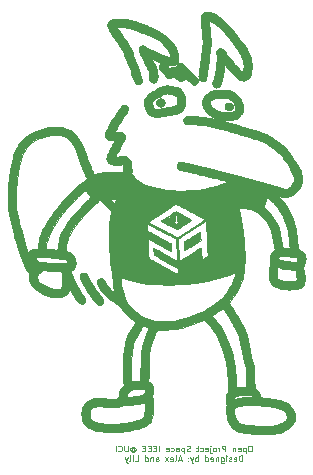
<source format=gbr>
%TF.GenerationSoftware,KiCad,Pcbnew,(5.1.10)-1*%
%TF.CreationDate,2022-03-27T02:24:56-07:00*%
%TF.ProjectId,RC_car,52435f63-6172-42e6-9b69-6361645f7063,rev?*%
%TF.SameCoordinates,Original*%
%TF.FileFunction,Legend,Bot*%
%TF.FilePolarity,Positive*%
%FSLAX46Y46*%
G04 Gerber Fmt 4.6, Leading zero omitted, Abs format (unit mm)*
G04 Created by KiCad (PCBNEW (5.1.10)-1) date 2022-03-27 02:24:56*
%MOMM*%
%LPD*%
G01*
G04 APERTURE LIST*
%ADD10C,0.080000*%
%ADD11C,0.010000*%
G04 APERTURE END LIST*
D10*
X164416666Y-114246190D02*
X164321428Y-114246190D01*
X164273809Y-114270000D01*
X164226190Y-114317619D01*
X164202380Y-114412857D01*
X164202380Y-114579523D01*
X164226190Y-114674761D01*
X164273809Y-114722380D01*
X164321428Y-114746190D01*
X164416666Y-114746190D01*
X164464285Y-114722380D01*
X164511904Y-114674761D01*
X164535714Y-114579523D01*
X164535714Y-114412857D01*
X164511904Y-114317619D01*
X164464285Y-114270000D01*
X164416666Y-114246190D01*
X163988095Y-114412857D02*
X163988095Y-114912857D01*
X163988095Y-114436666D02*
X163940476Y-114412857D01*
X163845238Y-114412857D01*
X163797619Y-114436666D01*
X163773809Y-114460476D01*
X163750000Y-114508095D01*
X163750000Y-114650952D01*
X163773809Y-114698571D01*
X163797619Y-114722380D01*
X163845238Y-114746190D01*
X163940476Y-114746190D01*
X163988095Y-114722380D01*
X163345238Y-114722380D02*
X163392857Y-114746190D01*
X163488095Y-114746190D01*
X163535714Y-114722380D01*
X163559523Y-114674761D01*
X163559523Y-114484285D01*
X163535714Y-114436666D01*
X163488095Y-114412857D01*
X163392857Y-114412857D01*
X163345238Y-114436666D01*
X163321428Y-114484285D01*
X163321428Y-114531904D01*
X163559523Y-114579523D01*
X163107142Y-114412857D02*
X163107142Y-114746190D01*
X163107142Y-114460476D02*
X163083333Y-114436666D01*
X163035714Y-114412857D01*
X162964285Y-114412857D01*
X162916666Y-114436666D01*
X162892857Y-114484285D01*
X162892857Y-114746190D01*
X162273809Y-114746190D02*
X162273809Y-114246190D01*
X162083333Y-114246190D01*
X162035714Y-114270000D01*
X162011904Y-114293809D01*
X161988095Y-114341428D01*
X161988095Y-114412857D01*
X162011904Y-114460476D01*
X162035714Y-114484285D01*
X162083333Y-114508095D01*
X162273809Y-114508095D01*
X161773809Y-114746190D02*
X161773809Y-114412857D01*
X161773809Y-114508095D02*
X161750000Y-114460476D01*
X161726190Y-114436666D01*
X161678571Y-114412857D01*
X161630952Y-114412857D01*
X161392857Y-114746190D02*
X161440476Y-114722380D01*
X161464285Y-114698571D01*
X161488095Y-114650952D01*
X161488095Y-114508095D01*
X161464285Y-114460476D01*
X161440476Y-114436666D01*
X161392857Y-114412857D01*
X161321428Y-114412857D01*
X161273809Y-114436666D01*
X161250000Y-114460476D01*
X161226190Y-114508095D01*
X161226190Y-114650952D01*
X161250000Y-114698571D01*
X161273809Y-114722380D01*
X161321428Y-114746190D01*
X161392857Y-114746190D01*
X161011904Y-114412857D02*
X161011904Y-114841428D01*
X161035714Y-114889047D01*
X161083333Y-114912857D01*
X161107142Y-114912857D01*
X161011904Y-114246190D02*
X161035714Y-114270000D01*
X161011904Y-114293809D01*
X160988095Y-114270000D01*
X161011904Y-114246190D01*
X161011904Y-114293809D01*
X160583333Y-114722380D02*
X160630952Y-114746190D01*
X160726190Y-114746190D01*
X160773809Y-114722380D01*
X160797619Y-114674761D01*
X160797619Y-114484285D01*
X160773809Y-114436666D01*
X160726190Y-114412857D01*
X160630952Y-114412857D01*
X160583333Y-114436666D01*
X160559523Y-114484285D01*
X160559523Y-114531904D01*
X160797619Y-114579523D01*
X160130952Y-114722380D02*
X160178571Y-114746190D01*
X160273809Y-114746190D01*
X160321428Y-114722380D01*
X160345238Y-114698571D01*
X160369047Y-114650952D01*
X160369047Y-114508095D01*
X160345238Y-114460476D01*
X160321428Y-114436666D01*
X160273809Y-114412857D01*
X160178571Y-114412857D01*
X160130952Y-114436666D01*
X159988095Y-114412857D02*
X159797619Y-114412857D01*
X159916666Y-114246190D02*
X159916666Y-114674761D01*
X159892857Y-114722380D01*
X159845238Y-114746190D01*
X159797619Y-114746190D01*
X159273809Y-114722380D02*
X159202380Y-114746190D01*
X159083333Y-114746190D01*
X159035714Y-114722380D01*
X159011904Y-114698571D01*
X158988095Y-114650952D01*
X158988095Y-114603333D01*
X159011904Y-114555714D01*
X159035714Y-114531904D01*
X159083333Y-114508095D01*
X159178571Y-114484285D01*
X159226190Y-114460476D01*
X159250000Y-114436666D01*
X159273809Y-114389047D01*
X159273809Y-114341428D01*
X159250000Y-114293809D01*
X159226190Y-114270000D01*
X159178571Y-114246190D01*
X159059523Y-114246190D01*
X158988095Y-114270000D01*
X158773809Y-114412857D02*
X158773809Y-114912857D01*
X158773809Y-114436666D02*
X158726190Y-114412857D01*
X158630952Y-114412857D01*
X158583333Y-114436666D01*
X158559523Y-114460476D01*
X158535714Y-114508095D01*
X158535714Y-114650952D01*
X158559523Y-114698571D01*
X158583333Y-114722380D01*
X158630952Y-114746190D01*
X158726190Y-114746190D01*
X158773809Y-114722380D01*
X158107142Y-114746190D02*
X158107142Y-114484285D01*
X158130952Y-114436666D01*
X158178571Y-114412857D01*
X158273809Y-114412857D01*
X158321428Y-114436666D01*
X158107142Y-114722380D02*
X158154761Y-114746190D01*
X158273809Y-114746190D01*
X158321428Y-114722380D01*
X158345238Y-114674761D01*
X158345238Y-114627142D01*
X158321428Y-114579523D01*
X158273809Y-114555714D01*
X158154761Y-114555714D01*
X158107142Y-114531904D01*
X157654761Y-114722380D02*
X157702380Y-114746190D01*
X157797619Y-114746190D01*
X157845238Y-114722380D01*
X157869047Y-114698571D01*
X157892857Y-114650952D01*
X157892857Y-114508095D01*
X157869047Y-114460476D01*
X157845238Y-114436666D01*
X157797619Y-114412857D01*
X157702380Y-114412857D01*
X157654761Y-114436666D01*
X157250000Y-114722380D02*
X157297619Y-114746190D01*
X157392857Y-114746190D01*
X157440476Y-114722380D01*
X157464285Y-114674761D01*
X157464285Y-114484285D01*
X157440476Y-114436666D01*
X157392857Y-114412857D01*
X157297619Y-114412857D01*
X157250000Y-114436666D01*
X157226190Y-114484285D01*
X157226190Y-114531904D01*
X157464285Y-114579523D01*
X156630952Y-114746190D02*
X156630952Y-114246190D01*
X156392857Y-114484285D02*
X156226190Y-114484285D01*
X156154761Y-114746190D02*
X156392857Y-114746190D01*
X156392857Y-114246190D01*
X156154761Y-114246190D01*
X155940476Y-114484285D02*
X155773809Y-114484285D01*
X155702380Y-114746190D02*
X155940476Y-114746190D01*
X155940476Y-114246190D01*
X155702380Y-114246190D01*
X155488095Y-114484285D02*
X155321428Y-114484285D01*
X155250000Y-114746190D02*
X155488095Y-114746190D01*
X155488095Y-114246190D01*
X155250000Y-114246190D01*
X154345238Y-114508095D02*
X154369047Y-114484285D01*
X154416666Y-114460476D01*
X154464285Y-114460476D01*
X154511904Y-114484285D01*
X154535714Y-114508095D01*
X154559523Y-114555714D01*
X154559523Y-114603333D01*
X154535714Y-114650952D01*
X154511904Y-114674761D01*
X154464285Y-114698571D01*
X154416666Y-114698571D01*
X154369047Y-114674761D01*
X154345238Y-114650952D01*
X154345238Y-114460476D02*
X154345238Y-114650952D01*
X154321428Y-114674761D01*
X154297619Y-114674761D01*
X154250000Y-114650952D01*
X154226190Y-114603333D01*
X154226190Y-114484285D01*
X154273809Y-114412857D01*
X154345238Y-114365238D01*
X154440476Y-114341428D01*
X154535714Y-114365238D01*
X154607142Y-114412857D01*
X154654761Y-114484285D01*
X154678571Y-114579523D01*
X154654761Y-114674761D01*
X154607142Y-114746190D01*
X154535714Y-114793809D01*
X154440476Y-114817619D01*
X154345238Y-114793809D01*
X154273809Y-114746190D01*
X154011904Y-114246190D02*
X154011904Y-114650952D01*
X153988095Y-114698571D01*
X153964285Y-114722380D01*
X153916666Y-114746190D01*
X153821428Y-114746190D01*
X153773809Y-114722380D01*
X153750000Y-114698571D01*
X153726190Y-114650952D01*
X153726190Y-114246190D01*
X153202380Y-114698571D02*
X153226190Y-114722380D01*
X153297619Y-114746190D01*
X153345238Y-114746190D01*
X153416666Y-114722380D01*
X153464285Y-114674761D01*
X153488095Y-114627142D01*
X153511904Y-114531904D01*
X153511904Y-114460476D01*
X153488095Y-114365238D01*
X153464285Y-114317619D01*
X153416666Y-114270000D01*
X153345238Y-114246190D01*
X153297619Y-114246190D01*
X153226190Y-114270000D01*
X153202380Y-114293809D01*
X152988095Y-114746190D02*
X152988095Y-114246190D01*
X163690476Y-115576190D02*
X163690476Y-115076190D01*
X163571428Y-115076190D01*
X163500000Y-115100000D01*
X163452380Y-115147619D01*
X163428571Y-115195238D01*
X163404761Y-115290476D01*
X163404761Y-115361904D01*
X163428571Y-115457142D01*
X163452380Y-115504761D01*
X163500000Y-115552380D01*
X163571428Y-115576190D01*
X163690476Y-115576190D01*
X163000000Y-115552380D02*
X163047619Y-115576190D01*
X163142857Y-115576190D01*
X163190476Y-115552380D01*
X163214285Y-115504761D01*
X163214285Y-115314285D01*
X163190476Y-115266666D01*
X163142857Y-115242857D01*
X163047619Y-115242857D01*
X163000000Y-115266666D01*
X162976190Y-115314285D01*
X162976190Y-115361904D01*
X163214285Y-115409523D01*
X162785714Y-115552380D02*
X162738095Y-115576190D01*
X162642857Y-115576190D01*
X162595238Y-115552380D01*
X162571428Y-115504761D01*
X162571428Y-115480952D01*
X162595238Y-115433333D01*
X162642857Y-115409523D01*
X162714285Y-115409523D01*
X162761904Y-115385714D01*
X162785714Y-115338095D01*
X162785714Y-115314285D01*
X162761904Y-115266666D01*
X162714285Y-115242857D01*
X162642857Y-115242857D01*
X162595238Y-115266666D01*
X162357142Y-115576190D02*
X162357142Y-115242857D01*
X162357142Y-115076190D02*
X162380952Y-115100000D01*
X162357142Y-115123809D01*
X162333333Y-115100000D01*
X162357142Y-115076190D01*
X162357142Y-115123809D01*
X161904761Y-115242857D02*
X161904761Y-115647619D01*
X161928571Y-115695238D01*
X161952380Y-115719047D01*
X162000000Y-115742857D01*
X162071428Y-115742857D01*
X162119047Y-115719047D01*
X161904761Y-115552380D02*
X161952380Y-115576190D01*
X162047619Y-115576190D01*
X162095238Y-115552380D01*
X162119047Y-115528571D01*
X162142857Y-115480952D01*
X162142857Y-115338095D01*
X162119047Y-115290476D01*
X162095238Y-115266666D01*
X162047619Y-115242857D01*
X161952380Y-115242857D01*
X161904761Y-115266666D01*
X161666666Y-115242857D02*
X161666666Y-115576190D01*
X161666666Y-115290476D02*
X161642857Y-115266666D01*
X161595238Y-115242857D01*
X161523809Y-115242857D01*
X161476190Y-115266666D01*
X161452380Y-115314285D01*
X161452380Y-115576190D01*
X161023809Y-115552380D02*
X161071428Y-115576190D01*
X161166666Y-115576190D01*
X161214285Y-115552380D01*
X161238095Y-115504761D01*
X161238095Y-115314285D01*
X161214285Y-115266666D01*
X161166666Y-115242857D01*
X161071428Y-115242857D01*
X161023809Y-115266666D01*
X161000000Y-115314285D01*
X161000000Y-115361904D01*
X161238095Y-115409523D01*
X160571428Y-115576190D02*
X160571428Y-115076190D01*
X160571428Y-115552380D02*
X160619047Y-115576190D01*
X160714285Y-115576190D01*
X160761904Y-115552380D01*
X160785714Y-115528571D01*
X160809523Y-115480952D01*
X160809523Y-115338095D01*
X160785714Y-115290476D01*
X160761904Y-115266666D01*
X160714285Y-115242857D01*
X160619047Y-115242857D01*
X160571428Y-115266666D01*
X159952380Y-115576190D02*
X159952380Y-115076190D01*
X159952380Y-115266666D02*
X159904761Y-115242857D01*
X159809523Y-115242857D01*
X159761904Y-115266666D01*
X159738095Y-115290476D01*
X159714285Y-115338095D01*
X159714285Y-115480952D01*
X159738095Y-115528571D01*
X159761904Y-115552380D01*
X159809523Y-115576190D01*
X159904761Y-115576190D01*
X159952380Y-115552380D01*
X159547619Y-115242857D02*
X159428571Y-115576190D01*
X159309523Y-115242857D02*
X159428571Y-115576190D01*
X159476190Y-115695238D01*
X159500000Y-115719047D01*
X159547619Y-115742857D01*
X159119047Y-115528571D02*
X159095238Y-115552380D01*
X159119047Y-115576190D01*
X159142857Y-115552380D01*
X159119047Y-115528571D01*
X159119047Y-115576190D01*
X159119047Y-115266666D02*
X159095238Y-115290476D01*
X159119047Y-115314285D01*
X159142857Y-115290476D01*
X159119047Y-115266666D01*
X159119047Y-115314285D01*
X158523809Y-115433333D02*
X158285714Y-115433333D01*
X158571428Y-115576190D02*
X158404761Y-115076190D01*
X158238095Y-115576190D01*
X158000000Y-115576190D02*
X158047619Y-115552380D01*
X158071428Y-115504761D01*
X158071428Y-115076190D01*
X157619047Y-115552380D02*
X157666666Y-115576190D01*
X157761904Y-115576190D01*
X157809523Y-115552380D01*
X157833333Y-115504761D01*
X157833333Y-115314285D01*
X157809523Y-115266666D01*
X157761904Y-115242857D01*
X157666666Y-115242857D01*
X157619047Y-115266666D01*
X157595238Y-115314285D01*
X157595238Y-115361904D01*
X157833333Y-115409523D01*
X157428571Y-115576190D02*
X157166666Y-115242857D01*
X157428571Y-115242857D02*
X157166666Y-115576190D01*
X156380952Y-115576190D02*
X156380952Y-115314285D01*
X156404761Y-115266666D01*
X156452380Y-115242857D01*
X156547619Y-115242857D01*
X156595238Y-115266666D01*
X156380952Y-115552380D02*
X156428571Y-115576190D01*
X156547619Y-115576190D01*
X156595238Y-115552380D01*
X156619047Y-115504761D01*
X156619047Y-115457142D01*
X156595238Y-115409523D01*
X156547619Y-115385714D01*
X156428571Y-115385714D01*
X156380952Y-115361904D01*
X156142857Y-115242857D02*
X156142857Y-115576190D01*
X156142857Y-115290476D02*
X156119047Y-115266666D01*
X156071428Y-115242857D01*
X156000000Y-115242857D01*
X155952380Y-115266666D01*
X155928571Y-115314285D01*
X155928571Y-115576190D01*
X155476190Y-115576190D02*
X155476190Y-115076190D01*
X155476190Y-115552380D02*
X155523809Y-115576190D01*
X155619047Y-115576190D01*
X155666666Y-115552380D01*
X155690476Y-115528571D01*
X155714285Y-115480952D01*
X155714285Y-115338095D01*
X155690476Y-115290476D01*
X155666666Y-115266666D01*
X155619047Y-115242857D01*
X155523809Y-115242857D01*
X155476190Y-115266666D01*
X154619047Y-115576190D02*
X154857142Y-115576190D01*
X154857142Y-115076190D01*
X154452380Y-115576190D02*
X154452380Y-115242857D01*
X154452380Y-115076190D02*
X154476190Y-115100000D01*
X154452380Y-115123809D01*
X154428571Y-115100000D01*
X154452380Y-115076190D01*
X154452380Y-115123809D01*
X154142857Y-115576190D02*
X154190476Y-115552380D01*
X154214285Y-115504761D01*
X154214285Y-115076190D01*
X154000000Y-115242857D02*
X153880952Y-115576190D01*
X153761904Y-115242857D02*
X153880952Y-115576190D01*
X153928571Y-115695238D01*
X153952380Y-115719047D01*
X154000000Y-115742857D01*
D11*
%TO.C,G\u002A\u002A\u002A*%
G36*
X153624732Y-85378349D02*
G01*
X153581544Y-85388749D01*
X153539936Y-85408692D01*
X153497042Y-85441504D01*
X153449998Y-85490515D01*
X153395936Y-85559051D01*
X153331992Y-85650443D01*
X153255299Y-85768016D01*
X153164202Y-85913148D01*
X153092837Y-86027836D01*
X153022414Y-86140389D01*
X152957275Y-86243915D01*
X152901761Y-86331520D01*
X152860215Y-86396312D01*
X152850159Y-86411741D01*
X152782913Y-86516591D01*
X152705306Y-86641521D01*
X152621152Y-86780032D01*
X152534267Y-86925624D01*
X152448468Y-87071798D01*
X152367568Y-87212054D01*
X152295384Y-87339894D01*
X152235731Y-87448817D01*
X152192969Y-87531222D01*
X152147154Y-87625953D01*
X152116050Y-87697321D01*
X152096513Y-87755085D01*
X152085402Y-87809006D01*
X152079573Y-87868845D01*
X152078532Y-87886632D01*
X152078241Y-88001713D01*
X152093522Y-88091531D01*
X152127482Y-88166329D01*
X152183229Y-88236347D01*
X152185278Y-88238489D01*
X152269295Y-88310470D01*
X152366299Y-88362152D01*
X152482346Y-88395479D01*
X152623490Y-88412396D01*
X152736531Y-88415518D01*
X152817541Y-88417554D01*
X152865274Y-88424103D01*
X152883883Y-88435830D01*
X152884481Y-88439197D01*
X152875314Y-88461621D01*
X152850059Y-88510357D01*
X152812085Y-88579509D01*
X152764761Y-88663179D01*
X152711455Y-88755472D01*
X152655536Y-88850489D01*
X152600374Y-88942335D01*
X152554045Y-89017592D01*
X152522638Y-89072947D01*
X152480785Y-89153786D01*
X152432630Y-89251325D01*
X152382317Y-89356779D01*
X152333992Y-89461366D01*
X152291800Y-89556300D01*
X152259884Y-89632798D01*
X152245830Y-89670814D01*
X152212421Y-89815567D01*
X152207446Y-89955842D01*
X152230284Y-90084712D01*
X152280310Y-90195251D01*
X152294956Y-90216494D01*
X152368165Y-90297079D01*
X152457845Y-90361511D01*
X152567003Y-90410477D01*
X152698650Y-90444665D01*
X152855794Y-90464766D01*
X153041446Y-90471467D01*
X153258613Y-90465458D01*
X153356796Y-90459526D01*
X153593925Y-90443311D01*
X153606211Y-90525377D01*
X153615231Y-90599825D01*
X153622687Y-90688120D01*
X153628328Y-90782486D01*
X153631904Y-90875144D01*
X153633167Y-90958318D01*
X153631867Y-91024230D01*
X153627754Y-91065102D01*
X153623824Y-91074376D01*
X153600114Y-91076982D01*
X153544773Y-91077563D01*
X153463739Y-91076228D01*
X153362950Y-91073087D01*
X153248344Y-91068248D01*
X153222117Y-91066979D01*
X153039856Y-91060735D01*
X152844252Y-91058939D01*
X152643121Y-91061305D01*
X152444276Y-91067548D01*
X152255533Y-91077383D01*
X152084706Y-91090524D01*
X151939609Y-91106688D01*
X151877889Y-91116027D01*
X151784885Y-91131814D01*
X151689950Y-91147898D01*
X151610504Y-91161329D01*
X151595666Y-91163832D01*
X151521706Y-91179297D01*
X151430354Y-91202615D01*
X151339705Y-91229118D01*
X151327722Y-91232939D01*
X151263694Y-91254036D01*
X151216986Y-91266629D01*
X151181915Y-91266933D01*
X151152801Y-91251163D01*
X151123961Y-91215534D01*
X151089714Y-91156262D01*
X151044377Y-91069560D01*
X151024153Y-91030726D01*
X150969961Y-90922801D01*
X150915161Y-90804445D01*
X150858151Y-90671637D01*
X150797333Y-90520351D01*
X150731105Y-90346563D01*
X150657867Y-90146250D01*
X150576019Y-89915387D01*
X150543565Y-89822375D01*
X150461706Y-89588410D01*
X150389701Y-89386224D01*
X150325903Y-89211767D01*
X150268668Y-89060988D01*
X150216351Y-88929837D01*
X150167307Y-88814262D01*
X150119889Y-88710214D01*
X150072454Y-88613641D01*
X150023357Y-88520493D01*
X149991286Y-88462555D01*
X149834168Y-88208314D01*
X149667207Y-87988742D01*
X149487397Y-87801502D01*
X149291732Y-87644260D01*
X149077203Y-87514681D01*
X148840805Y-87410429D01*
X148579529Y-87329169D01*
X148510037Y-87312188D01*
X148424005Y-87297964D01*
X148308022Y-87287138D01*
X148169611Y-87279707D01*
X148016296Y-87275668D01*
X147855601Y-87275017D01*
X147695049Y-87277752D01*
X147542165Y-87283869D01*
X147404473Y-87293365D01*
X147289497Y-87306237D01*
X147249444Y-87312712D01*
X146842257Y-87403626D01*
X146459019Y-87523431D01*
X146099420Y-87672253D01*
X145763149Y-87850217D01*
X145499157Y-88021842D01*
X145325361Y-88157683D01*
X145150288Y-88317118D01*
X144982806Y-88490900D01*
X144831781Y-88669783D01*
X144706082Y-88844518D01*
X144697624Y-88857667D01*
X144626801Y-88982536D01*
X144552613Y-89138396D01*
X144477323Y-89319030D01*
X144403196Y-89518223D01*
X144332496Y-89729759D01*
X144267487Y-89947423D01*
X144210433Y-90164998D01*
X144190492Y-90249963D01*
X144172918Y-90326531D01*
X144152931Y-90412109D01*
X144144547Y-90447518D01*
X144130896Y-90509431D01*
X144113312Y-90595705D01*
X144094333Y-90693635D01*
X144080659Y-90767370D01*
X144061261Y-90874383D01*
X144040713Y-90987794D01*
X144022006Y-91091100D01*
X144012493Y-91143667D01*
X143993825Y-91252899D01*
X143976551Y-91368000D01*
X143959499Y-91497667D01*
X143941500Y-91650598D01*
X143928959Y-91764555D01*
X143917772Y-91864655D01*
X143905251Y-91971127D01*
X143893688Y-92064593D01*
X143891117Y-92084407D01*
X143871680Y-92261327D01*
X143855469Y-92469466D01*
X143842792Y-92702523D01*
X143833957Y-92954202D01*
X143829271Y-93218204D01*
X143828574Y-93363815D01*
X143829393Y-93569304D01*
X143832510Y-93744939D01*
X143838783Y-93898467D01*
X143849073Y-94037636D01*
X143864236Y-94170194D01*
X143885131Y-94303888D01*
X143912618Y-94446466D01*
X143947554Y-94605676D01*
X143982850Y-94756111D01*
X144006202Y-94854868D01*
X144032555Y-94967937D01*
X144056692Y-95072908D01*
X144059526Y-95085370D01*
X144094858Y-95239274D01*
X144134724Y-95410008D01*
X144177577Y-95591179D01*
X144221868Y-95776397D01*
X144266052Y-95959269D01*
X144308581Y-96133404D01*
X144347906Y-96292410D01*
X144382482Y-96429895D01*
X144410761Y-96539468D01*
X144419342Y-96571741D01*
X144518671Y-96935097D01*
X144612368Y-97264854D01*
X144701587Y-97564424D01*
X144787483Y-97837221D01*
X144871211Y-98086656D01*
X144953924Y-98316144D01*
X145036778Y-98529096D01*
X145120926Y-98728926D01*
X145207524Y-98919046D01*
X145227651Y-98961222D01*
X145317692Y-99138911D01*
X145406118Y-99292172D01*
X145500366Y-99433103D01*
X145591923Y-99553889D01*
X145689204Y-99676185D01*
X145665026Y-99826704D01*
X145653428Y-100011129D01*
X145674896Y-100203719D01*
X145728034Y-100397519D01*
X145811449Y-100585579D01*
X145820625Y-100602403D01*
X145883352Y-100696840D01*
X145970991Y-100802871D01*
X146076035Y-100912983D01*
X146190977Y-101019665D01*
X146308312Y-101115406D01*
X146393370Y-101175515D01*
X146674955Y-101338391D01*
X146979226Y-101475624D01*
X147298803Y-101584200D01*
X147541074Y-101644380D01*
X147669296Y-101665661D01*
X147812578Y-101680086D01*
X147961529Y-101687526D01*
X148106760Y-101687851D01*
X148238881Y-101680935D01*
X148348502Y-101666648D01*
X148394216Y-101656058D01*
X148570749Y-101592026D01*
X148717582Y-101507797D01*
X148838634Y-101400077D01*
X148937823Y-101265575D01*
X148999000Y-101147869D01*
X149031773Y-101077411D01*
X149059476Y-101022105D01*
X149078253Y-100989438D01*
X149083549Y-100983815D01*
X149095922Y-100999515D01*
X149120947Y-101041928D01*
X149154627Y-101104020D01*
X149182444Y-101157852D01*
X149312120Y-101403587D01*
X149436798Y-101619694D01*
X149555660Y-101805052D01*
X149667889Y-101958540D01*
X149772667Y-102079038D01*
X149869177Y-102165423D01*
X149953469Y-102215294D01*
X150063653Y-102243021D01*
X150169738Y-102234590D01*
X150267101Y-102190791D01*
X150313235Y-102153840D01*
X150383625Y-102064320D01*
X150419717Y-101964820D01*
X150421800Y-101860184D01*
X150390165Y-101755251D01*
X150325100Y-101654864D01*
X150280595Y-101608328D01*
X150214265Y-101535076D01*
X150136375Y-101428797D01*
X150048195Y-101291840D01*
X149950996Y-101126552D01*
X149846047Y-100935281D01*
X149734620Y-100720376D01*
X149617984Y-100484184D01*
X149605237Y-100457211D01*
X148455604Y-100457211D01*
X148453567Y-100555332D01*
X148448258Y-100624419D01*
X148447741Y-100628066D01*
X148418408Y-100760451D01*
X148374575Y-100865364D01*
X148317920Y-100939491D01*
X148274852Y-100969674D01*
X148210369Y-100989129D01*
X148117015Y-101000058D01*
X148002580Y-101002419D01*
X147874855Y-100996170D01*
X147741628Y-100981270D01*
X147688098Y-100972801D01*
X147490849Y-100927629D01*
X147288230Y-100860937D01*
X147088187Y-100776603D01*
X146898665Y-100678508D01*
X146727611Y-100570531D01*
X146582969Y-100456552D01*
X146533011Y-100408849D01*
X146443000Y-100303678D01*
X146384841Y-100200986D01*
X146354522Y-100091845D01*
X146347621Y-99996037D01*
X146357172Y-99884187D01*
X146388710Y-99785862D01*
X146445755Y-99695732D01*
X146531823Y-99608469D01*
X146650435Y-99518745D01*
X146672646Y-99503819D01*
X146829625Y-99399756D01*
X147048942Y-99420528D01*
X147210944Y-99434661D01*
X147384635Y-99447704D01*
X147560931Y-99459131D01*
X147730748Y-99468418D01*
X147885001Y-99475041D01*
X148014607Y-99478473D01*
X148058160Y-99478837D01*
X148147264Y-99480074D01*
X148229904Y-99483222D01*
X148293738Y-99487725D01*
X148315562Y-99490442D01*
X148353570Y-99498483D01*
X148376240Y-99513059D01*
X148390292Y-99543624D01*
X148402447Y-99599630D01*
X148405706Y-99617235D01*
X148417422Y-99698653D01*
X148428153Y-99806023D01*
X148437573Y-99931488D01*
X148445354Y-100067195D01*
X148451171Y-100205288D01*
X148454697Y-100337912D01*
X148455604Y-100457211D01*
X149605237Y-100457211D01*
X149497410Y-100229053D01*
X149374168Y-99957332D01*
X149316620Y-99826704D01*
X149264028Y-99705298D01*
X149225564Y-99613717D01*
X149199743Y-99547547D01*
X149185083Y-99502374D01*
X149180101Y-99473783D01*
X149183312Y-99457362D01*
X149190157Y-99450407D01*
X149278014Y-99392938D01*
X149341175Y-99346744D01*
X149387828Y-99304807D01*
X149426161Y-99260109D01*
X149448860Y-99228627D01*
X149525006Y-99085997D01*
X149571316Y-98926865D01*
X149584743Y-98791889D01*
X148905148Y-98791889D01*
X148679370Y-98801296D01*
X148577556Y-98804782D01*
X148476988Y-98806927D01*
X148390655Y-98807520D01*
X148340703Y-98806742D01*
X148286147Y-98805017D01*
X148202090Y-98802594D01*
X148096648Y-98799696D01*
X147977939Y-98796546D01*
X147854080Y-98793368D01*
X147851518Y-98793303D01*
X147702801Y-98787851D01*
X147541030Y-98778937D01*
X147371530Y-98767114D01*
X147199624Y-98752936D01*
X147030637Y-98736956D01*
X146869893Y-98719728D01*
X146722716Y-98701806D01*
X146594429Y-98683742D01*
X146490358Y-98666092D01*
X146415827Y-98649408D01*
X146390849Y-98641428D01*
X146370208Y-98620113D01*
X146339524Y-98572298D01*
X146303656Y-98506041D01*
X146280833Y-98458993D01*
X146244333Y-98377584D01*
X146223878Y-98323537D01*
X146217783Y-98291021D01*
X146224366Y-98274208D01*
X146226909Y-98272308D01*
X146250752Y-98264865D01*
X146296516Y-98259963D01*
X146366788Y-98257608D01*
X146464158Y-98257806D01*
X146591213Y-98260565D01*
X146750541Y-98265891D01*
X146944732Y-98273789D01*
X146952211Y-98274113D01*
X147337795Y-98296163D01*
X147708889Y-98327939D01*
X148058457Y-98368712D01*
X148379462Y-98417754D01*
X148434777Y-98427606D01*
X148579394Y-98455546D01*
X148690886Y-98481729D01*
X148773513Y-98508681D01*
X148831536Y-98538925D01*
X148869215Y-98574988D01*
X148890809Y-98619393D01*
X148900581Y-98674665D01*
X148902286Y-98704667D01*
X148905148Y-98791889D01*
X149584743Y-98791889D01*
X149588202Y-98757120D01*
X149576072Y-98582651D01*
X149535336Y-98409344D01*
X149466404Y-98243089D01*
X149369684Y-98089772D01*
X149369634Y-98089706D01*
X149301878Y-98019091D01*
X149210478Y-97955936D01*
X149091705Y-97898357D01*
X148941826Y-97844466D01*
X148807127Y-97805434D01*
X148727922Y-97784239D01*
X148737824Y-97657768D01*
X148745761Y-97576313D01*
X148756108Y-97495722D01*
X148764212Y-97446630D01*
X148777482Y-97371556D01*
X148789904Y-97290575D01*
X148792426Y-97271984D01*
X148810590Y-97167592D01*
X148839499Y-97041139D01*
X148875623Y-96905378D01*
X148915433Y-96773065D01*
X148955399Y-96656955D01*
X148978788Y-96598512D01*
X149083234Y-96382991D01*
X149217848Y-96148178D01*
X149381501Y-95895671D01*
X149573066Y-95627072D01*
X149791415Y-95343980D01*
X150035420Y-95047995D01*
X150230539Y-94823072D01*
X150330214Y-94712789D01*
X150444115Y-94590738D01*
X150568737Y-94460360D01*
X150700577Y-94325090D01*
X150836130Y-94188369D01*
X150971891Y-94053633D01*
X151104357Y-93924320D01*
X151230024Y-93803870D01*
X151345386Y-93695719D01*
X151446941Y-93603306D01*
X151531183Y-93530068D01*
X151594608Y-93479445D01*
X151613601Y-93466143D01*
X151665924Y-93431859D01*
X151751762Y-93534244D01*
X151799096Y-93587559D01*
X151868171Y-93661228D01*
X151953453Y-93749719D01*
X152049409Y-93847496D01*
X152150505Y-93949025D01*
X152251206Y-94048772D01*
X152345978Y-94141201D01*
X152429288Y-94220778D01*
X152495602Y-94281968D01*
X152525324Y-94307886D01*
X152627129Y-94393224D01*
X152606622Y-94485297D01*
X152592115Y-94548165D01*
X152572204Y-94631556D01*
X152550709Y-94719512D01*
X152546295Y-94737296D01*
X152521903Y-94838757D01*
X152501248Y-94934196D01*
X152484029Y-95027829D01*
X152469943Y-95123870D01*
X152458688Y-95226533D01*
X152449963Y-95340033D01*
X152443464Y-95468584D01*
X152438891Y-95616401D01*
X152435940Y-95787698D01*
X152434310Y-95986690D01*
X152433698Y-96217591D01*
X152433669Y-96308333D01*
X152434471Y-96576957D01*
X152436744Y-96834622D01*
X152440390Y-97076264D01*
X152445308Y-97296813D01*
X152451401Y-97491204D01*
X152458570Y-97654368D01*
X152460608Y-97691222D01*
X152478995Y-97996235D01*
X152496574Y-98264970D01*
X152513465Y-98498770D01*
X152529787Y-98698974D01*
X152545659Y-98866924D01*
X152561202Y-99003962D01*
X152576533Y-99111428D01*
X152591774Y-99190662D01*
X152595394Y-99205482D01*
X152614499Y-99284739D01*
X152631974Y-99369115D01*
X152648322Y-99462638D01*
X152664050Y-99569337D01*
X152679665Y-99693241D01*
X152695670Y-99838378D01*
X152712574Y-100008777D01*
X152730880Y-100208467D01*
X152751096Y-100441476D01*
X152752170Y-100454126D01*
X152763507Y-100565129D01*
X152779901Y-100696774D01*
X152799178Y-100832771D01*
X152819163Y-100956834D01*
X152819636Y-100959544D01*
X152836089Y-101057280D01*
X152849196Y-101142243D01*
X152857958Y-101207362D01*
X152861375Y-101245566D01*
X152860957Y-101251943D01*
X152844958Y-101249557D01*
X152807081Y-101225611D01*
X152752624Y-101184576D01*
X152686883Y-101130920D01*
X152615155Y-101069116D01*
X152542737Y-101003631D01*
X152474927Y-100938936D01*
X152417021Y-100879501D01*
X152408286Y-100869958D01*
X152320928Y-100768005D01*
X152245768Y-100666849D01*
X152176887Y-100557122D01*
X152108364Y-100429452D01*
X152040201Y-100287332D01*
X151995805Y-100205880D01*
X151948113Y-100142824D01*
X151923261Y-100120077D01*
X151844261Y-100081624D01*
X151745950Y-100063642D01*
X151642010Y-100068502D01*
X151634069Y-100069910D01*
X151549383Y-100103669D01*
X151476474Y-100165904D01*
X151421133Y-100247941D01*
X151389149Y-100341106D01*
X151386313Y-100436723D01*
X151386851Y-100440248D01*
X151416182Y-100551802D01*
X151469634Y-100682100D01*
X151543381Y-100824689D01*
X151633595Y-100973116D01*
X151736450Y-101120928D01*
X151848120Y-101261671D01*
X151924926Y-101347696D01*
X151997129Y-101421326D01*
X152085318Y-101506430D01*
X152182117Y-101596356D01*
X152280155Y-101684452D01*
X152372057Y-101764064D01*
X152450451Y-101828538D01*
X152496034Y-101863021D01*
X152528062Y-101885710D01*
X152585632Y-101926486D01*
X152663576Y-101981689D01*
X152756727Y-102047658D01*
X152859918Y-102120734D01*
X152921219Y-102164144D01*
X153066487Y-102268959D01*
X153183399Y-102357521D01*
X153270843Y-102428940D01*
X153327706Y-102482327D01*
X153344552Y-102502297D01*
X153383167Y-102556169D01*
X153433506Y-102627318D01*
X153485902Y-102702065D01*
X153495963Y-102716509D01*
X153624851Y-102881832D01*
X153786884Y-103055821D01*
X153979298Y-103235895D01*
X154199326Y-103419478D01*
X154444204Y-103603992D01*
X154460222Y-103615461D01*
X154547761Y-103679488D01*
X154606745Y-103728544D01*
X154640111Y-103768259D01*
X154650797Y-103804257D01*
X154641739Y-103842167D01*
X154615874Y-103887616D01*
X154608277Y-103899100D01*
X154577017Y-103946694D01*
X154533806Y-104013676D01*
X154486686Y-104087557D01*
X154474333Y-104107074D01*
X154427800Y-104180461D01*
X154383319Y-104250154D01*
X154348797Y-104303774D01*
X154342114Y-104314037D01*
X154193898Y-104556087D01*
X154061987Y-104802711D01*
X153949356Y-105047289D01*
X153858982Y-105283199D01*
X153793839Y-105503820D01*
X153779833Y-105565222D01*
X153737315Y-105788160D01*
X153699546Y-106032546D01*
X153666236Y-106301219D01*
X153637092Y-106597018D01*
X153611824Y-106922782D01*
X153590140Y-107281350D01*
X153577748Y-107535157D01*
X153570670Y-107702019D01*
X153565978Y-107839838D01*
X153563747Y-107957130D01*
X153564056Y-108062413D01*
X153566981Y-108164200D01*
X153572599Y-108271010D01*
X153580987Y-108391358D01*
X153586071Y-108457083D01*
X153600012Y-108615043D01*
X153615290Y-108755163D01*
X153631175Y-108871748D01*
X153646938Y-108959098D01*
X153654099Y-108988445D01*
X153690478Y-109119074D01*
X153604744Y-109214222D01*
X153467830Y-109389354D01*
X153363934Y-109576062D01*
X153290245Y-109780241D01*
X153252203Y-109953786D01*
X153239307Y-110035814D01*
X153229349Y-110108248D01*
X153223807Y-110159907D01*
X153223148Y-110173525D01*
X153218232Y-110200866D01*
X153197937Y-110220754D01*
X153153939Y-110239179D01*
X153114963Y-110251351D01*
X153040297Y-110266883D01*
X152936789Y-110279214D01*
X152813113Y-110288055D01*
X152677944Y-110293114D01*
X152539956Y-110294101D01*
X152407824Y-110290726D01*
X152290223Y-110282698D01*
X152263592Y-110279870D01*
X152039871Y-110257222D01*
X151824082Y-110241643D01*
X151623517Y-110233438D01*
X151445462Y-110232912D01*
X151304096Y-110239776D01*
X151149660Y-110256181D01*
X151020268Y-110278796D01*
X150903466Y-110310682D01*
X150786800Y-110354900D01*
X150726581Y-110381686D01*
X150601748Y-110454431D01*
X150478453Y-110553236D01*
X150366415Y-110668558D01*
X150275350Y-110790854D01*
X150233952Y-110865432D01*
X150152941Y-111078387D01*
X150103136Y-111306868D01*
X150084916Y-111544816D01*
X150098661Y-111786174D01*
X150144751Y-112024886D01*
X150158204Y-112072859D01*
X150224672Y-112260750D01*
X150305015Y-112416953D01*
X150402871Y-112545986D01*
X150521878Y-112652372D01*
X150665673Y-112740630D01*
X150714755Y-112764510D01*
X151023198Y-112887723D01*
X151357836Y-112984674D01*
X151717864Y-113055313D01*
X152102476Y-113099591D01*
X152510869Y-113117458D01*
X152942238Y-113108863D01*
X153395778Y-113073757D01*
X153870685Y-113012090D01*
X154098037Y-112974448D01*
X154253268Y-112946893D01*
X154378226Y-112924219D01*
X154479737Y-112905009D01*
X154564627Y-112887849D01*
X154639723Y-112871322D01*
X154711850Y-112854014D01*
X154787835Y-112834508D01*
X154841222Y-112820330D01*
X155070250Y-112755687D01*
X155264973Y-112693100D01*
X155428539Y-112630994D01*
X155564097Y-112567790D01*
X155674795Y-112501911D01*
X155763782Y-112431781D01*
X155834206Y-112355822D01*
X155870007Y-112304982D01*
X155941264Y-112169005D01*
X156004813Y-112002183D01*
X156059738Y-111810686D01*
X156105122Y-111600681D01*
X156140050Y-111378336D01*
X156163606Y-111149818D01*
X156174872Y-110921296D01*
X156174065Y-110828638D01*
X155480926Y-110828638D01*
X155473045Y-111063032D01*
X155450334Y-111294395D01*
X155414187Y-111513575D01*
X155365997Y-111711420D01*
X155329475Y-111822632D01*
X155302792Y-111885861D01*
X155273990Y-111925734D01*
X155231836Y-111955404D01*
X155203824Y-111969755D01*
X155087010Y-112018954D01*
X154937871Y-112069678D01*
X154761620Y-112120786D01*
X154563468Y-112171139D01*
X154348625Y-112219598D01*
X154122303Y-112265023D01*
X153889714Y-112306274D01*
X153656069Y-112342213D01*
X153426578Y-112371698D01*
X153307815Y-112384378D01*
X153216021Y-112393517D01*
X153131457Y-112402103D01*
X153065219Y-112409000D01*
X153035000Y-112412295D01*
X152998007Y-112414126D01*
X152929494Y-112415225D01*
X152835564Y-112415585D01*
X152722320Y-112415201D01*
X152595864Y-112414064D01*
X152508185Y-112412899D01*
X152334820Y-112409434D01*
X152192266Y-112404479D01*
X152073720Y-112397586D01*
X151972379Y-112388309D01*
X151881439Y-112376201D01*
X151837157Y-112368843D01*
X151670932Y-112336396D01*
X151507279Y-112298769D01*
X151352156Y-112257746D01*
X151211522Y-112215110D01*
X151091336Y-112172645D01*
X150997556Y-112132137D01*
X150944397Y-112101530D01*
X150891128Y-112043625D01*
X150847605Y-111956535D01*
X150814607Y-111847620D01*
X150792914Y-111724242D01*
X150783305Y-111593761D01*
X150786562Y-111463537D01*
X150803462Y-111340932D01*
X150834786Y-111233306D01*
X150849022Y-111201103D01*
X150898481Y-111118116D01*
X150958956Y-111052612D01*
X151034791Y-111002950D01*
X151130328Y-110967492D01*
X151249908Y-110944598D01*
X151397874Y-110932629D01*
X151567444Y-110929879D01*
X151699296Y-110932962D01*
X151847147Y-110940315D01*
X151993568Y-110950865D01*
X152121132Y-110963535D01*
X152129604Y-110964559D01*
X152267303Y-110979232D01*
X152398840Y-110987918D01*
X152537628Y-110991139D01*
X152697082Y-110989415D01*
X152741085Y-110988291D01*
X152909390Y-110981231D01*
X153052550Y-110968844D01*
X153182881Y-110948866D01*
X153312695Y-110919033D01*
X153454305Y-110877081D01*
X153584448Y-110833242D01*
X153652844Y-110811555D01*
X153712431Y-110799551D01*
X153777539Y-110795620D01*
X153862497Y-110798153D01*
X153885485Y-110799431D01*
X153975002Y-110801787D01*
X154087211Y-110800557D01*
X154207383Y-110796090D01*
X154314407Y-110789254D01*
X154429390Y-110778115D01*
X154561785Y-110762144D01*
X154704166Y-110742541D01*
X154849102Y-110720506D01*
X154989168Y-110697241D01*
X155116935Y-110673946D01*
X155224974Y-110651822D01*
X155305858Y-110632069D01*
X155327980Y-110625418D01*
X155389301Y-110606858D01*
X155431566Y-110601437D01*
X155458317Y-110613862D01*
X155473096Y-110648839D01*
X155479446Y-110711075D01*
X155480908Y-110805276D01*
X155480926Y-110828638D01*
X156174065Y-110828638D01*
X156172933Y-110698937D01*
X156156873Y-110488909D01*
X156148906Y-110427423D01*
X156133880Y-110330356D01*
X156116998Y-110233075D01*
X156100920Y-110150485D01*
X156093786Y-110118407D01*
X156080173Y-110054766D01*
X156076729Y-110006926D01*
X156084408Y-109958538D01*
X156104159Y-109893257D01*
X156107482Y-109883222D01*
X156124997Y-109824146D01*
X156136668Y-109765454D01*
X156143511Y-109697430D01*
X156146541Y-109610358D01*
X156146843Y-109506681D01*
X156146500Y-109472674D01*
X155462111Y-109472674D01*
X155462111Y-109575216D01*
X155446602Y-109694298D01*
X155399315Y-109794668D01*
X155319109Y-109878065D01*
X155225156Y-109936429D01*
X155161067Y-109960757D01*
X155066128Y-109986481D01*
X154947041Y-110012574D01*
X154810507Y-110038014D01*
X154663229Y-110061774D01*
X154511908Y-110082832D01*
X154363245Y-110100161D01*
X154223944Y-110112739D01*
X154100705Y-110119540D01*
X154022777Y-110120232D01*
X153967160Y-110117949D01*
X153939749Y-110109922D01*
X153931124Y-110090141D01*
X153931411Y-110061963D01*
X153946908Y-109978766D01*
X153982214Y-109882776D01*
X154030914Y-109788190D01*
X154086596Y-109709206D01*
X154095028Y-109699719D01*
X154175974Y-109625687D01*
X154272295Y-109565981D01*
X154395027Y-109513781D01*
X154397244Y-109512977D01*
X154446959Y-109501439D01*
X154526903Y-109490352D01*
X154629673Y-109480140D01*
X154747868Y-109471230D01*
X154874087Y-109464046D01*
X155000929Y-109459013D01*
X155120991Y-109456556D01*
X155226872Y-109457101D01*
X155306889Y-109460732D01*
X155462111Y-109472674D01*
X156146500Y-109472674D01*
X156145783Y-109401632D01*
X156142957Y-109325131D01*
X156137037Y-109268097D01*
X156126697Y-109221450D01*
X156110609Y-109176110D01*
X156092359Y-109133898D01*
X156026093Y-109021574D01*
X155940589Y-108931452D01*
X155842724Y-108870454D01*
X155822685Y-108862507D01*
X155757320Y-108839000D01*
X155769463Y-108180481D01*
X155774718Y-107929329D01*
X155781117Y-107680341D01*
X155788499Y-107436938D01*
X155796706Y-107202541D01*
X155805578Y-106980572D01*
X155814955Y-106774452D01*
X155824679Y-106587602D01*
X155834590Y-106423444D01*
X155844528Y-106285399D01*
X155854334Y-106176888D01*
X155863849Y-106101333D01*
X155867219Y-106082630D01*
X155883371Y-106013148D01*
X155906967Y-105922920D01*
X155935325Y-105821087D01*
X155965761Y-105716792D01*
X155995591Y-105619180D01*
X156022134Y-105537392D01*
X156042704Y-105480573D01*
X156046684Y-105471148D01*
X156060779Y-105436441D01*
X156083428Y-105377405D01*
X156110409Y-105305104D01*
X156118526Y-105283000D01*
X156151707Y-105194941D01*
X156192534Y-105090391D01*
X156233894Y-104987472D01*
X156247780Y-104953741D01*
X156290359Y-104851069D01*
X156338158Y-104735658D01*
X156382624Y-104628169D01*
X156393974Y-104600700D01*
X156465974Y-104426401D01*
X156768376Y-104438144D01*
X157197242Y-104438545D01*
X157642170Y-104407672D01*
X158099494Y-104346295D01*
X158507782Y-104266474D01*
X155777506Y-104266474D01*
X155773969Y-104285239D01*
X155758261Y-104329568D01*
X155733741Y-104390750D01*
X155703767Y-104460074D01*
X155697498Y-104473963D01*
X155682389Y-104509474D01*
X155656313Y-104573164D01*
X155622036Y-104658175D01*
X155582325Y-104757651D01*
X155545654Y-104850259D01*
X155437033Y-105134288D01*
X155347132Y-105388571D01*
X155275192Y-105615555D01*
X155220456Y-105817690D01*
X155182164Y-105997425D01*
X155172654Y-106054529D01*
X155164853Y-106121191D01*
X155156421Y-106222056D01*
X155147513Y-106353709D01*
X155138282Y-106512730D01*
X155128881Y-106695703D01*
X155119465Y-106899211D01*
X155110187Y-107119836D01*
X155101201Y-107354160D01*
X155092661Y-107598767D01*
X155084720Y-107850239D01*
X155077533Y-108105158D01*
X155073810Y-108251617D01*
X155069934Y-108385571D01*
X155065255Y-108506920D01*
X155060059Y-108610659D01*
X155054634Y-108691785D01*
X155049268Y-108745291D01*
X155044252Y-108766171D01*
X155020497Y-108770654D01*
X154965798Y-108776245D01*
X154886807Y-108782409D01*
X154790172Y-108788608D01*
X154715731Y-108792674D01*
X154611283Y-108798597D01*
X154520378Y-108804911D01*
X154449500Y-108811073D01*
X154405135Y-108816539D01*
X154393290Y-108819697D01*
X154363949Y-108828288D01*
X154333396Y-108807598D01*
X154311445Y-108764324D01*
X154311286Y-108763741D01*
X154293052Y-108670305D01*
X154279022Y-108543654D01*
X154269125Y-108387956D01*
X154263290Y-108207382D01*
X154261443Y-108006101D01*
X154263514Y-107788282D01*
X154269429Y-107558096D01*
X154279119Y-107319713D01*
X154292509Y-107077301D01*
X154309530Y-106835031D01*
X154330107Y-106597072D01*
X154352332Y-106383667D01*
X154373550Y-106214043D01*
X154398411Y-106043753D01*
X154425604Y-105880099D01*
X154453820Y-105730387D01*
X154481749Y-105601921D01*
X154508081Y-105502008D01*
X154513628Y-105484279D01*
X154550724Y-105387570D01*
X154606584Y-105265414D01*
X154678350Y-105123161D01*
X154763164Y-104966159D01*
X154858169Y-104799759D01*
X154960505Y-104629311D01*
X155028255Y-104521000D01*
X155096800Y-104412885D01*
X155158522Y-104314918D01*
X155210562Y-104231688D01*
X155250061Y-104167782D01*
X155274159Y-104127789D01*
X155280334Y-104116481D01*
X155300133Y-104113449D01*
X155347531Y-104123271D01*
X155415386Y-104144336D01*
X155435777Y-104151557D01*
X155519848Y-104181321D01*
X155604106Y-104209976D01*
X155671887Y-104231869D01*
X155678481Y-104233882D01*
X155732346Y-104250629D01*
X155768686Y-104262807D01*
X155777506Y-104266474D01*
X158507782Y-104266474D01*
X158565547Y-104255181D01*
X159036661Y-104135100D01*
X159509170Y-103986820D01*
X159979407Y-103811111D01*
X160200199Y-103718573D01*
X160285875Y-103681594D01*
X160358332Y-103650723D01*
X160411024Y-103628720D01*
X160437402Y-103618343D01*
X160439111Y-103617889D01*
X160456418Y-103629262D01*
X160495240Y-103659558D01*
X160548668Y-103703042D01*
X160609790Y-103753978D01*
X160671698Y-103806632D01*
X160727481Y-103855268D01*
X160755768Y-103880713D01*
X160844508Y-103969228D01*
X160945755Y-104082173D01*
X161053137Y-104211425D01*
X161160283Y-104348862D01*
X161260821Y-104486362D01*
X161348378Y-104615803D01*
X161404607Y-104707766D01*
X161444187Y-104780850D01*
X161492045Y-104875271D01*
X161542927Y-104980021D01*
X161591582Y-105084090D01*
X161632756Y-105176468D01*
X161660215Y-105243521D01*
X161688418Y-105316765D01*
X161715674Y-105384779D01*
X161734505Y-105429218D01*
X161764866Y-105499261D01*
X161804094Y-105593136D01*
X161847588Y-105699537D01*
X161890745Y-105807159D01*
X161928965Y-105904697D01*
X161943037Y-105941518D01*
X161969931Y-106011396D01*
X161993867Y-106071406D01*
X162009950Y-106109292D01*
X162010681Y-106110852D01*
X162027186Y-106151751D01*
X162047499Y-106209912D01*
X162054962Y-106233148D01*
X162077083Y-106300697D01*
X162104643Y-106380525D01*
X162120483Y-106424657D01*
X162198412Y-106657384D01*
X162262628Y-106894542D01*
X162315546Y-107146437D01*
X162359581Y-107423373D01*
X162366520Y-107474926D01*
X162376174Y-107556599D01*
X162387677Y-107667371D01*
X162400612Y-107802043D01*
X162414563Y-107955415D01*
X162429111Y-108122288D01*
X162443841Y-108297461D01*
X162458334Y-108475734D01*
X162472175Y-108651909D01*
X162484945Y-108820785D01*
X162496228Y-108977163D01*
X162505607Y-109115842D01*
X162512664Y-109231624D01*
X162516983Y-109319307D01*
X162518186Y-109365815D01*
X162521406Y-109442491D01*
X162529249Y-109516651D01*
X162535679Y-109552497D01*
X162543556Y-109597312D01*
X162538476Y-109630880D01*
X162515685Y-109667085D01*
X162483437Y-109705085D01*
X162400880Y-109815987D01*
X162342856Y-109935659D01*
X162308726Y-110068442D01*
X162297852Y-110218678D01*
X162309595Y-110390708D01*
X162343318Y-110588876D01*
X162349359Y-110617137D01*
X162366494Y-110697715D01*
X162375551Y-110753200D01*
X162376528Y-110795251D01*
X162369423Y-110835528D01*
X162354233Y-110885691D01*
X162349305Y-110900740D01*
X162307415Y-111086425D01*
X162296822Y-111292731D01*
X162317507Y-111519421D01*
X162369446Y-111766257D01*
X162450877Y-112028111D01*
X162508656Y-112173910D01*
X162578848Y-112324391D01*
X162656895Y-112471499D01*
X162738239Y-112607174D01*
X162818320Y-112723360D01*
X162892581Y-112811999D01*
X162896766Y-112816279D01*
X162971264Y-112881127D01*
X163061089Y-112938976D01*
X163169249Y-112990718D01*
X163298752Y-113037244D01*
X163452610Y-113079446D01*
X163633829Y-113118217D01*
X163845419Y-113154447D01*
X164090390Y-113189029D01*
X164201592Y-113202989D01*
X164327094Y-113216136D01*
X164480535Y-113228788D01*
X164655332Y-113240679D01*
X164844898Y-113251543D01*
X165042650Y-113261112D01*
X165242003Y-113269122D01*
X165436372Y-113275305D01*
X165619174Y-113279396D01*
X165783822Y-113281128D01*
X165923734Y-113280236D01*
X166026629Y-113276775D01*
X166341783Y-113250074D01*
X166627118Y-113205688D01*
X166886612Y-113142477D01*
X167124247Y-113059300D01*
X167344000Y-112955014D01*
X167520848Y-112848158D01*
X167662044Y-112744071D01*
X167797911Y-112625601D01*
X167921523Y-112499893D01*
X168025955Y-112374091D01*
X168104281Y-112255341D01*
X168115172Y-112235074D01*
X168170409Y-112088385D01*
X168195317Y-111925802D01*
X168192649Y-111815027D01*
X167499663Y-111815027D01*
X167498238Y-111895757D01*
X167496760Y-111902255D01*
X167474987Y-111945703D01*
X167430855Y-112005035D01*
X167371336Y-112072563D01*
X167303404Y-112140601D01*
X167234030Y-112201461D01*
X167205068Y-112223822D01*
X167006704Y-112347079D01*
X166782694Y-112444262D01*
X166532299Y-112515635D01*
X166254780Y-112561458D01*
X166252407Y-112561727D01*
X166191101Y-112566012D01*
X166097872Y-112569091D01*
X165978403Y-112571022D01*
X165838381Y-112571860D01*
X165683489Y-112571664D01*
X165519412Y-112570491D01*
X165351836Y-112568398D01*
X165186444Y-112565443D01*
X165028923Y-112561682D01*
X164884955Y-112557173D01*
X164760227Y-112551974D01*
X164660423Y-112546142D01*
X164653148Y-112545609D01*
X164403539Y-112524304D01*
X164174149Y-112499355D01*
X163967504Y-112471238D01*
X163786131Y-112440429D01*
X163632557Y-112407402D01*
X163509309Y-112372634D01*
X163418912Y-112336600D01*
X163368121Y-112303837D01*
X163340711Y-112268515D01*
X163302855Y-112205735D01*
X163258191Y-112122930D01*
X163210358Y-112027535D01*
X163162994Y-111926984D01*
X163119738Y-111828713D01*
X163084229Y-111740156D01*
X163064554Y-111683578D01*
X163029239Y-111551832D01*
X163005774Y-111423570D01*
X162994397Y-111304956D01*
X162995346Y-111202151D01*
X163008858Y-111121316D01*
X163035173Y-111068615D01*
X163040605Y-111063188D01*
X163086458Y-111033629D01*
X163160252Y-110998769D01*
X163253327Y-110962055D01*
X163357025Y-110926934D01*
X163450573Y-110899983D01*
X163628566Y-110862633D01*
X163837512Y-110834926D01*
X164071939Y-110817058D01*
X164326375Y-110809226D01*
X164595348Y-110811627D01*
X164873386Y-110824457D01*
X165085889Y-110841164D01*
X165421448Y-110873908D01*
X165721625Y-110906667D01*
X165988664Y-110939884D01*
X166224809Y-110974003D01*
X166432305Y-111009466D01*
X166613396Y-111046715D01*
X166770328Y-111086195D01*
X166905343Y-111128348D01*
X167020688Y-111173616D01*
X167118605Y-111222443D01*
X167167195Y-111251851D01*
X167242989Y-111315201D01*
X167316021Y-111401394D01*
X167382247Y-111502452D01*
X167437625Y-111610396D01*
X167478111Y-111717247D01*
X167499663Y-111815027D01*
X168192649Y-111815027D01*
X168191128Y-111751917D01*
X168159076Y-111571323D01*
X168100395Y-111388611D01*
X168016318Y-111208375D01*
X167908078Y-111035208D01*
X167776910Y-110873701D01*
X167738777Y-110833755D01*
X167640318Y-110743423D01*
X167530869Y-110661918D01*
X167407793Y-110588453D01*
X167268449Y-110522245D01*
X167110198Y-110462507D01*
X166930402Y-110408454D01*
X166726422Y-110359301D01*
X166495618Y-110314262D01*
X166235351Y-110272552D01*
X165942982Y-110233386D01*
X165615872Y-110195978D01*
X165584481Y-110192654D01*
X165481986Y-110181166D01*
X165391493Y-110169710D01*
X165320202Y-110159299D01*
X165275311Y-110150945D01*
X165264629Y-110147670D01*
X165240292Y-110119247D01*
X165230642Y-110088264D01*
X165228881Y-110079038D01*
X164526979Y-110079038D01*
X164524317Y-110098892D01*
X164513866Y-110110924D01*
X164489498Y-110119205D01*
X164445430Y-110124379D01*
X164375878Y-110127092D01*
X164275061Y-110127988D01*
X164263331Y-110128003D01*
X164139940Y-110130426D01*
X164001421Y-110136834D01*
X163866838Y-110146178D01*
X163778259Y-110154673D01*
X163673620Y-110168347D01*
X163559090Y-110186465D01*
X163442069Y-110207514D01*
X163329955Y-110229982D01*
X163230150Y-110252355D01*
X163150051Y-110273122D01*
X163097060Y-110290769D01*
X163085724Y-110296251D01*
X163032948Y-110314513D01*
X162995872Y-110300425D01*
X162980581Y-110270004D01*
X162977847Y-110211402D01*
X163002251Y-110160006D01*
X163055628Y-110114876D01*
X163139814Y-110075073D01*
X163256643Y-110039659D01*
X163407952Y-110007696D01*
X163533666Y-109987124D01*
X163636214Y-109975097D01*
X163756857Y-109966141D01*
X163887324Y-109960343D01*
X164019345Y-109957790D01*
X164144650Y-109958568D01*
X164254967Y-109962766D01*
X164342027Y-109970468D01*
X164385487Y-109978188D01*
X164457681Y-110004785D01*
X164506742Y-110040052D01*
X164526979Y-110079038D01*
X165228881Y-110079038D01*
X165213960Y-110000899D01*
X165186452Y-109900876D01*
X165152578Y-109801645D01*
X165116799Y-109716660D01*
X165092815Y-109672549D01*
X164992904Y-109548301D01*
X164868957Y-109444852D01*
X164818626Y-109413711D01*
X164742153Y-109370731D01*
X164733020Y-108629003D01*
X164049161Y-108629003D01*
X164048564Y-108802411D01*
X164047459Y-108941774D01*
X164045685Y-109050676D01*
X164043088Y-109132700D01*
X164039508Y-109191430D01*
X164034788Y-109230450D01*
X164028771Y-109253342D01*
X164021299Y-109263690D01*
X164021260Y-109263715D01*
X163990284Y-109272097D01*
X163933341Y-109278543D01*
X163862087Y-109281789D01*
X163853518Y-109281899D01*
X163768959Y-109285284D01*
X163665223Y-109293164D01*
X163560290Y-109304080D01*
X163524259Y-109308663D01*
X163436179Y-109319392D01*
X163354883Y-109327218D01*
X163292312Y-109331084D01*
X163270259Y-109331142D01*
X163204407Y-109328185D01*
X163192077Y-109102407D01*
X163180344Y-108903688D01*
X163166167Y-108690175D01*
X163150088Y-108468384D01*
X163132654Y-108244832D01*
X163114407Y-108026035D01*
X163095892Y-107818510D01*
X163077653Y-107628774D01*
X163060234Y-107463342D01*
X163044179Y-107328732D01*
X163043616Y-107324407D01*
X163004940Y-107077372D01*
X162953512Y-106822963D01*
X162892951Y-106577824D01*
X162847263Y-106421296D01*
X162811263Y-106311233D01*
X162765842Y-106179261D01*
X162713824Y-106032991D01*
X162658036Y-105880031D01*
X162601302Y-105727993D01*
X162546450Y-105584486D01*
X162496304Y-105457119D01*
X162453690Y-105353502D01*
X162433934Y-105308165D01*
X162416330Y-105267713D01*
X162387947Y-105201006D01*
X162352383Y-105116561D01*
X162313240Y-105022896D01*
X162304040Y-105000778D01*
X162242798Y-104855032D01*
X162190917Y-104735905D01*
X162144326Y-104634865D01*
X162098952Y-104543381D01*
X162050721Y-104452922D01*
X161996618Y-104356798D01*
X161872634Y-104156737D01*
X161727776Y-103950158D01*
X161570145Y-103747445D01*
X161407843Y-103558986D01*
X161248971Y-103395167D01*
X161239610Y-103386240D01*
X161104544Y-103258072D01*
X161332799Y-103113425D01*
X161438629Y-103044301D01*
X161559427Y-102962141D01*
X161680521Y-102877091D01*
X161787240Y-102799298D01*
X161790064Y-102797184D01*
X161870717Y-102738127D01*
X161941457Y-102688910D01*
X161996625Y-102653273D01*
X162030559Y-102634955D01*
X162037889Y-102633495D01*
X162059982Y-102654410D01*
X162099054Y-102703957D01*
X162152740Y-102778487D01*
X162218676Y-102874351D01*
X162294501Y-102987903D01*
X162377850Y-103115494D01*
X162466361Y-103253477D01*
X162557671Y-103398202D01*
X162649415Y-103546024D01*
X162739231Y-103693292D01*
X162824755Y-103836361D01*
X162894794Y-103956242D01*
X162955818Y-104065603D01*
X163024019Y-104193786D01*
X163095456Y-104332828D01*
X163166192Y-104474767D01*
X163232287Y-104611640D01*
X163289802Y-104735484D01*
X163334799Y-104838337D01*
X163351015Y-104878481D01*
X163387582Y-104984248D01*
X163426718Y-105117090D01*
X163465868Y-105266806D01*
X163502478Y-105423192D01*
X163533993Y-105576045D01*
X163553595Y-105687518D01*
X163569218Y-105777390D01*
X163588325Y-105876228D01*
X163600108Y-105932111D01*
X163612118Y-105988684D01*
X163629647Y-106074252D01*
X163651096Y-106180859D01*
X163674865Y-106300548D01*
X163699356Y-106425365D01*
X163702228Y-106440111D01*
X163747225Y-106667545D01*
X163787319Y-106861656D01*
X163823453Y-107026294D01*
X163856572Y-107165311D01*
X163887620Y-107282555D01*
X163917540Y-107381878D01*
X163947277Y-107467128D01*
X163965189Y-107512555D01*
X163987970Y-107581303D01*
X164006797Y-107669059D01*
X164021882Y-107778658D01*
X164033439Y-107912931D01*
X164041681Y-108074714D01*
X164046821Y-108266837D01*
X164049072Y-108492136D01*
X164049161Y-108629003D01*
X164733020Y-108629003D01*
X164732160Y-108559236D01*
X164728961Y-108330629D01*
X164725206Y-108135753D01*
X164720543Y-107970711D01*
X164714619Y-107831604D01*
X164707080Y-107714536D01*
X164697574Y-107615608D01*
X164685749Y-107530923D01*
X164671250Y-107456582D01*
X164653726Y-107388689D01*
X164632824Y-107323345D01*
X164616120Y-107277370D01*
X164592312Y-107207621D01*
X164563563Y-107113236D01*
X164533385Y-107006248D01*
X164505291Y-106898690D01*
X164503547Y-106891667D01*
X164485098Y-106816149D01*
X164467908Y-106743239D01*
X164450969Y-106668042D01*
X164433274Y-106585662D01*
X164413818Y-106491205D01*
X164391594Y-106379775D01*
X164365594Y-106246477D01*
X164334814Y-106086417D01*
X164298245Y-105894700D01*
X164294624Y-105875667D01*
X164273756Y-105766796D01*
X164252341Y-105656522D01*
X164232855Y-105557506D01*
X164217773Y-105482409D01*
X164217393Y-105480555D01*
X164197869Y-105384364D01*
X164176425Y-105277311D01*
X164160805Y-105198333D01*
X164136336Y-105086596D01*
X164105298Y-104964048D01*
X164070941Y-104842125D01*
X164036519Y-104732266D01*
X164005283Y-104645907D01*
X164000313Y-104633889D01*
X163970463Y-104563412D01*
X163940229Y-104491707D01*
X163932776Y-104473963D01*
X163859419Y-104310533D01*
X163766521Y-104122102D01*
X163657080Y-103913797D01*
X163534095Y-103690752D01*
X163400562Y-103458094D01*
X163259481Y-103220955D01*
X163113848Y-102984466D01*
X162966663Y-102753755D01*
X162820924Y-102533955D01*
X162681748Y-102333175D01*
X162550888Y-102149128D01*
X162662501Y-102022731D01*
X162938059Y-101685996D01*
X163176894Y-101341445D01*
X163379138Y-100988842D01*
X163544927Y-100627950D01*
X163674394Y-100258530D01*
X163687840Y-100212407D01*
X163725985Y-100076628D01*
X163754916Y-99967922D01*
X163776639Y-99877446D01*
X163793163Y-99796357D01*
X163806493Y-99715809D01*
X163815926Y-99647963D01*
X163823488Y-99591327D01*
X163128899Y-99591327D01*
X163122640Y-99632710D01*
X163108807Y-99696210D01*
X163086682Y-99786425D01*
X163055550Y-99907955D01*
X163052232Y-99920778D01*
X162942522Y-100269824D01*
X162797222Y-100608163D01*
X162617029Y-100935046D01*
X162402641Y-101249721D01*
X162154757Y-101551437D01*
X161874075Y-101839446D01*
X161561292Y-102112995D01*
X161217107Y-102371335D01*
X160842217Y-102613715D01*
X160437321Y-102839385D01*
X160250481Y-102932883D01*
X159817089Y-103127869D01*
X159370856Y-103300264D01*
X158918295Y-103448122D01*
X158465923Y-103569495D01*
X158020253Y-103662436D01*
X157608255Y-103722707D01*
X157478658Y-103733779D01*
X157326723Y-103740771D01*
X157160372Y-103743846D01*
X156987529Y-103743162D01*
X156816114Y-103738880D01*
X156654050Y-103731162D01*
X156509259Y-103720168D01*
X156389663Y-103706059D01*
X156337000Y-103696929D01*
X156059547Y-103632144D01*
X155800915Y-103553305D01*
X155555517Y-103457534D01*
X155317771Y-103341948D01*
X155082089Y-103203667D01*
X154842888Y-103039810D01*
X154594583Y-102847497D01*
X154440799Y-102718874D01*
X154264706Y-102554201D01*
X154108545Y-102377768D01*
X153970686Y-102186223D01*
X153849496Y-101976214D01*
X153743344Y-101744389D01*
X153650598Y-101487396D01*
X153569628Y-101201884D01*
X153498800Y-100884501D01*
X153468026Y-100720407D01*
X153453469Y-100626968D01*
X153440487Y-100522302D01*
X153429475Y-100412746D01*
X153420830Y-100304637D01*
X153414946Y-100204311D01*
X153412220Y-100118105D01*
X153413047Y-100052356D01*
X153417823Y-100013400D01*
X153423383Y-100005444D01*
X153445000Y-100011957D01*
X153493354Y-100029479D01*
X153560268Y-100054989D01*
X153606827Y-100073230D01*
X153889107Y-100175833D01*
X154189930Y-100267269D01*
X154512152Y-100348097D01*
X154858630Y-100418875D01*
X155232221Y-100480161D01*
X155635781Y-100532515D01*
X156072167Y-100576494D01*
X156261740Y-100592274D01*
X156364891Y-100598475D01*
X156500060Y-100603681D01*
X156661648Y-100607892D01*
X156844057Y-100611107D01*
X157041688Y-100613327D01*
X157248943Y-100614550D01*
X157460223Y-100614775D01*
X157669929Y-100614004D01*
X157872463Y-100612235D01*
X158062227Y-100609468D01*
X158233621Y-100605702D01*
X158381048Y-100600937D01*
X158498908Y-100595172D01*
X158538333Y-100592446D01*
X158753395Y-100575525D01*
X158937823Y-100560497D01*
X159098522Y-100546645D01*
X159242395Y-100533250D01*
X159376348Y-100519596D01*
X159507284Y-100504965D01*
X159642110Y-100488640D01*
X159787729Y-100469903D01*
X159951045Y-100448038D01*
X160024703Y-100438004D01*
X160180328Y-100415058D01*
X160352743Y-100386319D01*
X160546854Y-100350892D01*
X160767562Y-100307883D01*
X161019770Y-100256396D01*
X161021889Y-100255956D01*
X161340380Y-100183451D01*
X161661107Y-100098464D01*
X161976904Y-100003358D01*
X162280609Y-99900501D01*
X162565056Y-99792258D01*
X162823082Y-99680995D01*
X162954189Y-99617836D01*
X162975731Y-99607581D01*
X158245889Y-99607581D01*
X158242161Y-99643478D01*
X158232725Y-99664963D01*
X158217771Y-99679031D01*
X158184527Y-99699189D01*
X158168669Y-99704407D01*
X158148609Y-99695671D01*
X158100781Y-99671260D01*
X158030260Y-99633873D01*
X157942118Y-99586210D01*
X157841428Y-99530970D01*
X157810080Y-99513627D01*
X157689608Y-99446734D01*
X157564302Y-99376954D01*
X157443736Y-99309633D01*
X157337487Y-99250118D01*
X157258926Y-99205900D01*
X157169259Y-99155298D01*
X157081651Y-99105973D01*
X157006624Y-99063841D01*
X156957889Y-99036594D01*
X156906731Y-99008127D01*
X156831724Y-98966398D01*
X156741904Y-98916434D01*
X156646307Y-98863261D01*
X156619222Y-98848197D01*
X156526771Y-98796743D01*
X156440562Y-98748701D01*
X156368567Y-98708517D01*
X156318756Y-98680637D01*
X156308202Y-98674701D01*
X156260650Y-98648318D01*
X156192378Y-98610964D01*
X156115831Y-98569442D01*
X156091832Y-98556497D01*
X155980705Y-98495509D01*
X155899015Y-98447641D01*
X155842241Y-98409800D01*
X155805864Y-98378894D01*
X155785361Y-98351830D01*
X155781778Y-98344348D01*
X155776650Y-98315905D01*
X155770309Y-98254686D01*
X155763097Y-98165515D01*
X155755357Y-98053213D01*
X155747431Y-97922605D01*
X155739662Y-97778510D01*
X155735390Y-97691222D01*
X155727958Y-97537331D01*
X155720526Y-97390399D01*
X155713403Y-97256009D01*
X155706896Y-97139742D01*
X155701313Y-97047180D01*
X155696962Y-96983905D01*
X155695378Y-96965342D01*
X155690980Y-96896150D01*
X155695580Y-96852937D01*
X155710690Y-96824805D01*
X155715605Y-96819527D01*
X155741238Y-96798744D01*
X155769209Y-96791308D01*
X155807040Y-96798676D01*
X155862251Y-96822306D01*
X155941831Y-96863370D01*
X156031272Y-96911038D01*
X156132689Y-96965067D01*
X156224839Y-97014139D01*
X156228815Y-97016256D01*
X156313774Y-97061597D01*
X156403202Y-97109502D01*
X156479410Y-97150491D01*
X156487518Y-97154869D01*
X156559628Y-97193706D01*
X156647963Y-97241111D01*
X156735533Y-97287970D01*
X156750926Y-97296188D01*
X156838203Y-97343045D01*
X156931200Y-97393408D01*
X157011931Y-97437531D01*
X157022945Y-97443601D01*
X157186409Y-97533074D01*
X157330415Y-97610312D01*
X157450753Y-97673087D01*
X157543213Y-97719173D01*
X157549263Y-97722064D01*
X157606815Y-97748235D01*
X157640680Y-97758489D01*
X157660605Y-97754172D01*
X157674386Y-97739343D01*
X157687726Y-97698302D01*
X157691346Y-97630558D01*
X157690006Y-97600823D01*
X157685110Y-97529187D01*
X157678862Y-97437900D01*
X157672485Y-97344851D01*
X157671500Y-97330489D01*
X157663965Y-97252805D01*
X157653603Y-97187473D01*
X157642258Y-97145219D01*
X157638358Y-97137813D01*
X157627420Y-97127628D01*
X157604655Y-97111850D01*
X157567657Y-97089150D01*
X157514016Y-97058201D01*
X157441325Y-97017673D01*
X157347176Y-96966240D01*
X157229160Y-96902573D01*
X157084870Y-96825343D01*
X156911897Y-96733222D01*
X156722703Y-96632769D01*
X156653176Y-96595883D01*
X156558005Y-96545379D01*
X156444783Y-96485289D01*
X156321101Y-96419640D01*
X156194553Y-96352462D01*
X156139444Y-96323206D01*
X156024188Y-96261231D01*
X155918097Y-96202703D01*
X155826378Y-96150611D01*
X155754237Y-96107947D01*
X155706883Y-96077702D01*
X155691842Y-96066101D01*
X155673290Y-96044497D01*
X155660242Y-96017568D01*
X155651194Y-95977835D01*
X155644639Y-95917821D01*
X155639070Y-95830046D01*
X155637261Y-95795097D01*
X155633179Y-95684190D01*
X155634764Y-95605483D01*
X155643347Y-95553799D01*
X155660260Y-95523959D01*
X155686833Y-95510785D01*
X155710865Y-95508704D01*
X155738649Y-95517072D01*
X155793815Y-95540366D01*
X155870511Y-95575872D01*
X155962882Y-95620874D01*
X156065072Y-95672658D01*
X156070747Y-95675590D01*
X156201874Y-95743358D01*
X156352011Y-95820877D01*
X156506706Y-95900688D01*
X156651504Y-95975335D01*
X156722703Y-96012009D01*
X156851921Y-96078553D01*
X156995551Y-96152541D01*
X157140370Y-96227158D01*
X157273151Y-96295589D01*
X157343592Y-96331903D01*
X157460067Y-96391942D01*
X157584729Y-96456176D01*
X157705480Y-96518374D01*
X157810222Y-96572302D01*
X157848207Y-96591851D01*
X157930632Y-96636077D01*
X158001167Y-96677327D01*
X158052713Y-96711208D01*
X158078167Y-96733328D01*
X158078909Y-96734542D01*
X158085211Y-96762833D01*
X158092474Y-96822476D01*
X158100146Y-96907219D01*
X158107671Y-97010816D01*
X158114498Y-97127017D01*
X158115644Y-97149471D01*
X158122377Y-97282126D01*
X158130636Y-97440896D01*
X158139813Y-97614332D01*
X158149302Y-97790980D01*
X158158492Y-97959388D01*
X158162298Y-98028157D01*
X158170795Y-98186145D01*
X158176496Y-98310561D01*
X158179105Y-98405380D01*
X158178322Y-98474578D01*
X158173850Y-98522129D01*
X158165390Y-98552008D01*
X158152644Y-98568190D01*
X158135314Y-98574650D01*
X158121244Y-98575518D01*
X158096778Y-98566590D01*
X158045623Y-98541836D01*
X157973647Y-98504300D01*
X157886718Y-98457028D01*
X157808400Y-98413141D01*
X157692273Y-98347305D01*
X157566164Y-98275943D01*
X157442583Y-98206126D01*
X157334038Y-98144923D01*
X157296555Y-98123833D01*
X157206689Y-98073233D01*
X157093984Y-98009655D01*
X156968333Y-97938686D01*
X156839628Y-97865913D01*
X156722703Y-97799723D01*
X156588069Y-97723545D01*
X156482131Y-97663958D01*
X156400890Y-97618932D01*
X156340344Y-97586433D01*
X156296492Y-97564430D01*
X156265336Y-97550890D01*
X156242872Y-97543781D01*
X156225102Y-97541071D01*
X156212776Y-97540704D01*
X156196207Y-97541758D01*
X156185116Y-97548858D01*
X156178832Y-97567909D01*
X156176690Y-97604816D01*
X156178019Y-97665484D01*
X156182153Y-97755820D01*
X156184079Y-97794365D01*
X156189453Y-97889717D01*
X156195212Y-97972411D01*
X156200740Y-98034710D01*
X156205416Y-98068878D01*
X156206282Y-98071883D01*
X156213470Y-98082475D01*
X156229738Y-98096842D01*
X156258266Y-98116894D01*
X156302234Y-98144538D01*
X156364823Y-98181681D01*
X156449213Y-98230231D01*
X156558583Y-98292096D01*
X156696115Y-98369185D01*
X156779148Y-98415547D01*
X157030466Y-98555800D01*
X157250887Y-98678943D01*
X157442417Y-98786129D01*
X157607057Y-98878514D01*
X157746812Y-98957251D01*
X157863685Y-99023495D01*
X157959680Y-99078399D01*
X158036800Y-99123120D01*
X158097049Y-99158810D01*
X158142430Y-99186625D01*
X158174948Y-99207718D01*
X158196605Y-99223244D01*
X158209405Y-99234357D01*
X158215351Y-99242212D01*
X158215816Y-99243283D01*
X158221371Y-99272534D01*
X158228129Y-99329957D01*
X158235081Y-99406158D01*
X158239261Y-99461800D01*
X158244669Y-99549584D01*
X158245889Y-99607581D01*
X162975731Y-99607581D01*
X163019343Y-99586821D01*
X163073876Y-99564096D01*
X163107168Y-99554038D01*
X163109393Y-99553889D01*
X163121559Y-99556516D01*
X163128300Y-99567462D01*
X163128899Y-99591327D01*
X163823488Y-99591327D01*
X163828224Y-99555859D01*
X163841751Y-99457342D01*
X163852034Y-99384555D01*
X163867881Y-99248126D01*
X163881042Y-99080785D01*
X163891340Y-98889166D01*
X163898597Y-98679902D01*
X163902633Y-98459627D01*
X163903272Y-98234975D01*
X163901439Y-98096180D01*
X160769032Y-98096180D01*
X160768795Y-98135535D01*
X160768176Y-98141134D01*
X160747882Y-98170297D01*
X160702632Y-98212762D01*
X160640108Y-98263102D01*
X160567994Y-98315890D01*
X160493972Y-98365701D01*
X160425725Y-98407108D01*
X160370934Y-98434685D01*
X160340514Y-98443201D01*
X160298932Y-98428460D01*
X160278699Y-98406177D01*
X160270979Y-98375523D01*
X160262274Y-98314307D01*
X160253347Y-98229556D01*
X160244962Y-98128298D01*
X160239383Y-98043992D01*
X160229681Y-97886533D01*
X160220941Y-97762732D01*
X160212597Y-97668652D01*
X160204079Y-97600352D01*
X160194818Y-97553894D01*
X160184246Y-97525338D01*
X160171794Y-97510745D01*
X160161820Y-97506760D01*
X160133936Y-97513933D01*
X160082192Y-97538051D01*
X160014101Y-97575282D01*
X159940931Y-97619424D01*
X159807829Y-97703274D01*
X159698211Y-97772378D01*
X159603709Y-97832024D01*
X159515955Y-97887503D01*
X159426580Y-97944102D01*
X159327217Y-98007110D01*
X159246847Y-98058111D01*
X159154894Y-98116315D01*
X159071387Y-98168882D01*
X159002656Y-98211849D01*
X158955030Y-98241254D01*
X158937931Y-98251481D01*
X158906875Y-98270401D01*
X158851562Y-98305243D01*
X158779267Y-98351384D01*
X158697260Y-98404205D01*
X158679444Y-98415739D01*
X158584932Y-98476127D01*
X158515753Y-98517478D01*
X158466255Y-98542110D01*
X158430788Y-98552340D01*
X158403701Y-98550486D01*
X158379344Y-98538866D01*
X158379314Y-98538847D01*
X158372710Y-98528430D01*
X158366222Y-98504223D01*
X158359699Y-98464050D01*
X158352988Y-98405740D01*
X158345939Y-98327119D01*
X158338402Y-98226015D01*
X158330225Y-98100253D01*
X158321257Y-97947660D01*
X158311347Y-97766064D01*
X158300344Y-97553291D01*
X158288098Y-97307168D01*
X158275106Y-97039065D01*
X158269625Y-96941113D01*
X158266211Y-96866291D01*
X158268374Y-96808990D01*
X158279625Y-96763597D01*
X158303472Y-96724501D01*
X158343425Y-96686090D01*
X158402995Y-96642753D01*
X158485691Y-96588878D01*
X158595024Y-96518853D01*
X158604185Y-96512930D01*
X158716931Y-96439817D01*
X158846622Y-96355501D01*
X158978744Y-96269427D01*
X159098787Y-96191043D01*
X159121592Y-96176123D01*
X159237185Y-96100512D01*
X159367979Y-96015031D01*
X159499449Y-95929169D01*
X159617070Y-95852415D01*
X159639000Y-95838115D01*
X159745091Y-95768943D01*
X159858765Y-95694826D01*
X159968038Y-95623575D01*
X160060926Y-95563006D01*
X160081148Y-95549820D01*
X160170914Y-95491106D01*
X160264039Y-95429902D01*
X160347617Y-95374702D01*
X160393825Y-95343987D01*
X160477995Y-95293043D01*
X160539754Y-95269150D01*
X160582774Y-95272234D01*
X160610726Y-95302221D01*
X160623338Y-95339370D01*
X160627332Y-95370939D01*
X160632807Y-95435870D01*
X160639574Y-95530500D01*
X160647443Y-95651169D01*
X160656225Y-95794215D01*
X160665730Y-95955978D01*
X160675770Y-96132795D01*
X160686155Y-96321006D01*
X160696696Y-96516950D01*
X160707203Y-96716964D01*
X160717487Y-96917389D01*
X160727360Y-97114561D01*
X160736631Y-97304821D01*
X160745112Y-97484507D01*
X160752612Y-97649958D01*
X160758944Y-97797512D01*
X160763918Y-97923507D01*
X160767343Y-98024284D01*
X160769032Y-98096180D01*
X163901439Y-98096180D01*
X163900334Y-98012580D01*
X163894234Y-97813518D01*
X163887629Y-97655966D01*
X163881028Y-97516375D01*
X163873900Y-97387945D01*
X163865715Y-97263874D01*
X163855941Y-97137363D01*
X163844049Y-97001609D01*
X163829508Y-96849814D01*
X163811787Y-96675176D01*
X163790356Y-96470894D01*
X163787082Y-96440037D01*
X163762223Y-96221608D01*
X163732735Y-95988645D01*
X163699834Y-95749252D01*
X163664734Y-95511535D01*
X163628649Y-95283598D01*
X163593361Y-95076864D01*
X160464939Y-95076864D01*
X160463676Y-95096638D01*
X160463178Y-95101653D01*
X160457617Y-95128113D01*
X160443073Y-95153188D01*
X160414371Y-95181600D01*
X160366340Y-95218069D01*
X160293806Y-95267315D01*
X160250481Y-95295760D01*
X160179774Y-95341923D01*
X160083921Y-95404501D01*
X159969286Y-95479340D01*
X159842233Y-95562283D01*
X159709125Y-95649177D01*
X159576327Y-95735867D01*
X159563740Y-95744084D01*
X159415541Y-95840859D01*
X159252167Y-95947598D01*
X159083420Y-96057895D01*
X158919101Y-96165340D01*
X158769011Y-96263528D01*
X158670037Y-96328313D01*
X158518118Y-96426459D01*
X158395987Y-96502419D01*
X158303220Y-96556440D01*
X158239393Y-96588770D01*
X158204081Y-96599655D01*
X158203960Y-96599656D01*
X158171036Y-96591263D01*
X158110553Y-96567539D01*
X158028097Y-96530970D01*
X157929252Y-96484043D01*
X157819603Y-96429244D01*
X157808849Y-96423731D01*
X157695019Y-96365362D01*
X157553598Y-96293042D01*
X157390568Y-96209816D01*
X157211910Y-96118727D01*
X157023607Y-96022820D01*
X156831641Y-95925139D01*
X156641992Y-95828728D01*
X156460644Y-95736631D01*
X156293578Y-95651893D01*
X156146776Y-95577557D01*
X156053578Y-95530467D01*
X155966619Y-95485134D01*
X155889751Y-95442373D01*
X155830444Y-95406530D01*
X155796164Y-95381946D01*
X155793179Y-95378998D01*
X155770350Y-95337798D01*
X155778372Y-95295299D01*
X155818979Y-95248253D01*
X155891350Y-95195068D01*
X155949878Y-95157003D01*
X156029309Y-95105255D01*
X156119047Y-95046729D01*
X156205296Y-94990424D01*
X156286732Y-94937261D01*
X156390841Y-94869344D01*
X156508762Y-94792449D01*
X156631635Y-94712354D01*
X156750598Y-94634838D01*
X156760333Y-94628496D01*
X156885050Y-94547216D01*
X157020531Y-94458856D01*
X157156097Y-94370388D01*
X157281067Y-94288780D01*
X157381222Y-94223317D01*
X157537132Y-94121412D01*
X157664736Y-94038217D01*
X157767170Y-93971764D01*
X157847570Y-93920087D01*
X157909071Y-93881219D01*
X157954808Y-93853193D01*
X157987917Y-93834042D01*
X158011532Y-93821801D01*
X158028789Y-93814501D01*
X158037537Y-93811635D01*
X158060036Y-93810955D01*
X158095918Y-93820031D01*
X158148991Y-93840494D01*
X158223059Y-93873977D01*
X158321931Y-93922112D01*
X158449413Y-93986532D01*
X158470278Y-93997209D01*
X158590314Y-94058856D01*
X158707575Y-94119351D01*
X158815035Y-94175047D01*
X158905665Y-94222298D01*
X158972438Y-94257459D01*
X158989889Y-94266781D01*
X159045890Y-94296652D01*
X159117302Y-94334278D01*
X159206705Y-94381001D01*
X159316684Y-94438157D01*
X159449818Y-94507088D01*
X159608692Y-94589132D01*
X159795887Y-94685628D01*
X160013985Y-94797916D01*
X160015296Y-94798590D01*
X160150201Y-94868057D01*
X160255333Y-94922684D01*
X160334338Y-94964937D01*
X160390857Y-94997280D01*
X160428533Y-95022180D01*
X160451010Y-95042100D01*
X160461931Y-95059506D01*
X160464939Y-95076864D01*
X163593361Y-95076864D01*
X163592794Y-95073547D01*
X163558382Y-94889487D01*
X163544668Y-94821963D01*
X163505885Y-94633987D01*
X163474539Y-94476699D01*
X163450847Y-94351292D01*
X163435026Y-94258962D01*
X163427292Y-94200903D01*
X163427828Y-94178344D01*
X163454751Y-94169962D01*
X163511526Y-94163733D01*
X163590431Y-94159770D01*
X163683745Y-94158182D01*
X163783746Y-94159081D01*
X163882713Y-94162578D01*
X163972922Y-94168783D01*
X163988514Y-94170286D01*
X164215433Y-94203838D01*
X164428628Y-94255967D01*
X164621425Y-94324573D01*
X164787149Y-94407556D01*
X164831311Y-94435422D01*
X164868851Y-94460383D01*
X164927144Y-94499002D01*
X164995530Y-94544221D01*
X165018319Y-94559273D01*
X165209561Y-94702016D01*
X165399069Y-94874339D01*
X165580202Y-95068517D01*
X165746320Y-95276820D01*
X165890783Y-95491523D01*
X166006950Y-95704897D01*
X166012025Y-95715667D01*
X166037495Y-95771647D01*
X166060689Y-95826810D01*
X166082333Y-95884302D01*
X166103151Y-95947271D01*
X166123870Y-96018862D01*
X166145215Y-96102224D01*
X166167910Y-96200502D01*
X166192682Y-96316844D01*
X166220256Y-96454396D01*
X166251357Y-96616305D01*
X166286711Y-96805719D01*
X166327042Y-97025784D01*
X166373077Y-97279647D01*
X166375058Y-97290605D01*
X166393241Y-97381076D01*
X166412958Y-97462697D01*
X166431574Y-97525356D01*
X166443925Y-97555070D01*
X166466049Y-97622542D01*
X166451661Y-97682252D01*
X166401413Y-97732350D01*
X166376515Y-97746742D01*
X166310633Y-97795013D01*
X166241841Y-97870516D01*
X166177313Y-97964230D01*
X166127271Y-98060148D01*
X166091451Y-98173465D01*
X166071264Y-98310422D01*
X166067827Y-98459943D01*
X166076086Y-98566968D01*
X166084853Y-98683734D01*
X166080010Y-98772776D01*
X166076023Y-98792746D01*
X166062513Y-98847504D01*
X166043744Y-98923638D01*
X166023454Y-99005988D01*
X166020578Y-99017667D01*
X165984251Y-99177370D01*
X165959226Y-99320572D01*
X165943791Y-99461730D01*
X165936231Y-99615301D01*
X165934702Y-99742037D01*
X165935310Y-99860938D01*
X165938008Y-99951188D01*
X165943689Y-100021747D01*
X165953244Y-100081572D01*
X165967565Y-100139625D01*
X165977679Y-100173666D01*
X166045152Y-100349365D01*
X166132238Y-100497634D01*
X166242920Y-100622770D01*
X166381180Y-100729071D01*
X166551001Y-100820832D01*
X166595958Y-100840768D01*
X166784910Y-100909038D01*
X166995047Y-100962911D01*
X167219918Y-101002237D01*
X167453074Y-101026867D01*
X167688063Y-101036653D01*
X167918433Y-101031446D01*
X168137734Y-101011097D01*
X168339515Y-100975459D01*
X168517325Y-100924381D01*
X168607960Y-100887140D01*
X168739141Y-100807669D01*
X168844274Y-100706404D01*
X168919062Y-100587720D01*
X168931836Y-100557601D01*
X168964244Y-100438660D01*
X168982424Y-100289054D01*
X168984953Y-100179106D01*
X168306670Y-100179106D01*
X168305254Y-100219920D01*
X168304679Y-100222708D01*
X168284375Y-100259489D01*
X168241994Y-100288604D01*
X168174589Y-100310692D01*
X168079215Y-100326395D01*
X167952925Y-100336353D01*
X167792773Y-100341205D01*
X167757592Y-100341609D01*
X167644972Y-100340862D01*
X167526635Y-100337160D01*
X167417760Y-100331127D01*
X167343666Y-100324595D01*
X167176482Y-100299095D01*
X167020278Y-100262742D01*
X166884539Y-100218075D01*
X166798037Y-100178592D01*
X166728023Y-100132537D01*
X166677391Y-100077292D01*
X166643541Y-100006579D01*
X166623876Y-99914122D01*
X166615797Y-99793642D01*
X166615226Y-99736971D01*
X166618891Y-99622651D01*
X166628703Y-99501721D01*
X166643301Y-99384680D01*
X166661326Y-99282023D01*
X166681417Y-99204249D01*
X166685857Y-99191837D01*
X166711648Y-99167452D01*
X166738850Y-99168281D01*
X167177490Y-99258370D01*
X167590487Y-99322019D01*
X167972817Y-99358992D01*
X168054450Y-99365507D01*
X168122765Y-99373121D01*
X168168475Y-99380684D01*
X168181315Y-99384796D01*
X168196243Y-99409138D01*
X168213551Y-99459288D01*
X168228165Y-99518466D01*
X168243069Y-99599776D01*
X168258120Y-99698118D01*
X168272493Y-99805886D01*
X168285360Y-99915475D01*
X168295897Y-100019278D01*
X168303275Y-100109691D01*
X168306670Y-100179106D01*
X168984953Y-100179106D01*
X168986477Y-100112914D01*
X168976502Y-99914369D01*
X168952600Y-99697550D01*
X168914871Y-99466587D01*
X168903951Y-99410414D01*
X168882574Y-99302291D01*
X168868693Y-99223527D01*
X168862386Y-99166589D01*
X168863734Y-99123942D01*
X168872817Y-99088054D01*
X168889715Y-99051392D01*
X168908117Y-99017867D01*
X168967496Y-98887594D01*
X169013933Y-98737614D01*
X169045382Y-98579386D01*
X169059795Y-98424372D01*
X169057947Y-98368823D01*
X168374311Y-98368823D01*
X168363863Y-98470054D01*
X168351618Y-98541376D01*
X168332371Y-98607725D01*
X168321706Y-98632602D01*
X168289998Y-98693919D01*
X168052017Y-98683027D01*
X167944352Y-98676850D01*
X167834562Y-98668438D01*
X167736585Y-98658970D01*
X167672926Y-98650960D01*
X167456431Y-98617113D01*
X167265807Y-98584510D01*
X167103081Y-98553583D01*
X166970280Y-98524761D01*
X166869430Y-98498475D01*
X166802560Y-98475156D01*
X166776800Y-98460620D01*
X166752595Y-98419218D01*
X166755401Y-98366214D01*
X166781024Y-98311032D01*
X166825270Y-98263098D01*
X166877672Y-98233903D01*
X166919301Y-98223058D01*
X166974780Y-98215822D01*
X167048025Y-98212194D01*
X167142954Y-98212178D01*
X167263483Y-98215773D01*
X167413529Y-98222982D01*
X167597009Y-98233805D01*
X167602426Y-98234145D01*
X167804638Y-98249075D01*
X167972429Y-98266467D01*
X168108956Y-98286792D01*
X168217375Y-98310523D01*
X168300842Y-98338132D01*
X168302953Y-98339008D01*
X168374311Y-98368823D01*
X169057947Y-98368823D01*
X169055126Y-98284032D01*
X169047732Y-98235955D01*
X169005515Y-98093739D01*
X168937311Y-97971474D01*
X168840364Y-97866104D01*
X168711915Y-97774569D01*
X168565016Y-97700584D01*
X168416111Y-97635922D01*
X168405065Y-97476874D01*
X167708583Y-97476874D01*
X167706230Y-97522364D01*
X167704444Y-97529490D01*
X167691308Y-97549730D01*
X167665728Y-97557789D01*
X167617291Y-97555874D01*
X167592577Y-97553206D01*
X167528743Y-97546724D01*
X167442248Y-97539144D01*
X167347986Y-97531743D01*
X167310107Y-97529025D01*
X167230864Y-97522199D01*
X167166785Y-97514186D01*
X167126434Y-97506194D01*
X167117101Y-97501799D01*
X167110659Y-97478560D01*
X167099733Y-97425992D01*
X167085854Y-97351911D01*
X167070654Y-97264731D01*
X167038827Y-97080036D01*
X167004562Y-96888579D01*
X166968926Y-96695796D01*
X166932988Y-96507125D01*
X166897818Y-96328003D01*
X166864484Y-96163867D01*
X166834055Y-96020154D01*
X166807599Y-95902301D01*
X166786185Y-95815746D01*
X166784893Y-95810964D01*
X166697595Y-95554261D01*
X166575612Y-95294558D01*
X166421325Y-95035361D01*
X166237112Y-94780174D01*
X166025352Y-94532504D01*
X165788425Y-94295854D01*
X165706023Y-94221567D01*
X165637797Y-94161524D01*
X165578446Y-94109156D01*
X165534555Y-94070280D01*
X165513204Y-94051173D01*
X165504508Y-94033968D01*
X165508190Y-94004144D01*
X165526121Y-93955169D01*
X165560174Y-93880510D01*
X165564998Y-93870421D01*
X165616085Y-93748382D01*
X165664870Y-93599138D01*
X165710936Y-93424860D01*
X152992116Y-93424860D01*
X152949964Y-93530156D01*
X152918497Y-93605215D01*
X152895107Y-93655008D01*
X152877190Y-93684503D01*
X152862139Y-93698668D01*
X152847348Y-93702474D01*
X152846512Y-93702481D01*
X152819980Y-93690032D01*
X152773684Y-93656234D01*
X152714400Y-93606416D01*
X152655919Y-93552646D01*
X152581552Y-93479497D01*
X152536578Y-93427364D01*
X152521994Y-93392567D01*
X152538800Y-93371429D01*
X152587994Y-93360270D01*
X152670575Y-93355411D01*
X152709720Y-93354475D01*
X152812164Y-93356667D01*
X152896393Y-93366723D01*
X152957282Y-93383368D01*
X152989703Y-93405322D01*
X152992116Y-93424860D01*
X165710936Y-93424860D01*
X165712550Y-93418754D01*
X165743319Y-93283852D01*
X165759092Y-93246344D01*
X165778962Y-93232111D01*
X165805542Y-93244022D01*
X165854428Y-93276783D01*
X165920081Y-93325935D01*
X165996961Y-93387017D01*
X166079527Y-93455571D01*
X166162240Y-93527137D01*
X166239560Y-93597256D01*
X166278041Y-93633842D01*
X166515821Y-93888504D01*
X166737191Y-94173223D01*
X166939551Y-94483055D01*
X167120303Y-94813053D01*
X167276848Y-95158273D01*
X167406588Y-95513768D01*
X167506923Y-95874594D01*
X167542207Y-96039551D01*
X167561996Y-96150268D01*
X167582473Y-96279854D01*
X167603096Y-96423349D01*
X167623327Y-96575794D01*
X167642625Y-96732228D01*
X167660451Y-96887692D01*
X167676263Y-97037227D01*
X167689523Y-97175872D01*
X167699689Y-97298668D01*
X167706223Y-97400655D01*
X167708583Y-97476874D01*
X168405065Y-97476874D01*
X168403330Y-97451905D01*
X168391734Y-97297622D01*
X168377810Y-97133073D01*
X168362189Y-96964110D01*
X168345499Y-96796585D01*
X168328370Y-96636349D01*
X168311431Y-96489255D01*
X168295312Y-96361154D01*
X168280642Y-96257897D01*
X168268049Y-96185337D01*
X168266194Y-96176630D01*
X168249468Y-96092855D01*
X168234433Y-96003755D01*
X168228338Y-95960259D01*
X168214120Y-95875455D01*
X168190187Y-95764619D01*
X168159108Y-95637286D01*
X168123453Y-95502993D01*
X168085790Y-95371274D01*
X168048691Y-95251667D01*
X168014725Y-95153705D01*
X168002707Y-95123000D01*
X167985333Y-95079791D01*
X167959041Y-95013395D01*
X167928533Y-94935706D01*
X167917176Y-94906630D01*
X167759942Y-94545095D01*
X167576011Y-94196109D01*
X167368918Y-93865260D01*
X167142203Y-93558141D01*
X166899401Y-93280341D01*
X166866952Y-93246787D01*
X166810388Y-93186884D01*
X166805706Y-93181485D01*
X150871296Y-93181485D01*
X150858465Y-93196774D01*
X150822005Y-93235482D01*
X150764964Y-93294491D01*
X150690393Y-93370683D01*
X150601339Y-93460940D01*
X150500853Y-93562143D01*
X150413693Y-93649479D01*
X150043712Y-94028580D01*
X149706493Y-94393257D01*
X149402179Y-94743312D01*
X149130915Y-95078548D01*
X148892843Y-95398764D01*
X148688108Y-95703763D01*
X148516853Y-95993345D01*
X148379220Y-96267314D01*
X148275354Y-96525468D01*
X148229098Y-96673427D01*
X148205527Y-96766166D01*
X148179802Y-96879945D01*
X148153229Y-97007584D01*
X148127113Y-97141899D01*
X148102760Y-97275708D01*
X148081474Y-97401830D01*
X148064562Y-97513083D01*
X148053329Y-97602284D01*
X148049080Y-97662251D01*
X148049074Y-97663886D01*
X148032243Y-97669198D01*
X147988977Y-97669122D01*
X147950296Y-97665914D01*
X147891897Y-97659953D01*
X147807658Y-97651917D01*
X147709236Y-97642897D01*
X147616333Y-97634679D01*
X147506428Y-97625196D01*
X147391523Y-97615371D01*
X147286837Y-97606500D01*
X147221222Y-97601007D01*
X147061296Y-97587741D01*
X147066888Y-97493667D01*
X147084797Y-97336438D01*
X147120226Y-97154686D01*
X147171133Y-96956033D01*
X147235474Y-96748097D01*
X147311205Y-96538501D01*
X147346894Y-96449444D01*
X147504904Y-96103313D01*
X147696543Y-95746664D01*
X147920056Y-95381785D01*
X148173690Y-95010966D01*
X148455690Y-94636494D01*
X148764301Y-94260658D01*
X149097771Y-93885747D01*
X149454343Y-93514050D01*
X149832264Y-93147855D01*
X149987000Y-93005263D01*
X150121908Y-92883824D01*
X150231996Y-92787170D01*
X150316802Y-92715689D01*
X150375866Y-92669764D01*
X150408726Y-92649783D01*
X150412944Y-92648885D01*
X150431129Y-92663552D01*
X150460855Y-92701299D01*
X150484665Y-92736790D01*
X150519906Y-92785369D01*
X150574161Y-92851671D01*
X150639873Y-92926772D01*
X150705739Y-92997836D01*
X150768125Y-93063870D01*
X150819762Y-93120004D01*
X150855720Y-93160771D01*
X150871071Y-93180703D01*
X150871296Y-93181485D01*
X166805706Y-93181485D01*
X166766819Y-93136649D01*
X166741150Y-93102017D01*
X166736892Y-93089429D01*
X166759406Y-93088753D01*
X166807983Y-93097966D01*
X166872955Y-93115147D01*
X166886408Y-93119169D01*
X167101919Y-93173042D01*
X167300494Y-93196701D01*
X167488208Y-93189699D01*
X167671142Y-93151591D01*
X167855374Y-93081933D01*
X167936333Y-93042259D01*
X168118649Y-92927528D01*
X168287526Y-92782696D01*
X168436427Y-92614654D01*
X168558814Y-92430294D01*
X168607880Y-92334454D01*
X168662758Y-92208774D01*
X168702103Y-92098754D01*
X168728255Y-91993099D01*
X168743553Y-91880516D01*
X168750337Y-91749711D01*
X168751275Y-91642259D01*
X168748054Y-91497252D01*
X168737609Y-91371884D01*
X168717590Y-91256486D01*
X168685642Y-91141392D01*
X168639416Y-91016933D01*
X168576558Y-90873443D01*
X168550812Y-90818247D01*
X168346279Y-90420612D01*
X168115092Y-90036656D01*
X167860144Y-89669838D01*
X167584328Y-89323616D01*
X167290537Y-89001450D01*
X166981664Y-88706796D01*
X166660601Y-88443114D01*
X166422159Y-88273480D01*
X166333056Y-88216864D01*
X166226361Y-88153368D01*
X166109025Y-88086706D01*
X165987998Y-88020591D01*
X165870231Y-87958737D01*
X165762674Y-87904860D01*
X165672278Y-87862671D01*
X165605993Y-87835886D01*
X165598701Y-87833472D01*
X165564637Y-87822245D01*
X165500445Y-87800696D01*
X165411601Y-87770678D01*
X165303582Y-87734045D01*
X165181865Y-87692652D01*
X165067074Y-87653522D01*
X164940073Y-87610489D01*
X164823927Y-87571719D01*
X164723645Y-87538838D01*
X164644233Y-87513468D01*
X164590698Y-87497236D01*
X164568481Y-87491762D01*
X164542047Y-87485904D01*
X164486146Y-87470416D01*
X164407142Y-87447167D01*
X164311398Y-87418022D01*
X164220407Y-87389631D01*
X163779934Y-87252343D01*
X163371164Y-87128404D01*
X162990977Y-87016907D01*
X162636252Y-86916941D01*
X162303870Y-86827600D01*
X162182939Y-86796289D01*
X162062355Y-86765492D01*
X161958363Y-86739244D01*
X161865294Y-86716292D01*
X161777478Y-86695385D01*
X161689245Y-86675271D01*
X161594924Y-86654698D01*
X161488845Y-86632415D01*
X161365338Y-86607170D01*
X161218734Y-86577712D01*
X161043361Y-86542788D01*
X160956037Y-86525449D01*
X160885542Y-86512784D01*
X160788833Y-86497230D01*
X160677045Y-86480491D01*
X160561311Y-86464272D01*
X160523296Y-86459212D01*
X160408795Y-86444098D01*
X160294473Y-86428827D01*
X160191452Y-86414898D01*
X160110852Y-86403806D01*
X160090555Y-86400951D01*
X160014577Y-86392695D01*
X159913858Y-86385454D01*
X159794755Y-86379333D01*
X159663625Y-86374438D01*
X159526824Y-86370874D01*
X159390710Y-86368748D01*
X159261640Y-86368166D01*
X159145970Y-86369233D01*
X159050058Y-86372055D01*
X158980261Y-86376738D01*
X158947427Y-86381915D01*
X158854643Y-86425727D01*
X158774240Y-86499580D01*
X158726047Y-86572507D01*
X158700994Y-86658240D01*
X158703360Y-86754453D01*
X158731497Y-86847727D01*
X158767012Y-86905815D01*
X158797960Y-86942932D01*
X158827927Y-86972259D01*
X158861734Y-86994853D01*
X158904201Y-87011771D01*
X158960148Y-87024071D01*
X159034398Y-87032810D01*
X159131770Y-87039044D01*
X159257085Y-87043832D01*
X159415165Y-87048231D01*
X159416571Y-87048267D01*
X159610111Y-87054293D01*
X159778645Y-87062188D01*
X159933508Y-87072959D01*
X160086037Y-87087615D01*
X160247566Y-87107162D01*
X160429432Y-87132608D01*
X160523296Y-87146610D01*
X160847832Y-87200335D01*
X161187857Y-87265813D01*
X161546058Y-87343712D01*
X161925124Y-87434702D01*
X162327742Y-87539452D01*
X162756601Y-87658631D01*
X163214390Y-87792907D01*
X163627740Y-87919249D01*
X163726938Y-87950195D01*
X163816593Y-87978384D01*
X163889028Y-88001388D01*
X163936563Y-88016774D01*
X163947592Y-88020498D01*
X163977696Y-88030499D01*
X164038389Y-88050228D01*
X164124404Y-88077990D01*
X164230477Y-88112089D01*
X164351343Y-88150829D01*
X164474407Y-88190173D01*
X164708004Y-88265224D01*
X164909474Y-88331148D01*
X165082762Y-88389531D01*
X165231815Y-88441960D01*
X165360578Y-88490019D01*
X165472997Y-88535294D01*
X165573018Y-88579370D01*
X165664586Y-88623834D01*
X165751648Y-88670271D01*
X165838148Y-88720266D01*
X165923148Y-88772346D01*
X166172054Y-88942456D01*
X166424026Y-89141808D01*
X166671480Y-89363554D01*
X166906829Y-89600846D01*
X167122489Y-89846835D01*
X167147756Y-89877943D01*
X167277582Y-90046516D01*
X167407818Y-90229163D01*
X167535067Y-90420178D01*
X167655934Y-90613849D01*
X167767022Y-90804469D01*
X167864936Y-90986328D01*
X167946279Y-91153717D01*
X168007656Y-91300928D01*
X168026781Y-91355728D01*
X168060770Y-91508919D01*
X168069573Y-91671617D01*
X168053290Y-91830334D01*
X168022452Y-91944872D01*
X167944420Y-92110595D01*
X167840349Y-92252934D01*
X167713313Y-92368500D01*
X167566387Y-92453904D01*
X167557070Y-92457967D01*
X167454061Y-92495028D01*
X167361136Y-92510102D01*
X167264705Y-92503706D01*
X167151177Y-92476356D01*
X167142415Y-92473723D01*
X167008931Y-92433253D01*
X166893555Y-92398358D01*
X166790654Y-92367381D01*
X166694596Y-92338664D01*
X166599749Y-92310551D01*
X166500482Y-92281384D01*
X166391161Y-92249505D01*
X166266157Y-92213257D01*
X166119836Y-92170983D01*
X165946566Y-92121026D01*
X165819666Y-92084468D01*
X165709063Y-92052868D01*
X165570110Y-92013571D01*
X165410758Y-91968792D01*
X165238957Y-91920746D01*
X165062658Y-91871649D01*
X164889812Y-91823716D01*
X164728369Y-91779163D01*
X164586279Y-91740205D01*
X164502629Y-91717461D01*
X164397271Y-91688875D01*
X164291206Y-91659960D01*
X164196782Y-91634091D01*
X164126342Y-91614641D01*
X164126333Y-91614638D01*
X164053440Y-91594667D01*
X163957628Y-91568848D01*
X163852397Y-91540802D01*
X163768852Y-91518762D01*
X163654070Y-91488600D01*
X163526205Y-91454922D01*
X163403918Y-91422648D01*
X163336111Y-91404711D01*
X163231712Y-91377131D01*
X163107679Y-91344477D01*
X162980795Y-91311160D01*
X162884555Y-91285961D01*
X162776489Y-91257600D01*
X162665232Y-91228207D01*
X162564185Y-91201333D01*
X162489444Y-91181259D01*
X162439751Y-91168155D01*
X162359390Y-91147408D01*
X162252283Y-91120003D01*
X162122349Y-91086928D01*
X161973511Y-91049167D01*
X161809688Y-91007707D01*
X161634802Y-90963536D01*
X161452773Y-90917638D01*
X161267523Y-90871000D01*
X161082971Y-90824609D01*
X160903040Y-90779450D01*
X160731650Y-90736511D01*
X160572722Y-90696776D01*
X160430176Y-90661233D01*
X160307933Y-90630867D01*
X160209915Y-90606666D01*
X160140042Y-90589614D01*
X160102235Y-90580699D01*
X160099963Y-90580207D01*
X160058417Y-90570924D01*
X159987351Y-90554511D01*
X159893834Y-90532624D01*
X159784934Y-90506917D01*
X159667722Y-90479045D01*
X159657815Y-90476680D01*
X159540227Y-90448691D01*
X159430365Y-90422710D01*
X159335297Y-90400394D01*
X159262093Y-90383403D01*
X159217823Y-90373396D01*
X159215666Y-90372930D01*
X159169960Y-90363108D01*
X159096526Y-90347303D01*
X159004422Y-90327466D01*
X158902703Y-90305547D01*
X158870821Y-90298674D01*
X158711914Y-90267192D01*
X158583343Y-90248401D01*
X158480086Y-90242121D01*
X158397119Y-90248169D01*
X158329420Y-90266364D01*
X158303210Y-90278153D01*
X158224546Y-90338064D01*
X158169064Y-90420842D01*
X158139284Y-90517907D01*
X158137726Y-90620676D01*
X158166910Y-90720568D01*
X158170919Y-90728712D01*
X158195007Y-90772899D01*
X158220269Y-90808316D01*
X158251626Y-90837084D01*
X158294001Y-90861329D01*
X158352315Y-90883174D01*
X158431490Y-90904742D01*
X158536448Y-90928157D01*
X158672109Y-90955542D01*
X158717074Y-90964369D01*
X158828485Y-90986670D01*
X158943768Y-91010583D01*
X159049281Y-91033233D01*
X159131000Y-91051653D01*
X159222154Y-91073010D01*
X159316038Y-91094910D01*
X159394370Y-91113090D01*
X159403815Y-91115271D01*
X159550277Y-91149587D01*
X159728667Y-91192272D01*
X159934496Y-91242211D01*
X160163276Y-91298289D01*
X160410520Y-91359391D01*
X160671740Y-91424403D01*
X160942447Y-91492210D01*
X161218154Y-91561699D01*
X161494373Y-91631753D01*
X161766616Y-91701258D01*
X161868555Y-91727414D01*
X162029737Y-91768886D01*
X162158290Y-91802144D01*
X162258051Y-91828262D01*
X162332857Y-91848313D01*
X162386544Y-91863371D01*
X162422949Y-91874510D01*
X162445910Y-91882802D01*
X162459261Y-91889321D01*
X162466351Y-91894670D01*
X162458194Y-91908584D01*
X162418363Y-91932054D01*
X162351112Y-91963450D01*
X162260697Y-92001142D01*
X162151370Y-92043501D01*
X162027388Y-92088895D01*
X161893004Y-92135695D01*
X161752472Y-92182272D01*
X161610048Y-92226995D01*
X161558111Y-92242631D01*
X161000820Y-92389786D01*
X160424491Y-92505806D01*
X159831684Y-92590367D01*
X159224962Y-92643146D01*
X158606890Y-92663818D01*
X158246703Y-92661026D01*
X157790021Y-92641098D01*
X157350660Y-92602729D01*
X156930807Y-92546448D01*
X156532649Y-92472785D01*
X156158373Y-92382271D01*
X155810164Y-92275435D01*
X155490210Y-92152807D01*
X155200697Y-92014917D01*
X154943812Y-91862295D01*
X154939874Y-91859666D01*
X154728976Y-91699186D01*
X154663677Y-91634064D01*
X150540240Y-91634064D01*
X150539874Y-91638067D01*
X150532573Y-91649513D01*
X150516797Y-91666478D01*
X150489162Y-91691838D01*
X150446287Y-91728469D01*
X150384791Y-91779246D01*
X150301292Y-91847045D01*
X150192407Y-91934739D01*
X150165740Y-91956159D01*
X149964436Y-92122756D01*
X149747064Y-92311520D01*
X149519803Y-92516549D01*
X149288833Y-92731942D01*
X149060335Y-92951796D01*
X148840489Y-93170211D01*
X148635474Y-93381284D01*
X148451470Y-93579114D01*
X148366611Y-93674259D01*
X148223814Y-93840684D01*
X148075090Y-94020444D01*
X147926955Y-94205292D01*
X147785922Y-94386985D01*
X147658505Y-94557277D01*
X147559889Y-94695370D01*
X147504410Y-94776500D01*
X147442848Y-94868334D01*
X147378604Y-94965596D01*
X147315077Y-95063007D01*
X147255666Y-95155288D01*
X147203771Y-95237160D01*
X147162791Y-95303346D01*
X147136125Y-95348567D01*
X147127148Y-95367303D01*
X147118304Y-95386439D01*
X147095296Y-95428160D01*
X147068095Y-95474950D01*
X146968208Y-95655094D01*
X146867330Y-95858395D01*
X146769198Y-96075790D01*
X146677551Y-96298220D01*
X146596126Y-96516623D01*
X146528660Y-96721938D01*
X146479859Y-96901000D01*
X146461513Y-96983730D01*
X146441154Y-97083916D01*
X146420516Y-97192024D01*
X146401332Y-97298521D01*
X146385335Y-97393874D01*
X146374260Y-97468547D01*
X146370389Y-97503074D01*
X146365148Y-97568926D01*
X146186407Y-97583441D01*
X146028416Y-97600675D01*
X145901646Y-97625473D01*
X145800041Y-97660267D01*
X145717545Y-97707488D01*
X145648100Y-97769569D01*
X145610365Y-97814718D01*
X145575837Y-97853346D01*
X145547789Y-97873389D01*
X145540441Y-97874147D01*
X145525372Y-97854248D01*
X145503893Y-97807874D01*
X145480376Y-97744602D01*
X145477873Y-97737083D01*
X145392467Y-97468054D01*
X145302337Y-97166154D01*
X145208633Y-96835680D01*
X145112505Y-96480929D01*
X145015102Y-96106198D01*
X144917575Y-95715784D01*
X144821073Y-95313984D01*
X144765691Y-95075963D01*
X144739046Y-94960258D01*
X144711856Y-94842514D01*
X144686801Y-94734318D01*
X144666562Y-94647253D01*
X144661227Y-94624407D01*
X144640902Y-94536978D01*
X144620989Y-94450385D01*
X144605222Y-94380888D01*
X144602880Y-94370407D01*
X144586773Y-94299709D01*
X144570768Y-94232045D01*
X144565472Y-94210481D01*
X144559837Y-94173120D01*
X144553062Y-94104434D01*
X144545623Y-94010694D01*
X144537996Y-93898171D01*
X144530654Y-93773135D01*
X144526969Y-93702481D01*
X144520199Y-93554654D01*
X144515961Y-93426257D01*
X144514351Y-93307920D01*
X144515467Y-93190270D01*
X144519406Y-93063936D01*
X144526264Y-92919546D01*
X144536139Y-92747729D01*
X144537001Y-92733518D01*
X144564317Y-92351560D01*
X144598815Y-91981606D01*
X144639757Y-91629980D01*
X144686408Y-91303002D01*
X144738028Y-91006994D01*
X144738888Y-91002555D01*
X144757026Y-90908684D01*
X144774166Y-90819225D01*
X144788015Y-90746186D01*
X144794585Y-90710926D01*
X144835712Y-90510375D01*
X144886280Y-90302544D01*
X144944263Y-90093519D01*
X145007632Y-89889389D01*
X145074361Y-89696242D01*
X145142421Y-89520165D01*
X145209787Y-89367246D01*
X145274429Y-89243574D01*
X145293808Y-89211798D01*
X145448047Y-89003276D01*
X145634039Y-88808573D01*
X145847910Y-88629400D01*
X146085786Y-88467467D01*
X146343790Y-88324485D01*
X146618050Y-88202163D01*
X146904691Y-88102211D01*
X147199837Y-88026340D01*
X147499614Y-87976261D01*
X147800148Y-87953682D01*
X148097564Y-87960316D01*
X148124333Y-87962428D01*
X148314447Y-87985199D01*
X148488175Y-88021511D01*
X148647330Y-88073370D01*
X148793724Y-88142781D01*
X148929169Y-88231747D01*
X149055478Y-88342274D01*
X149174463Y-88476366D01*
X149287936Y-88636029D01*
X149397710Y-88823266D01*
X149505596Y-89040083D01*
X149613407Y-89288484D01*
X149722956Y-89570474D01*
X149818085Y-89836037D01*
X149906845Y-90090260D01*
X149985567Y-90312456D01*
X150055749Y-90506418D01*
X150118888Y-90675938D01*
X150176483Y-90824807D01*
X150230031Y-90956817D01*
X150281029Y-91075760D01*
X150330976Y-91185427D01*
X150381368Y-91289611D01*
X150429510Y-91384067D01*
X150472579Y-91469628D01*
X150507342Y-91544305D01*
X150530871Y-91601362D01*
X150540240Y-91634064D01*
X154663677Y-91634064D01*
X154550715Y-91521410D01*
X154425720Y-91358555D01*
X154325225Y-91209518D01*
X154329864Y-91070604D01*
X154330149Y-90997256D01*
X154327528Y-90899042D01*
X154322471Y-90788576D01*
X154315447Y-90678470D01*
X154315118Y-90674077D01*
X154291350Y-90452031D01*
X154255562Y-90264107D01*
X154206920Y-90108500D01*
X154144591Y-89983403D01*
X154067742Y-89887011D01*
X153975537Y-89817517D01*
X153904680Y-89785079D01*
X153827984Y-89765969D01*
X153725114Y-89755267D01*
X153593396Y-89752919D01*
X153430156Y-89758873D01*
X153244380Y-89772092D01*
X153149827Y-89779041D01*
X153067402Y-89783300D01*
X153005093Y-89784584D01*
X152970892Y-89782608D01*
X152968447Y-89781927D01*
X152960387Y-89772263D01*
X152961341Y-89750965D01*
X152972555Y-89715590D01*
X152995273Y-89663692D01*
X153030742Y-89592825D01*
X153080207Y-89500545D01*
X153144914Y-89384406D01*
X153226107Y-89241964D01*
X153325033Y-89070773D01*
X153370762Y-88992129D01*
X153472084Y-88816859D01*
X153555191Y-88669803D01*
X153621772Y-88547238D01*
X153673515Y-88445443D01*
X153712110Y-88360696D01*
X153739244Y-88289276D01*
X153756607Y-88227459D01*
X153765886Y-88171526D01*
X153768771Y-88117753D01*
X153768778Y-88114855D01*
X153754063Y-87990088D01*
X153708911Y-87886844D01*
X153631813Y-87802581D01*
X153552407Y-87750467D01*
X153519781Y-87734776D01*
X153484966Y-87723663D01*
X153440828Y-87716317D01*
X153380232Y-87711927D01*
X153296044Y-87709682D01*
X153185518Y-87708790D01*
X153072730Y-87707811D01*
X152992685Y-87705612D01*
X152940503Y-87701716D01*
X152911304Y-87695649D01*
X152900209Y-87686934D01*
X152900026Y-87680969D01*
X152913725Y-87649064D01*
X152945937Y-87588589D01*
X152994797Y-87502614D01*
X153058445Y-87394206D01*
X153135019Y-87266433D01*
X153222656Y-87122363D01*
X153319495Y-86965064D01*
X153423673Y-86797606D01*
X153533329Y-86623054D01*
X153646600Y-86444479D01*
X153721686Y-86327074D01*
X153828770Y-86157129D01*
X153913753Y-86015284D01*
X153977525Y-85899849D01*
X154020976Y-85809135D01*
X154044996Y-85741452D01*
X154050816Y-85701951D01*
X154043194Y-85672626D01*
X154023738Y-85622268D01*
X154005157Y-85580291D01*
X153941132Y-85483323D01*
X153855154Y-85415552D01*
X153751622Y-85379313D01*
X153634935Y-85376942D01*
X153624732Y-85378349D01*
G37*
X153624732Y-85378349D02*
X153581544Y-85388749D01*
X153539936Y-85408692D01*
X153497042Y-85441504D01*
X153449998Y-85490515D01*
X153395936Y-85559051D01*
X153331992Y-85650443D01*
X153255299Y-85768016D01*
X153164202Y-85913148D01*
X153092837Y-86027836D01*
X153022414Y-86140389D01*
X152957275Y-86243915D01*
X152901761Y-86331520D01*
X152860215Y-86396312D01*
X152850159Y-86411741D01*
X152782913Y-86516591D01*
X152705306Y-86641521D01*
X152621152Y-86780032D01*
X152534267Y-86925624D01*
X152448468Y-87071798D01*
X152367568Y-87212054D01*
X152295384Y-87339894D01*
X152235731Y-87448817D01*
X152192969Y-87531222D01*
X152147154Y-87625953D01*
X152116050Y-87697321D01*
X152096513Y-87755085D01*
X152085402Y-87809006D01*
X152079573Y-87868845D01*
X152078532Y-87886632D01*
X152078241Y-88001713D01*
X152093522Y-88091531D01*
X152127482Y-88166329D01*
X152183229Y-88236347D01*
X152185278Y-88238489D01*
X152269295Y-88310470D01*
X152366299Y-88362152D01*
X152482346Y-88395479D01*
X152623490Y-88412396D01*
X152736531Y-88415518D01*
X152817541Y-88417554D01*
X152865274Y-88424103D01*
X152883883Y-88435830D01*
X152884481Y-88439197D01*
X152875314Y-88461621D01*
X152850059Y-88510357D01*
X152812085Y-88579509D01*
X152764761Y-88663179D01*
X152711455Y-88755472D01*
X152655536Y-88850489D01*
X152600374Y-88942335D01*
X152554045Y-89017592D01*
X152522638Y-89072947D01*
X152480785Y-89153786D01*
X152432630Y-89251325D01*
X152382317Y-89356779D01*
X152333992Y-89461366D01*
X152291800Y-89556300D01*
X152259884Y-89632798D01*
X152245830Y-89670814D01*
X152212421Y-89815567D01*
X152207446Y-89955842D01*
X152230284Y-90084712D01*
X152280310Y-90195251D01*
X152294956Y-90216494D01*
X152368165Y-90297079D01*
X152457845Y-90361511D01*
X152567003Y-90410477D01*
X152698650Y-90444665D01*
X152855794Y-90464766D01*
X153041446Y-90471467D01*
X153258613Y-90465458D01*
X153356796Y-90459526D01*
X153593925Y-90443311D01*
X153606211Y-90525377D01*
X153615231Y-90599825D01*
X153622687Y-90688120D01*
X153628328Y-90782486D01*
X153631904Y-90875144D01*
X153633167Y-90958318D01*
X153631867Y-91024230D01*
X153627754Y-91065102D01*
X153623824Y-91074376D01*
X153600114Y-91076982D01*
X153544773Y-91077563D01*
X153463739Y-91076228D01*
X153362950Y-91073087D01*
X153248344Y-91068248D01*
X153222117Y-91066979D01*
X153039856Y-91060735D01*
X152844252Y-91058939D01*
X152643121Y-91061305D01*
X152444276Y-91067548D01*
X152255533Y-91077383D01*
X152084706Y-91090524D01*
X151939609Y-91106688D01*
X151877889Y-91116027D01*
X151784885Y-91131814D01*
X151689950Y-91147898D01*
X151610504Y-91161329D01*
X151595666Y-91163832D01*
X151521706Y-91179297D01*
X151430354Y-91202615D01*
X151339705Y-91229118D01*
X151327722Y-91232939D01*
X151263694Y-91254036D01*
X151216986Y-91266629D01*
X151181915Y-91266933D01*
X151152801Y-91251163D01*
X151123961Y-91215534D01*
X151089714Y-91156262D01*
X151044377Y-91069560D01*
X151024153Y-91030726D01*
X150969961Y-90922801D01*
X150915161Y-90804445D01*
X150858151Y-90671637D01*
X150797333Y-90520351D01*
X150731105Y-90346563D01*
X150657867Y-90146250D01*
X150576019Y-89915387D01*
X150543565Y-89822375D01*
X150461706Y-89588410D01*
X150389701Y-89386224D01*
X150325903Y-89211767D01*
X150268668Y-89060988D01*
X150216351Y-88929837D01*
X150167307Y-88814262D01*
X150119889Y-88710214D01*
X150072454Y-88613641D01*
X150023357Y-88520493D01*
X149991286Y-88462555D01*
X149834168Y-88208314D01*
X149667207Y-87988742D01*
X149487397Y-87801502D01*
X149291732Y-87644260D01*
X149077203Y-87514681D01*
X148840805Y-87410429D01*
X148579529Y-87329169D01*
X148510037Y-87312188D01*
X148424005Y-87297964D01*
X148308022Y-87287138D01*
X148169611Y-87279707D01*
X148016296Y-87275668D01*
X147855601Y-87275017D01*
X147695049Y-87277752D01*
X147542165Y-87283869D01*
X147404473Y-87293365D01*
X147289497Y-87306237D01*
X147249444Y-87312712D01*
X146842257Y-87403626D01*
X146459019Y-87523431D01*
X146099420Y-87672253D01*
X145763149Y-87850217D01*
X145499157Y-88021842D01*
X145325361Y-88157683D01*
X145150288Y-88317118D01*
X144982806Y-88490900D01*
X144831781Y-88669783D01*
X144706082Y-88844518D01*
X144697624Y-88857667D01*
X144626801Y-88982536D01*
X144552613Y-89138396D01*
X144477323Y-89319030D01*
X144403196Y-89518223D01*
X144332496Y-89729759D01*
X144267487Y-89947423D01*
X144210433Y-90164998D01*
X144190492Y-90249963D01*
X144172918Y-90326531D01*
X144152931Y-90412109D01*
X144144547Y-90447518D01*
X144130896Y-90509431D01*
X144113312Y-90595705D01*
X144094333Y-90693635D01*
X144080659Y-90767370D01*
X144061261Y-90874383D01*
X144040713Y-90987794D01*
X144022006Y-91091100D01*
X144012493Y-91143667D01*
X143993825Y-91252899D01*
X143976551Y-91368000D01*
X143959499Y-91497667D01*
X143941500Y-91650598D01*
X143928959Y-91764555D01*
X143917772Y-91864655D01*
X143905251Y-91971127D01*
X143893688Y-92064593D01*
X143891117Y-92084407D01*
X143871680Y-92261327D01*
X143855469Y-92469466D01*
X143842792Y-92702523D01*
X143833957Y-92954202D01*
X143829271Y-93218204D01*
X143828574Y-93363815D01*
X143829393Y-93569304D01*
X143832510Y-93744939D01*
X143838783Y-93898467D01*
X143849073Y-94037636D01*
X143864236Y-94170194D01*
X143885131Y-94303888D01*
X143912618Y-94446466D01*
X143947554Y-94605676D01*
X143982850Y-94756111D01*
X144006202Y-94854868D01*
X144032555Y-94967937D01*
X144056692Y-95072908D01*
X144059526Y-95085370D01*
X144094858Y-95239274D01*
X144134724Y-95410008D01*
X144177577Y-95591179D01*
X144221868Y-95776397D01*
X144266052Y-95959269D01*
X144308581Y-96133404D01*
X144347906Y-96292410D01*
X144382482Y-96429895D01*
X144410761Y-96539468D01*
X144419342Y-96571741D01*
X144518671Y-96935097D01*
X144612368Y-97264854D01*
X144701587Y-97564424D01*
X144787483Y-97837221D01*
X144871211Y-98086656D01*
X144953924Y-98316144D01*
X145036778Y-98529096D01*
X145120926Y-98728926D01*
X145207524Y-98919046D01*
X145227651Y-98961222D01*
X145317692Y-99138911D01*
X145406118Y-99292172D01*
X145500366Y-99433103D01*
X145591923Y-99553889D01*
X145689204Y-99676185D01*
X145665026Y-99826704D01*
X145653428Y-100011129D01*
X145674896Y-100203719D01*
X145728034Y-100397519D01*
X145811449Y-100585579D01*
X145820625Y-100602403D01*
X145883352Y-100696840D01*
X145970991Y-100802871D01*
X146076035Y-100912983D01*
X146190977Y-101019665D01*
X146308312Y-101115406D01*
X146393370Y-101175515D01*
X146674955Y-101338391D01*
X146979226Y-101475624D01*
X147298803Y-101584200D01*
X147541074Y-101644380D01*
X147669296Y-101665661D01*
X147812578Y-101680086D01*
X147961529Y-101687526D01*
X148106760Y-101687851D01*
X148238881Y-101680935D01*
X148348502Y-101666648D01*
X148394216Y-101656058D01*
X148570749Y-101592026D01*
X148717582Y-101507797D01*
X148838634Y-101400077D01*
X148937823Y-101265575D01*
X148999000Y-101147869D01*
X149031773Y-101077411D01*
X149059476Y-101022105D01*
X149078253Y-100989438D01*
X149083549Y-100983815D01*
X149095922Y-100999515D01*
X149120947Y-101041928D01*
X149154627Y-101104020D01*
X149182444Y-101157852D01*
X149312120Y-101403587D01*
X149436798Y-101619694D01*
X149555660Y-101805052D01*
X149667889Y-101958540D01*
X149772667Y-102079038D01*
X149869177Y-102165423D01*
X149953469Y-102215294D01*
X150063653Y-102243021D01*
X150169738Y-102234590D01*
X150267101Y-102190791D01*
X150313235Y-102153840D01*
X150383625Y-102064320D01*
X150419717Y-101964820D01*
X150421800Y-101860184D01*
X150390165Y-101755251D01*
X150325100Y-101654864D01*
X150280595Y-101608328D01*
X150214265Y-101535076D01*
X150136375Y-101428797D01*
X150048195Y-101291840D01*
X149950996Y-101126552D01*
X149846047Y-100935281D01*
X149734620Y-100720376D01*
X149617984Y-100484184D01*
X149605237Y-100457211D01*
X148455604Y-100457211D01*
X148453567Y-100555332D01*
X148448258Y-100624419D01*
X148447741Y-100628066D01*
X148418408Y-100760451D01*
X148374575Y-100865364D01*
X148317920Y-100939491D01*
X148274852Y-100969674D01*
X148210369Y-100989129D01*
X148117015Y-101000058D01*
X148002580Y-101002419D01*
X147874855Y-100996170D01*
X147741628Y-100981270D01*
X147688098Y-100972801D01*
X147490849Y-100927629D01*
X147288230Y-100860937D01*
X147088187Y-100776603D01*
X146898665Y-100678508D01*
X146727611Y-100570531D01*
X146582969Y-100456552D01*
X146533011Y-100408849D01*
X146443000Y-100303678D01*
X146384841Y-100200986D01*
X146354522Y-100091845D01*
X146347621Y-99996037D01*
X146357172Y-99884187D01*
X146388710Y-99785862D01*
X146445755Y-99695732D01*
X146531823Y-99608469D01*
X146650435Y-99518745D01*
X146672646Y-99503819D01*
X146829625Y-99399756D01*
X147048942Y-99420528D01*
X147210944Y-99434661D01*
X147384635Y-99447704D01*
X147560931Y-99459131D01*
X147730748Y-99468418D01*
X147885001Y-99475041D01*
X148014607Y-99478473D01*
X148058160Y-99478837D01*
X148147264Y-99480074D01*
X148229904Y-99483222D01*
X148293738Y-99487725D01*
X148315562Y-99490442D01*
X148353570Y-99498483D01*
X148376240Y-99513059D01*
X148390292Y-99543624D01*
X148402447Y-99599630D01*
X148405706Y-99617235D01*
X148417422Y-99698653D01*
X148428153Y-99806023D01*
X148437573Y-99931488D01*
X148445354Y-100067195D01*
X148451171Y-100205288D01*
X148454697Y-100337912D01*
X148455604Y-100457211D01*
X149605237Y-100457211D01*
X149497410Y-100229053D01*
X149374168Y-99957332D01*
X149316620Y-99826704D01*
X149264028Y-99705298D01*
X149225564Y-99613717D01*
X149199743Y-99547547D01*
X149185083Y-99502374D01*
X149180101Y-99473783D01*
X149183312Y-99457362D01*
X149190157Y-99450407D01*
X149278014Y-99392938D01*
X149341175Y-99346744D01*
X149387828Y-99304807D01*
X149426161Y-99260109D01*
X149448860Y-99228627D01*
X149525006Y-99085997D01*
X149571316Y-98926865D01*
X149584743Y-98791889D01*
X148905148Y-98791889D01*
X148679370Y-98801296D01*
X148577556Y-98804782D01*
X148476988Y-98806927D01*
X148390655Y-98807520D01*
X148340703Y-98806742D01*
X148286147Y-98805017D01*
X148202090Y-98802594D01*
X148096648Y-98799696D01*
X147977939Y-98796546D01*
X147854080Y-98793368D01*
X147851518Y-98793303D01*
X147702801Y-98787851D01*
X147541030Y-98778937D01*
X147371530Y-98767114D01*
X147199624Y-98752936D01*
X147030637Y-98736956D01*
X146869893Y-98719728D01*
X146722716Y-98701806D01*
X146594429Y-98683742D01*
X146490358Y-98666092D01*
X146415827Y-98649408D01*
X146390849Y-98641428D01*
X146370208Y-98620113D01*
X146339524Y-98572298D01*
X146303656Y-98506041D01*
X146280833Y-98458993D01*
X146244333Y-98377584D01*
X146223878Y-98323537D01*
X146217783Y-98291021D01*
X146224366Y-98274208D01*
X146226909Y-98272308D01*
X146250752Y-98264865D01*
X146296516Y-98259963D01*
X146366788Y-98257608D01*
X146464158Y-98257806D01*
X146591213Y-98260565D01*
X146750541Y-98265891D01*
X146944732Y-98273789D01*
X146952211Y-98274113D01*
X147337795Y-98296163D01*
X147708889Y-98327939D01*
X148058457Y-98368712D01*
X148379462Y-98417754D01*
X148434777Y-98427606D01*
X148579394Y-98455546D01*
X148690886Y-98481729D01*
X148773513Y-98508681D01*
X148831536Y-98538925D01*
X148869215Y-98574988D01*
X148890809Y-98619393D01*
X148900581Y-98674665D01*
X148902286Y-98704667D01*
X148905148Y-98791889D01*
X149584743Y-98791889D01*
X149588202Y-98757120D01*
X149576072Y-98582651D01*
X149535336Y-98409344D01*
X149466404Y-98243089D01*
X149369684Y-98089772D01*
X149369634Y-98089706D01*
X149301878Y-98019091D01*
X149210478Y-97955936D01*
X149091705Y-97898357D01*
X148941826Y-97844466D01*
X148807127Y-97805434D01*
X148727922Y-97784239D01*
X148737824Y-97657768D01*
X148745761Y-97576313D01*
X148756108Y-97495722D01*
X148764212Y-97446630D01*
X148777482Y-97371556D01*
X148789904Y-97290575D01*
X148792426Y-97271984D01*
X148810590Y-97167592D01*
X148839499Y-97041139D01*
X148875623Y-96905378D01*
X148915433Y-96773065D01*
X148955399Y-96656955D01*
X148978788Y-96598512D01*
X149083234Y-96382991D01*
X149217848Y-96148178D01*
X149381501Y-95895671D01*
X149573066Y-95627072D01*
X149791415Y-95343980D01*
X150035420Y-95047995D01*
X150230539Y-94823072D01*
X150330214Y-94712789D01*
X150444115Y-94590738D01*
X150568737Y-94460360D01*
X150700577Y-94325090D01*
X150836130Y-94188369D01*
X150971891Y-94053633D01*
X151104357Y-93924320D01*
X151230024Y-93803870D01*
X151345386Y-93695719D01*
X151446941Y-93603306D01*
X151531183Y-93530068D01*
X151594608Y-93479445D01*
X151613601Y-93466143D01*
X151665924Y-93431859D01*
X151751762Y-93534244D01*
X151799096Y-93587559D01*
X151868171Y-93661228D01*
X151953453Y-93749719D01*
X152049409Y-93847496D01*
X152150505Y-93949025D01*
X152251206Y-94048772D01*
X152345978Y-94141201D01*
X152429288Y-94220778D01*
X152495602Y-94281968D01*
X152525324Y-94307886D01*
X152627129Y-94393224D01*
X152606622Y-94485297D01*
X152592115Y-94548165D01*
X152572204Y-94631556D01*
X152550709Y-94719512D01*
X152546295Y-94737296D01*
X152521903Y-94838757D01*
X152501248Y-94934196D01*
X152484029Y-95027829D01*
X152469943Y-95123870D01*
X152458688Y-95226533D01*
X152449963Y-95340033D01*
X152443464Y-95468584D01*
X152438891Y-95616401D01*
X152435940Y-95787698D01*
X152434310Y-95986690D01*
X152433698Y-96217591D01*
X152433669Y-96308333D01*
X152434471Y-96576957D01*
X152436744Y-96834622D01*
X152440390Y-97076264D01*
X152445308Y-97296813D01*
X152451401Y-97491204D01*
X152458570Y-97654368D01*
X152460608Y-97691222D01*
X152478995Y-97996235D01*
X152496574Y-98264970D01*
X152513465Y-98498770D01*
X152529787Y-98698974D01*
X152545659Y-98866924D01*
X152561202Y-99003962D01*
X152576533Y-99111428D01*
X152591774Y-99190662D01*
X152595394Y-99205482D01*
X152614499Y-99284739D01*
X152631974Y-99369115D01*
X152648322Y-99462638D01*
X152664050Y-99569337D01*
X152679665Y-99693241D01*
X152695670Y-99838378D01*
X152712574Y-100008777D01*
X152730880Y-100208467D01*
X152751096Y-100441476D01*
X152752170Y-100454126D01*
X152763507Y-100565129D01*
X152779901Y-100696774D01*
X152799178Y-100832771D01*
X152819163Y-100956834D01*
X152819636Y-100959544D01*
X152836089Y-101057280D01*
X152849196Y-101142243D01*
X152857958Y-101207362D01*
X152861375Y-101245566D01*
X152860957Y-101251943D01*
X152844958Y-101249557D01*
X152807081Y-101225611D01*
X152752624Y-101184576D01*
X152686883Y-101130920D01*
X152615155Y-101069116D01*
X152542737Y-101003631D01*
X152474927Y-100938936D01*
X152417021Y-100879501D01*
X152408286Y-100869958D01*
X152320928Y-100768005D01*
X152245768Y-100666849D01*
X152176887Y-100557122D01*
X152108364Y-100429452D01*
X152040201Y-100287332D01*
X151995805Y-100205880D01*
X151948113Y-100142824D01*
X151923261Y-100120077D01*
X151844261Y-100081624D01*
X151745950Y-100063642D01*
X151642010Y-100068502D01*
X151634069Y-100069910D01*
X151549383Y-100103669D01*
X151476474Y-100165904D01*
X151421133Y-100247941D01*
X151389149Y-100341106D01*
X151386313Y-100436723D01*
X151386851Y-100440248D01*
X151416182Y-100551802D01*
X151469634Y-100682100D01*
X151543381Y-100824689D01*
X151633595Y-100973116D01*
X151736450Y-101120928D01*
X151848120Y-101261671D01*
X151924926Y-101347696D01*
X151997129Y-101421326D01*
X152085318Y-101506430D01*
X152182117Y-101596356D01*
X152280155Y-101684452D01*
X152372057Y-101764064D01*
X152450451Y-101828538D01*
X152496034Y-101863021D01*
X152528062Y-101885710D01*
X152585632Y-101926486D01*
X152663576Y-101981689D01*
X152756727Y-102047658D01*
X152859918Y-102120734D01*
X152921219Y-102164144D01*
X153066487Y-102268959D01*
X153183399Y-102357521D01*
X153270843Y-102428940D01*
X153327706Y-102482327D01*
X153344552Y-102502297D01*
X153383167Y-102556169D01*
X153433506Y-102627318D01*
X153485902Y-102702065D01*
X153495963Y-102716509D01*
X153624851Y-102881832D01*
X153786884Y-103055821D01*
X153979298Y-103235895D01*
X154199326Y-103419478D01*
X154444204Y-103603992D01*
X154460222Y-103615461D01*
X154547761Y-103679488D01*
X154606745Y-103728544D01*
X154640111Y-103768259D01*
X154650797Y-103804257D01*
X154641739Y-103842167D01*
X154615874Y-103887616D01*
X154608277Y-103899100D01*
X154577017Y-103946694D01*
X154533806Y-104013676D01*
X154486686Y-104087557D01*
X154474333Y-104107074D01*
X154427800Y-104180461D01*
X154383319Y-104250154D01*
X154348797Y-104303774D01*
X154342114Y-104314037D01*
X154193898Y-104556087D01*
X154061987Y-104802711D01*
X153949356Y-105047289D01*
X153858982Y-105283199D01*
X153793839Y-105503820D01*
X153779833Y-105565222D01*
X153737315Y-105788160D01*
X153699546Y-106032546D01*
X153666236Y-106301219D01*
X153637092Y-106597018D01*
X153611824Y-106922782D01*
X153590140Y-107281350D01*
X153577748Y-107535157D01*
X153570670Y-107702019D01*
X153565978Y-107839838D01*
X153563747Y-107957130D01*
X153564056Y-108062413D01*
X153566981Y-108164200D01*
X153572599Y-108271010D01*
X153580987Y-108391358D01*
X153586071Y-108457083D01*
X153600012Y-108615043D01*
X153615290Y-108755163D01*
X153631175Y-108871748D01*
X153646938Y-108959098D01*
X153654099Y-108988445D01*
X153690478Y-109119074D01*
X153604744Y-109214222D01*
X153467830Y-109389354D01*
X153363934Y-109576062D01*
X153290245Y-109780241D01*
X153252203Y-109953786D01*
X153239307Y-110035814D01*
X153229349Y-110108248D01*
X153223807Y-110159907D01*
X153223148Y-110173525D01*
X153218232Y-110200866D01*
X153197937Y-110220754D01*
X153153939Y-110239179D01*
X153114963Y-110251351D01*
X153040297Y-110266883D01*
X152936789Y-110279214D01*
X152813113Y-110288055D01*
X152677944Y-110293114D01*
X152539956Y-110294101D01*
X152407824Y-110290726D01*
X152290223Y-110282698D01*
X152263592Y-110279870D01*
X152039871Y-110257222D01*
X151824082Y-110241643D01*
X151623517Y-110233438D01*
X151445462Y-110232912D01*
X151304096Y-110239776D01*
X151149660Y-110256181D01*
X151020268Y-110278796D01*
X150903466Y-110310682D01*
X150786800Y-110354900D01*
X150726581Y-110381686D01*
X150601748Y-110454431D01*
X150478453Y-110553236D01*
X150366415Y-110668558D01*
X150275350Y-110790854D01*
X150233952Y-110865432D01*
X150152941Y-111078387D01*
X150103136Y-111306868D01*
X150084916Y-111544816D01*
X150098661Y-111786174D01*
X150144751Y-112024886D01*
X150158204Y-112072859D01*
X150224672Y-112260750D01*
X150305015Y-112416953D01*
X150402871Y-112545986D01*
X150521878Y-112652372D01*
X150665673Y-112740630D01*
X150714755Y-112764510D01*
X151023198Y-112887723D01*
X151357836Y-112984674D01*
X151717864Y-113055313D01*
X152102476Y-113099591D01*
X152510869Y-113117458D01*
X152942238Y-113108863D01*
X153395778Y-113073757D01*
X153870685Y-113012090D01*
X154098037Y-112974448D01*
X154253268Y-112946893D01*
X154378226Y-112924219D01*
X154479737Y-112905009D01*
X154564627Y-112887849D01*
X154639723Y-112871322D01*
X154711850Y-112854014D01*
X154787835Y-112834508D01*
X154841222Y-112820330D01*
X155070250Y-112755687D01*
X155264973Y-112693100D01*
X155428539Y-112630994D01*
X155564097Y-112567790D01*
X155674795Y-112501911D01*
X155763782Y-112431781D01*
X155834206Y-112355822D01*
X155870007Y-112304982D01*
X155941264Y-112169005D01*
X156004813Y-112002183D01*
X156059738Y-111810686D01*
X156105122Y-111600681D01*
X156140050Y-111378336D01*
X156163606Y-111149818D01*
X156174872Y-110921296D01*
X156174065Y-110828638D01*
X155480926Y-110828638D01*
X155473045Y-111063032D01*
X155450334Y-111294395D01*
X155414187Y-111513575D01*
X155365997Y-111711420D01*
X155329475Y-111822632D01*
X155302792Y-111885861D01*
X155273990Y-111925734D01*
X155231836Y-111955404D01*
X155203824Y-111969755D01*
X155087010Y-112018954D01*
X154937871Y-112069678D01*
X154761620Y-112120786D01*
X154563468Y-112171139D01*
X154348625Y-112219598D01*
X154122303Y-112265023D01*
X153889714Y-112306274D01*
X153656069Y-112342213D01*
X153426578Y-112371698D01*
X153307815Y-112384378D01*
X153216021Y-112393517D01*
X153131457Y-112402103D01*
X153065219Y-112409000D01*
X153035000Y-112412295D01*
X152998007Y-112414126D01*
X152929494Y-112415225D01*
X152835564Y-112415585D01*
X152722320Y-112415201D01*
X152595864Y-112414064D01*
X152508185Y-112412899D01*
X152334820Y-112409434D01*
X152192266Y-112404479D01*
X152073720Y-112397586D01*
X151972379Y-112388309D01*
X151881439Y-112376201D01*
X151837157Y-112368843D01*
X151670932Y-112336396D01*
X151507279Y-112298769D01*
X151352156Y-112257746D01*
X151211522Y-112215110D01*
X151091336Y-112172645D01*
X150997556Y-112132137D01*
X150944397Y-112101530D01*
X150891128Y-112043625D01*
X150847605Y-111956535D01*
X150814607Y-111847620D01*
X150792914Y-111724242D01*
X150783305Y-111593761D01*
X150786562Y-111463537D01*
X150803462Y-111340932D01*
X150834786Y-111233306D01*
X150849022Y-111201103D01*
X150898481Y-111118116D01*
X150958956Y-111052612D01*
X151034791Y-111002950D01*
X151130328Y-110967492D01*
X151249908Y-110944598D01*
X151397874Y-110932629D01*
X151567444Y-110929879D01*
X151699296Y-110932962D01*
X151847147Y-110940315D01*
X151993568Y-110950865D01*
X152121132Y-110963535D01*
X152129604Y-110964559D01*
X152267303Y-110979232D01*
X152398840Y-110987918D01*
X152537628Y-110991139D01*
X152697082Y-110989415D01*
X152741085Y-110988291D01*
X152909390Y-110981231D01*
X153052550Y-110968844D01*
X153182881Y-110948866D01*
X153312695Y-110919033D01*
X153454305Y-110877081D01*
X153584448Y-110833242D01*
X153652844Y-110811555D01*
X153712431Y-110799551D01*
X153777539Y-110795620D01*
X153862497Y-110798153D01*
X153885485Y-110799431D01*
X153975002Y-110801787D01*
X154087211Y-110800557D01*
X154207383Y-110796090D01*
X154314407Y-110789254D01*
X154429390Y-110778115D01*
X154561785Y-110762144D01*
X154704166Y-110742541D01*
X154849102Y-110720506D01*
X154989168Y-110697241D01*
X155116935Y-110673946D01*
X155224974Y-110651822D01*
X155305858Y-110632069D01*
X155327980Y-110625418D01*
X155389301Y-110606858D01*
X155431566Y-110601437D01*
X155458317Y-110613862D01*
X155473096Y-110648839D01*
X155479446Y-110711075D01*
X155480908Y-110805276D01*
X155480926Y-110828638D01*
X156174065Y-110828638D01*
X156172933Y-110698937D01*
X156156873Y-110488909D01*
X156148906Y-110427423D01*
X156133880Y-110330356D01*
X156116998Y-110233075D01*
X156100920Y-110150485D01*
X156093786Y-110118407D01*
X156080173Y-110054766D01*
X156076729Y-110006926D01*
X156084408Y-109958538D01*
X156104159Y-109893257D01*
X156107482Y-109883222D01*
X156124997Y-109824146D01*
X156136668Y-109765454D01*
X156143511Y-109697430D01*
X156146541Y-109610358D01*
X156146843Y-109506681D01*
X156146500Y-109472674D01*
X155462111Y-109472674D01*
X155462111Y-109575216D01*
X155446602Y-109694298D01*
X155399315Y-109794668D01*
X155319109Y-109878065D01*
X155225156Y-109936429D01*
X155161067Y-109960757D01*
X155066128Y-109986481D01*
X154947041Y-110012574D01*
X154810507Y-110038014D01*
X154663229Y-110061774D01*
X154511908Y-110082832D01*
X154363245Y-110100161D01*
X154223944Y-110112739D01*
X154100705Y-110119540D01*
X154022777Y-110120232D01*
X153967160Y-110117949D01*
X153939749Y-110109922D01*
X153931124Y-110090141D01*
X153931411Y-110061963D01*
X153946908Y-109978766D01*
X153982214Y-109882776D01*
X154030914Y-109788190D01*
X154086596Y-109709206D01*
X154095028Y-109699719D01*
X154175974Y-109625687D01*
X154272295Y-109565981D01*
X154395027Y-109513781D01*
X154397244Y-109512977D01*
X154446959Y-109501439D01*
X154526903Y-109490352D01*
X154629673Y-109480140D01*
X154747868Y-109471230D01*
X154874087Y-109464046D01*
X155000929Y-109459013D01*
X155120991Y-109456556D01*
X155226872Y-109457101D01*
X155306889Y-109460732D01*
X155462111Y-109472674D01*
X156146500Y-109472674D01*
X156145783Y-109401632D01*
X156142957Y-109325131D01*
X156137037Y-109268097D01*
X156126697Y-109221450D01*
X156110609Y-109176110D01*
X156092359Y-109133898D01*
X156026093Y-109021574D01*
X155940589Y-108931452D01*
X155842724Y-108870454D01*
X155822685Y-108862507D01*
X155757320Y-108839000D01*
X155769463Y-108180481D01*
X155774718Y-107929329D01*
X155781117Y-107680341D01*
X155788499Y-107436938D01*
X155796706Y-107202541D01*
X155805578Y-106980572D01*
X155814955Y-106774452D01*
X155824679Y-106587602D01*
X155834590Y-106423444D01*
X155844528Y-106285399D01*
X155854334Y-106176888D01*
X155863849Y-106101333D01*
X155867219Y-106082630D01*
X155883371Y-106013148D01*
X155906967Y-105922920D01*
X155935325Y-105821087D01*
X155965761Y-105716792D01*
X155995591Y-105619180D01*
X156022134Y-105537392D01*
X156042704Y-105480573D01*
X156046684Y-105471148D01*
X156060779Y-105436441D01*
X156083428Y-105377405D01*
X156110409Y-105305104D01*
X156118526Y-105283000D01*
X156151707Y-105194941D01*
X156192534Y-105090391D01*
X156233894Y-104987472D01*
X156247780Y-104953741D01*
X156290359Y-104851069D01*
X156338158Y-104735658D01*
X156382624Y-104628169D01*
X156393974Y-104600700D01*
X156465974Y-104426401D01*
X156768376Y-104438144D01*
X157197242Y-104438545D01*
X157642170Y-104407672D01*
X158099494Y-104346295D01*
X158507782Y-104266474D01*
X155777506Y-104266474D01*
X155773969Y-104285239D01*
X155758261Y-104329568D01*
X155733741Y-104390750D01*
X155703767Y-104460074D01*
X155697498Y-104473963D01*
X155682389Y-104509474D01*
X155656313Y-104573164D01*
X155622036Y-104658175D01*
X155582325Y-104757651D01*
X155545654Y-104850259D01*
X155437033Y-105134288D01*
X155347132Y-105388571D01*
X155275192Y-105615555D01*
X155220456Y-105817690D01*
X155182164Y-105997425D01*
X155172654Y-106054529D01*
X155164853Y-106121191D01*
X155156421Y-106222056D01*
X155147513Y-106353709D01*
X155138282Y-106512730D01*
X155128881Y-106695703D01*
X155119465Y-106899211D01*
X155110187Y-107119836D01*
X155101201Y-107354160D01*
X155092661Y-107598767D01*
X155084720Y-107850239D01*
X155077533Y-108105158D01*
X155073810Y-108251617D01*
X155069934Y-108385571D01*
X155065255Y-108506920D01*
X155060059Y-108610659D01*
X155054634Y-108691785D01*
X155049268Y-108745291D01*
X155044252Y-108766171D01*
X155020497Y-108770654D01*
X154965798Y-108776245D01*
X154886807Y-108782409D01*
X154790172Y-108788608D01*
X154715731Y-108792674D01*
X154611283Y-108798597D01*
X154520378Y-108804911D01*
X154449500Y-108811073D01*
X154405135Y-108816539D01*
X154393290Y-108819697D01*
X154363949Y-108828288D01*
X154333396Y-108807598D01*
X154311445Y-108764324D01*
X154311286Y-108763741D01*
X154293052Y-108670305D01*
X154279022Y-108543654D01*
X154269125Y-108387956D01*
X154263290Y-108207382D01*
X154261443Y-108006101D01*
X154263514Y-107788282D01*
X154269429Y-107558096D01*
X154279119Y-107319713D01*
X154292509Y-107077301D01*
X154309530Y-106835031D01*
X154330107Y-106597072D01*
X154352332Y-106383667D01*
X154373550Y-106214043D01*
X154398411Y-106043753D01*
X154425604Y-105880099D01*
X154453820Y-105730387D01*
X154481749Y-105601921D01*
X154508081Y-105502008D01*
X154513628Y-105484279D01*
X154550724Y-105387570D01*
X154606584Y-105265414D01*
X154678350Y-105123161D01*
X154763164Y-104966159D01*
X154858169Y-104799759D01*
X154960505Y-104629311D01*
X155028255Y-104521000D01*
X155096800Y-104412885D01*
X155158522Y-104314918D01*
X155210562Y-104231688D01*
X155250061Y-104167782D01*
X155274159Y-104127789D01*
X155280334Y-104116481D01*
X155300133Y-104113449D01*
X155347531Y-104123271D01*
X155415386Y-104144336D01*
X155435777Y-104151557D01*
X155519848Y-104181321D01*
X155604106Y-104209976D01*
X155671887Y-104231869D01*
X155678481Y-104233882D01*
X155732346Y-104250629D01*
X155768686Y-104262807D01*
X155777506Y-104266474D01*
X158507782Y-104266474D01*
X158565547Y-104255181D01*
X159036661Y-104135100D01*
X159509170Y-103986820D01*
X159979407Y-103811111D01*
X160200199Y-103718573D01*
X160285875Y-103681594D01*
X160358332Y-103650723D01*
X160411024Y-103628720D01*
X160437402Y-103618343D01*
X160439111Y-103617889D01*
X160456418Y-103629262D01*
X160495240Y-103659558D01*
X160548668Y-103703042D01*
X160609790Y-103753978D01*
X160671698Y-103806632D01*
X160727481Y-103855268D01*
X160755768Y-103880713D01*
X160844508Y-103969228D01*
X160945755Y-104082173D01*
X161053137Y-104211425D01*
X161160283Y-104348862D01*
X161260821Y-104486362D01*
X161348378Y-104615803D01*
X161404607Y-104707766D01*
X161444187Y-104780850D01*
X161492045Y-104875271D01*
X161542927Y-104980021D01*
X161591582Y-105084090D01*
X161632756Y-105176468D01*
X161660215Y-105243521D01*
X161688418Y-105316765D01*
X161715674Y-105384779D01*
X161734505Y-105429218D01*
X161764866Y-105499261D01*
X161804094Y-105593136D01*
X161847588Y-105699537D01*
X161890745Y-105807159D01*
X161928965Y-105904697D01*
X161943037Y-105941518D01*
X161969931Y-106011396D01*
X161993867Y-106071406D01*
X162009950Y-106109292D01*
X162010681Y-106110852D01*
X162027186Y-106151751D01*
X162047499Y-106209912D01*
X162054962Y-106233148D01*
X162077083Y-106300697D01*
X162104643Y-106380525D01*
X162120483Y-106424657D01*
X162198412Y-106657384D01*
X162262628Y-106894542D01*
X162315546Y-107146437D01*
X162359581Y-107423373D01*
X162366520Y-107474926D01*
X162376174Y-107556599D01*
X162387677Y-107667371D01*
X162400612Y-107802043D01*
X162414563Y-107955415D01*
X162429111Y-108122288D01*
X162443841Y-108297461D01*
X162458334Y-108475734D01*
X162472175Y-108651909D01*
X162484945Y-108820785D01*
X162496228Y-108977163D01*
X162505607Y-109115842D01*
X162512664Y-109231624D01*
X162516983Y-109319307D01*
X162518186Y-109365815D01*
X162521406Y-109442491D01*
X162529249Y-109516651D01*
X162535679Y-109552497D01*
X162543556Y-109597312D01*
X162538476Y-109630880D01*
X162515685Y-109667085D01*
X162483437Y-109705085D01*
X162400880Y-109815987D01*
X162342856Y-109935659D01*
X162308726Y-110068442D01*
X162297852Y-110218678D01*
X162309595Y-110390708D01*
X162343318Y-110588876D01*
X162349359Y-110617137D01*
X162366494Y-110697715D01*
X162375551Y-110753200D01*
X162376528Y-110795251D01*
X162369423Y-110835528D01*
X162354233Y-110885691D01*
X162349305Y-110900740D01*
X162307415Y-111086425D01*
X162296822Y-111292731D01*
X162317507Y-111519421D01*
X162369446Y-111766257D01*
X162450877Y-112028111D01*
X162508656Y-112173910D01*
X162578848Y-112324391D01*
X162656895Y-112471499D01*
X162738239Y-112607174D01*
X162818320Y-112723360D01*
X162892581Y-112811999D01*
X162896766Y-112816279D01*
X162971264Y-112881127D01*
X163061089Y-112938976D01*
X163169249Y-112990718D01*
X163298752Y-113037244D01*
X163452610Y-113079446D01*
X163633829Y-113118217D01*
X163845419Y-113154447D01*
X164090390Y-113189029D01*
X164201592Y-113202989D01*
X164327094Y-113216136D01*
X164480535Y-113228788D01*
X164655332Y-113240679D01*
X164844898Y-113251543D01*
X165042650Y-113261112D01*
X165242003Y-113269122D01*
X165436372Y-113275305D01*
X165619174Y-113279396D01*
X165783822Y-113281128D01*
X165923734Y-113280236D01*
X166026629Y-113276775D01*
X166341783Y-113250074D01*
X166627118Y-113205688D01*
X166886612Y-113142477D01*
X167124247Y-113059300D01*
X167344000Y-112955014D01*
X167520848Y-112848158D01*
X167662044Y-112744071D01*
X167797911Y-112625601D01*
X167921523Y-112499893D01*
X168025955Y-112374091D01*
X168104281Y-112255341D01*
X168115172Y-112235074D01*
X168170409Y-112088385D01*
X168195317Y-111925802D01*
X168192649Y-111815027D01*
X167499663Y-111815027D01*
X167498238Y-111895757D01*
X167496760Y-111902255D01*
X167474987Y-111945703D01*
X167430855Y-112005035D01*
X167371336Y-112072563D01*
X167303404Y-112140601D01*
X167234030Y-112201461D01*
X167205068Y-112223822D01*
X167006704Y-112347079D01*
X166782694Y-112444262D01*
X166532299Y-112515635D01*
X166254780Y-112561458D01*
X166252407Y-112561727D01*
X166191101Y-112566012D01*
X166097872Y-112569091D01*
X165978403Y-112571022D01*
X165838381Y-112571860D01*
X165683489Y-112571664D01*
X165519412Y-112570491D01*
X165351836Y-112568398D01*
X165186444Y-112565443D01*
X165028923Y-112561682D01*
X164884955Y-112557173D01*
X164760227Y-112551974D01*
X164660423Y-112546142D01*
X164653148Y-112545609D01*
X164403539Y-112524304D01*
X164174149Y-112499355D01*
X163967504Y-112471238D01*
X163786131Y-112440429D01*
X163632557Y-112407402D01*
X163509309Y-112372634D01*
X163418912Y-112336600D01*
X163368121Y-112303837D01*
X163340711Y-112268515D01*
X163302855Y-112205735D01*
X163258191Y-112122930D01*
X163210358Y-112027535D01*
X163162994Y-111926984D01*
X163119738Y-111828713D01*
X163084229Y-111740156D01*
X163064554Y-111683578D01*
X163029239Y-111551832D01*
X163005774Y-111423570D01*
X162994397Y-111304956D01*
X162995346Y-111202151D01*
X163008858Y-111121316D01*
X163035173Y-111068615D01*
X163040605Y-111063188D01*
X163086458Y-111033629D01*
X163160252Y-110998769D01*
X163253327Y-110962055D01*
X163357025Y-110926934D01*
X163450573Y-110899983D01*
X163628566Y-110862633D01*
X163837512Y-110834926D01*
X164071939Y-110817058D01*
X164326375Y-110809226D01*
X164595348Y-110811627D01*
X164873386Y-110824457D01*
X165085889Y-110841164D01*
X165421448Y-110873908D01*
X165721625Y-110906667D01*
X165988664Y-110939884D01*
X166224809Y-110974003D01*
X166432305Y-111009466D01*
X166613396Y-111046715D01*
X166770328Y-111086195D01*
X166905343Y-111128348D01*
X167020688Y-111173616D01*
X167118605Y-111222443D01*
X167167195Y-111251851D01*
X167242989Y-111315201D01*
X167316021Y-111401394D01*
X167382247Y-111502452D01*
X167437625Y-111610396D01*
X167478111Y-111717247D01*
X167499663Y-111815027D01*
X168192649Y-111815027D01*
X168191128Y-111751917D01*
X168159076Y-111571323D01*
X168100395Y-111388611D01*
X168016318Y-111208375D01*
X167908078Y-111035208D01*
X167776910Y-110873701D01*
X167738777Y-110833755D01*
X167640318Y-110743423D01*
X167530869Y-110661918D01*
X167407793Y-110588453D01*
X167268449Y-110522245D01*
X167110198Y-110462507D01*
X166930402Y-110408454D01*
X166726422Y-110359301D01*
X166495618Y-110314262D01*
X166235351Y-110272552D01*
X165942982Y-110233386D01*
X165615872Y-110195978D01*
X165584481Y-110192654D01*
X165481986Y-110181166D01*
X165391493Y-110169710D01*
X165320202Y-110159299D01*
X165275311Y-110150945D01*
X165264629Y-110147670D01*
X165240292Y-110119247D01*
X165230642Y-110088264D01*
X165228881Y-110079038D01*
X164526979Y-110079038D01*
X164524317Y-110098892D01*
X164513866Y-110110924D01*
X164489498Y-110119205D01*
X164445430Y-110124379D01*
X164375878Y-110127092D01*
X164275061Y-110127988D01*
X164263331Y-110128003D01*
X164139940Y-110130426D01*
X164001421Y-110136834D01*
X163866838Y-110146178D01*
X163778259Y-110154673D01*
X163673620Y-110168347D01*
X163559090Y-110186465D01*
X163442069Y-110207514D01*
X163329955Y-110229982D01*
X163230150Y-110252355D01*
X163150051Y-110273122D01*
X163097060Y-110290769D01*
X163085724Y-110296251D01*
X163032948Y-110314513D01*
X162995872Y-110300425D01*
X162980581Y-110270004D01*
X162977847Y-110211402D01*
X163002251Y-110160006D01*
X163055628Y-110114876D01*
X163139814Y-110075073D01*
X163256643Y-110039659D01*
X163407952Y-110007696D01*
X163533666Y-109987124D01*
X163636214Y-109975097D01*
X163756857Y-109966141D01*
X163887324Y-109960343D01*
X164019345Y-109957790D01*
X164144650Y-109958568D01*
X164254967Y-109962766D01*
X164342027Y-109970468D01*
X164385487Y-109978188D01*
X164457681Y-110004785D01*
X164506742Y-110040052D01*
X164526979Y-110079038D01*
X165228881Y-110079038D01*
X165213960Y-110000899D01*
X165186452Y-109900876D01*
X165152578Y-109801645D01*
X165116799Y-109716660D01*
X165092815Y-109672549D01*
X164992904Y-109548301D01*
X164868957Y-109444852D01*
X164818626Y-109413711D01*
X164742153Y-109370731D01*
X164733020Y-108629003D01*
X164049161Y-108629003D01*
X164048564Y-108802411D01*
X164047459Y-108941774D01*
X164045685Y-109050676D01*
X164043088Y-109132700D01*
X164039508Y-109191430D01*
X164034788Y-109230450D01*
X164028771Y-109253342D01*
X164021299Y-109263690D01*
X164021260Y-109263715D01*
X163990284Y-109272097D01*
X163933341Y-109278543D01*
X163862087Y-109281789D01*
X163853518Y-109281899D01*
X163768959Y-109285284D01*
X163665223Y-109293164D01*
X163560290Y-109304080D01*
X163524259Y-109308663D01*
X163436179Y-109319392D01*
X163354883Y-109327218D01*
X163292312Y-109331084D01*
X163270259Y-109331142D01*
X163204407Y-109328185D01*
X163192077Y-109102407D01*
X163180344Y-108903688D01*
X163166167Y-108690175D01*
X163150088Y-108468384D01*
X163132654Y-108244832D01*
X163114407Y-108026035D01*
X163095892Y-107818510D01*
X163077653Y-107628774D01*
X163060234Y-107463342D01*
X163044179Y-107328732D01*
X163043616Y-107324407D01*
X163004940Y-107077372D01*
X162953512Y-106822963D01*
X162892951Y-106577824D01*
X162847263Y-106421296D01*
X162811263Y-106311233D01*
X162765842Y-106179261D01*
X162713824Y-106032991D01*
X162658036Y-105880031D01*
X162601302Y-105727993D01*
X162546450Y-105584486D01*
X162496304Y-105457119D01*
X162453690Y-105353502D01*
X162433934Y-105308165D01*
X162416330Y-105267713D01*
X162387947Y-105201006D01*
X162352383Y-105116561D01*
X162313240Y-105022896D01*
X162304040Y-105000778D01*
X162242798Y-104855032D01*
X162190917Y-104735905D01*
X162144326Y-104634865D01*
X162098952Y-104543381D01*
X162050721Y-104452922D01*
X161996618Y-104356798D01*
X161872634Y-104156737D01*
X161727776Y-103950158D01*
X161570145Y-103747445D01*
X161407843Y-103558986D01*
X161248971Y-103395167D01*
X161239610Y-103386240D01*
X161104544Y-103258072D01*
X161332799Y-103113425D01*
X161438629Y-103044301D01*
X161559427Y-102962141D01*
X161680521Y-102877091D01*
X161787240Y-102799298D01*
X161790064Y-102797184D01*
X161870717Y-102738127D01*
X161941457Y-102688910D01*
X161996625Y-102653273D01*
X162030559Y-102634955D01*
X162037889Y-102633495D01*
X162059982Y-102654410D01*
X162099054Y-102703957D01*
X162152740Y-102778487D01*
X162218676Y-102874351D01*
X162294501Y-102987903D01*
X162377850Y-103115494D01*
X162466361Y-103253477D01*
X162557671Y-103398202D01*
X162649415Y-103546024D01*
X162739231Y-103693292D01*
X162824755Y-103836361D01*
X162894794Y-103956242D01*
X162955818Y-104065603D01*
X163024019Y-104193786D01*
X163095456Y-104332828D01*
X163166192Y-104474767D01*
X163232287Y-104611640D01*
X163289802Y-104735484D01*
X163334799Y-104838337D01*
X163351015Y-104878481D01*
X163387582Y-104984248D01*
X163426718Y-105117090D01*
X163465868Y-105266806D01*
X163502478Y-105423192D01*
X163533993Y-105576045D01*
X163553595Y-105687518D01*
X163569218Y-105777390D01*
X163588325Y-105876228D01*
X163600108Y-105932111D01*
X163612118Y-105988684D01*
X163629647Y-106074252D01*
X163651096Y-106180859D01*
X163674865Y-106300548D01*
X163699356Y-106425365D01*
X163702228Y-106440111D01*
X163747225Y-106667545D01*
X163787319Y-106861656D01*
X163823453Y-107026294D01*
X163856572Y-107165311D01*
X163887620Y-107282555D01*
X163917540Y-107381878D01*
X163947277Y-107467128D01*
X163965189Y-107512555D01*
X163987970Y-107581303D01*
X164006797Y-107669059D01*
X164021882Y-107778658D01*
X164033439Y-107912931D01*
X164041681Y-108074714D01*
X164046821Y-108266837D01*
X164049072Y-108492136D01*
X164049161Y-108629003D01*
X164733020Y-108629003D01*
X164732160Y-108559236D01*
X164728961Y-108330629D01*
X164725206Y-108135753D01*
X164720543Y-107970711D01*
X164714619Y-107831604D01*
X164707080Y-107714536D01*
X164697574Y-107615608D01*
X164685749Y-107530923D01*
X164671250Y-107456582D01*
X164653726Y-107388689D01*
X164632824Y-107323345D01*
X164616120Y-107277370D01*
X164592312Y-107207621D01*
X164563563Y-107113236D01*
X164533385Y-107006248D01*
X164505291Y-106898690D01*
X164503547Y-106891667D01*
X164485098Y-106816149D01*
X164467908Y-106743239D01*
X164450969Y-106668042D01*
X164433274Y-106585662D01*
X164413818Y-106491205D01*
X164391594Y-106379775D01*
X164365594Y-106246477D01*
X164334814Y-106086417D01*
X164298245Y-105894700D01*
X164294624Y-105875667D01*
X164273756Y-105766796D01*
X164252341Y-105656522D01*
X164232855Y-105557506D01*
X164217773Y-105482409D01*
X164217393Y-105480555D01*
X164197869Y-105384364D01*
X164176425Y-105277311D01*
X164160805Y-105198333D01*
X164136336Y-105086596D01*
X164105298Y-104964048D01*
X164070941Y-104842125D01*
X164036519Y-104732266D01*
X164005283Y-104645907D01*
X164000313Y-104633889D01*
X163970463Y-104563412D01*
X163940229Y-104491707D01*
X163932776Y-104473963D01*
X163859419Y-104310533D01*
X163766521Y-104122102D01*
X163657080Y-103913797D01*
X163534095Y-103690752D01*
X163400562Y-103458094D01*
X163259481Y-103220955D01*
X163113848Y-102984466D01*
X162966663Y-102753755D01*
X162820924Y-102533955D01*
X162681748Y-102333175D01*
X162550888Y-102149128D01*
X162662501Y-102022731D01*
X162938059Y-101685996D01*
X163176894Y-101341445D01*
X163379138Y-100988842D01*
X163544927Y-100627950D01*
X163674394Y-100258530D01*
X163687840Y-100212407D01*
X163725985Y-100076628D01*
X163754916Y-99967922D01*
X163776639Y-99877446D01*
X163793163Y-99796357D01*
X163806493Y-99715809D01*
X163815926Y-99647963D01*
X163823488Y-99591327D01*
X163128899Y-99591327D01*
X163122640Y-99632710D01*
X163108807Y-99696210D01*
X163086682Y-99786425D01*
X163055550Y-99907955D01*
X163052232Y-99920778D01*
X162942522Y-100269824D01*
X162797222Y-100608163D01*
X162617029Y-100935046D01*
X162402641Y-101249721D01*
X162154757Y-101551437D01*
X161874075Y-101839446D01*
X161561292Y-102112995D01*
X161217107Y-102371335D01*
X160842217Y-102613715D01*
X160437321Y-102839385D01*
X160250481Y-102932883D01*
X159817089Y-103127869D01*
X159370856Y-103300264D01*
X158918295Y-103448122D01*
X158465923Y-103569495D01*
X158020253Y-103662436D01*
X157608255Y-103722707D01*
X157478658Y-103733779D01*
X157326723Y-103740771D01*
X157160372Y-103743846D01*
X156987529Y-103743162D01*
X156816114Y-103738880D01*
X156654050Y-103731162D01*
X156509259Y-103720168D01*
X156389663Y-103706059D01*
X156337000Y-103696929D01*
X156059547Y-103632144D01*
X155800915Y-103553305D01*
X155555517Y-103457534D01*
X155317771Y-103341948D01*
X155082089Y-103203667D01*
X154842888Y-103039810D01*
X154594583Y-102847497D01*
X154440799Y-102718874D01*
X154264706Y-102554201D01*
X154108545Y-102377768D01*
X153970686Y-102186223D01*
X153849496Y-101976214D01*
X153743344Y-101744389D01*
X153650598Y-101487396D01*
X153569628Y-101201884D01*
X153498800Y-100884501D01*
X153468026Y-100720407D01*
X153453469Y-100626968D01*
X153440487Y-100522302D01*
X153429475Y-100412746D01*
X153420830Y-100304637D01*
X153414946Y-100204311D01*
X153412220Y-100118105D01*
X153413047Y-100052356D01*
X153417823Y-100013400D01*
X153423383Y-100005444D01*
X153445000Y-100011957D01*
X153493354Y-100029479D01*
X153560268Y-100054989D01*
X153606827Y-100073230D01*
X153889107Y-100175833D01*
X154189930Y-100267269D01*
X154512152Y-100348097D01*
X154858630Y-100418875D01*
X155232221Y-100480161D01*
X155635781Y-100532515D01*
X156072167Y-100576494D01*
X156261740Y-100592274D01*
X156364891Y-100598475D01*
X156500060Y-100603681D01*
X156661648Y-100607892D01*
X156844057Y-100611107D01*
X157041688Y-100613327D01*
X157248943Y-100614550D01*
X157460223Y-100614775D01*
X157669929Y-100614004D01*
X157872463Y-100612235D01*
X158062227Y-100609468D01*
X158233621Y-100605702D01*
X158381048Y-100600937D01*
X158498908Y-100595172D01*
X158538333Y-100592446D01*
X158753395Y-100575525D01*
X158937823Y-100560497D01*
X159098522Y-100546645D01*
X159242395Y-100533250D01*
X159376348Y-100519596D01*
X159507284Y-100504965D01*
X159642110Y-100488640D01*
X159787729Y-100469903D01*
X159951045Y-100448038D01*
X160024703Y-100438004D01*
X160180328Y-100415058D01*
X160352743Y-100386319D01*
X160546854Y-100350892D01*
X160767562Y-100307883D01*
X161019770Y-100256396D01*
X161021889Y-100255956D01*
X161340380Y-100183451D01*
X161661107Y-100098464D01*
X161976904Y-100003358D01*
X162280609Y-99900501D01*
X162565056Y-99792258D01*
X162823082Y-99680995D01*
X162954189Y-99617836D01*
X162975731Y-99607581D01*
X158245889Y-99607581D01*
X158242161Y-99643478D01*
X158232725Y-99664963D01*
X158217771Y-99679031D01*
X158184527Y-99699189D01*
X158168669Y-99704407D01*
X158148609Y-99695671D01*
X158100781Y-99671260D01*
X158030260Y-99633873D01*
X157942118Y-99586210D01*
X157841428Y-99530970D01*
X157810080Y-99513627D01*
X157689608Y-99446734D01*
X157564302Y-99376954D01*
X157443736Y-99309633D01*
X157337487Y-99250118D01*
X157258926Y-99205900D01*
X157169259Y-99155298D01*
X157081651Y-99105973D01*
X157006624Y-99063841D01*
X156957889Y-99036594D01*
X156906731Y-99008127D01*
X156831724Y-98966398D01*
X156741904Y-98916434D01*
X156646307Y-98863261D01*
X156619222Y-98848197D01*
X156526771Y-98796743D01*
X156440562Y-98748701D01*
X156368567Y-98708517D01*
X156318756Y-98680637D01*
X156308202Y-98674701D01*
X156260650Y-98648318D01*
X156192378Y-98610964D01*
X156115831Y-98569442D01*
X156091832Y-98556497D01*
X155980705Y-98495509D01*
X155899015Y-98447641D01*
X155842241Y-98409800D01*
X155805864Y-98378894D01*
X155785361Y-98351830D01*
X155781778Y-98344348D01*
X155776650Y-98315905D01*
X155770309Y-98254686D01*
X155763097Y-98165515D01*
X155755357Y-98053213D01*
X155747431Y-97922605D01*
X155739662Y-97778510D01*
X155735390Y-97691222D01*
X155727958Y-97537331D01*
X155720526Y-97390399D01*
X155713403Y-97256009D01*
X155706896Y-97139742D01*
X155701313Y-97047180D01*
X155696962Y-96983905D01*
X155695378Y-96965342D01*
X155690980Y-96896150D01*
X155695580Y-96852937D01*
X155710690Y-96824805D01*
X155715605Y-96819527D01*
X155741238Y-96798744D01*
X155769209Y-96791308D01*
X155807040Y-96798676D01*
X155862251Y-96822306D01*
X155941831Y-96863370D01*
X156031272Y-96911038D01*
X156132689Y-96965067D01*
X156224839Y-97014139D01*
X156228815Y-97016256D01*
X156313774Y-97061597D01*
X156403202Y-97109502D01*
X156479410Y-97150491D01*
X156487518Y-97154869D01*
X156559628Y-97193706D01*
X156647963Y-97241111D01*
X156735533Y-97287970D01*
X156750926Y-97296188D01*
X156838203Y-97343045D01*
X156931200Y-97393408D01*
X157011931Y-97437531D01*
X157022945Y-97443601D01*
X157186409Y-97533074D01*
X157330415Y-97610312D01*
X157450753Y-97673087D01*
X157543213Y-97719173D01*
X157549263Y-97722064D01*
X157606815Y-97748235D01*
X157640680Y-97758489D01*
X157660605Y-97754172D01*
X157674386Y-97739343D01*
X157687726Y-97698302D01*
X157691346Y-97630558D01*
X157690006Y-97600823D01*
X157685110Y-97529187D01*
X157678862Y-97437900D01*
X157672485Y-97344851D01*
X157671500Y-97330489D01*
X157663965Y-97252805D01*
X157653603Y-97187473D01*
X157642258Y-97145219D01*
X157638358Y-97137813D01*
X157627420Y-97127628D01*
X157604655Y-97111850D01*
X157567657Y-97089150D01*
X157514016Y-97058201D01*
X157441325Y-97017673D01*
X157347176Y-96966240D01*
X157229160Y-96902573D01*
X157084870Y-96825343D01*
X156911897Y-96733222D01*
X156722703Y-96632769D01*
X156653176Y-96595883D01*
X156558005Y-96545379D01*
X156444783Y-96485289D01*
X156321101Y-96419640D01*
X156194553Y-96352462D01*
X156139444Y-96323206D01*
X156024188Y-96261231D01*
X155918097Y-96202703D01*
X155826378Y-96150611D01*
X155754237Y-96107947D01*
X155706883Y-96077702D01*
X155691842Y-96066101D01*
X155673290Y-96044497D01*
X155660242Y-96017568D01*
X155651194Y-95977835D01*
X155644639Y-95917821D01*
X155639070Y-95830046D01*
X155637261Y-95795097D01*
X155633179Y-95684190D01*
X155634764Y-95605483D01*
X155643347Y-95553799D01*
X155660260Y-95523959D01*
X155686833Y-95510785D01*
X155710865Y-95508704D01*
X155738649Y-95517072D01*
X155793815Y-95540366D01*
X155870511Y-95575872D01*
X155962882Y-95620874D01*
X156065072Y-95672658D01*
X156070747Y-95675590D01*
X156201874Y-95743358D01*
X156352011Y-95820877D01*
X156506706Y-95900688D01*
X156651504Y-95975335D01*
X156722703Y-96012009D01*
X156851921Y-96078553D01*
X156995551Y-96152541D01*
X157140370Y-96227158D01*
X157273151Y-96295589D01*
X157343592Y-96331903D01*
X157460067Y-96391942D01*
X157584729Y-96456176D01*
X157705480Y-96518374D01*
X157810222Y-96572302D01*
X157848207Y-96591851D01*
X157930632Y-96636077D01*
X158001167Y-96677327D01*
X158052713Y-96711208D01*
X158078167Y-96733328D01*
X158078909Y-96734542D01*
X158085211Y-96762833D01*
X158092474Y-96822476D01*
X158100146Y-96907219D01*
X158107671Y-97010816D01*
X158114498Y-97127017D01*
X158115644Y-97149471D01*
X158122377Y-97282126D01*
X158130636Y-97440896D01*
X158139813Y-97614332D01*
X158149302Y-97790980D01*
X158158492Y-97959388D01*
X158162298Y-98028157D01*
X158170795Y-98186145D01*
X158176496Y-98310561D01*
X158179105Y-98405380D01*
X158178322Y-98474578D01*
X158173850Y-98522129D01*
X158165390Y-98552008D01*
X158152644Y-98568190D01*
X158135314Y-98574650D01*
X158121244Y-98575518D01*
X158096778Y-98566590D01*
X158045623Y-98541836D01*
X157973647Y-98504300D01*
X157886718Y-98457028D01*
X157808400Y-98413141D01*
X157692273Y-98347305D01*
X157566164Y-98275943D01*
X157442583Y-98206126D01*
X157334038Y-98144923D01*
X157296555Y-98123833D01*
X157206689Y-98073233D01*
X157093984Y-98009655D01*
X156968333Y-97938686D01*
X156839628Y-97865913D01*
X156722703Y-97799723D01*
X156588069Y-97723545D01*
X156482131Y-97663958D01*
X156400890Y-97618932D01*
X156340344Y-97586433D01*
X156296492Y-97564430D01*
X156265336Y-97550890D01*
X156242872Y-97543781D01*
X156225102Y-97541071D01*
X156212776Y-97540704D01*
X156196207Y-97541758D01*
X156185116Y-97548858D01*
X156178832Y-97567909D01*
X156176690Y-97604816D01*
X156178019Y-97665484D01*
X156182153Y-97755820D01*
X156184079Y-97794365D01*
X156189453Y-97889717D01*
X156195212Y-97972411D01*
X156200740Y-98034710D01*
X156205416Y-98068878D01*
X156206282Y-98071883D01*
X156213470Y-98082475D01*
X156229738Y-98096842D01*
X156258266Y-98116894D01*
X156302234Y-98144538D01*
X156364823Y-98181681D01*
X156449213Y-98230231D01*
X156558583Y-98292096D01*
X156696115Y-98369185D01*
X156779148Y-98415547D01*
X157030466Y-98555800D01*
X157250887Y-98678943D01*
X157442417Y-98786129D01*
X157607057Y-98878514D01*
X157746812Y-98957251D01*
X157863685Y-99023495D01*
X157959680Y-99078399D01*
X158036800Y-99123120D01*
X158097049Y-99158810D01*
X158142430Y-99186625D01*
X158174948Y-99207718D01*
X158196605Y-99223244D01*
X158209405Y-99234357D01*
X158215351Y-99242212D01*
X158215816Y-99243283D01*
X158221371Y-99272534D01*
X158228129Y-99329957D01*
X158235081Y-99406158D01*
X158239261Y-99461800D01*
X158244669Y-99549584D01*
X158245889Y-99607581D01*
X162975731Y-99607581D01*
X163019343Y-99586821D01*
X163073876Y-99564096D01*
X163107168Y-99554038D01*
X163109393Y-99553889D01*
X163121559Y-99556516D01*
X163128300Y-99567462D01*
X163128899Y-99591327D01*
X163823488Y-99591327D01*
X163828224Y-99555859D01*
X163841751Y-99457342D01*
X163852034Y-99384555D01*
X163867881Y-99248126D01*
X163881042Y-99080785D01*
X163891340Y-98889166D01*
X163898597Y-98679902D01*
X163902633Y-98459627D01*
X163903272Y-98234975D01*
X163901439Y-98096180D01*
X160769032Y-98096180D01*
X160768795Y-98135535D01*
X160768176Y-98141134D01*
X160747882Y-98170297D01*
X160702632Y-98212762D01*
X160640108Y-98263102D01*
X160567994Y-98315890D01*
X160493972Y-98365701D01*
X160425725Y-98407108D01*
X160370934Y-98434685D01*
X160340514Y-98443201D01*
X160298932Y-98428460D01*
X160278699Y-98406177D01*
X160270979Y-98375523D01*
X160262274Y-98314307D01*
X160253347Y-98229556D01*
X160244962Y-98128298D01*
X160239383Y-98043992D01*
X160229681Y-97886533D01*
X160220941Y-97762732D01*
X160212597Y-97668652D01*
X160204079Y-97600352D01*
X160194818Y-97553894D01*
X160184246Y-97525338D01*
X160171794Y-97510745D01*
X160161820Y-97506760D01*
X160133936Y-97513933D01*
X160082192Y-97538051D01*
X160014101Y-97575282D01*
X159940931Y-97619424D01*
X159807829Y-97703274D01*
X159698211Y-97772378D01*
X159603709Y-97832024D01*
X159515955Y-97887503D01*
X159426580Y-97944102D01*
X159327217Y-98007110D01*
X159246847Y-98058111D01*
X159154894Y-98116315D01*
X159071387Y-98168882D01*
X159002656Y-98211849D01*
X158955030Y-98241254D01*
X158937931Y-98251481D01*
X158906875Y-98270401D01*
X158851562Y-98305243D01*
X158779267Y-98351384D01*
X158697260Y-98404205D01*
X158679444Y-98415739D01*
X158584932Y-98476127D01*
X158515753Y-98517478D01*
X158466255Y-98542110D01*
X158430788Y-98552340D01*
X158403701Y-98550486D01*
X158379344Y-98538866D01*
X158379314Y-98538847D01*
X158372710Y-98528430D01*
X158366222Y-98504223D01*
X158359699Y-98464050D01*
X158352988Y-98405740D01*
X158345939Y-98327119D01*
X158338402Y-98226015D01*
X158330225Y-98100253D01*
X158321257Y-97947660D01*
X158311347Y-97766064D01*
X158300344Y-97553291D01*
X158288098Y-97307168D01*
X158275106Y-97039065D01*
X158269625Y-96941113D01*
X158266211Y-96866291D01*
X158268374Y-96808990D01*
X158279625Y-96763597D01*
X158303472Y-96724501D01*
X158343425Y-96686090D01*
X158402995Y-96642753D01*
X158485691Y-96588878D01*
X158595024Y-96518853D01*
X158604185Y-96512930D01*
X158716931Y-96439817D01*
X158846622Y-96355501D01*
X158978744Y-96269427D01*
X159098787Y-96191043D01*
X159121592Y-96176123D01*
X159237185Y-96100512D01*
X159367979Y-96015031D01*
X159499449Y-95929169D01*
X159617070Y-95852415D01*
X159639000Y-95838115D01*
X159745091Y-95768943D01*
X159858765Y-95694826D01*
X159968038Y-95623575D01*
X160060926Y-95563006D01*
X160081148Y-95549820D01*
X160170914Y-95491106D01*
X160264039Y-95429902D01*
X160347617Y-95374702D01*
X160393825Y-95343987D01*
X160477995Y-95293043D01*
X160539754Y-95269150D01*
X160582774Y-95272234D01*
X160610726Y-95302221D01*
X160623338Y-95339370D01*
X160627332Y-95370939D01*
X160632807Y-95435870D01*
X160639574Y-95530500D01*
X160647443Y-95651169D01*
X160656225Y-95794215D01*
X160665730Y-95955978D01*
X160675770Y-96132795D01*
X160686155Y-96321006D01*
X160696696Y-96516950D01*
X160707203Y-96716964D01*
X160717487Y-96917389D01*
X160727360Y-97114561D01*
X160736631Y-97304821D01*
X160745112Y-97484507D01*
X160752612Y-97649958D01*
X160758944Y-97797512D01*
X160763918Y-97923507D01*
X160767343Y-98024284D01*
X160769032Y-98096180D01*
X163901439Y-98096180D01*
X163900334Y-98012580D01*
X163894234Y-97813518D01*
X163887629Y-97655966D01*
X163881028Y-97516375D01*
X163873900Y-97387945D01*
X163865715Y-97263874D01*
X163855941Y-97137363D01*
X163844049Y-97001609D01*
X163829508Y-96849814D01*
X163811787Y-96675176D01*
X163790356Y-96470894D01*
X163787082Y-96440037D01*
X163762223Y-96221608D01*
X163732735Y-95988645D01*
X163699834Y-95749252D01*
X163664734Y-95511535D01*
X163628649Y-95283598D01*
X163593361Y-95076864D01*
X160464939Y-95076864D01*
X160463676Y-95096638D01*
X160463178Y-95101653D01*
X160457617Y-95128113D01*
X160443073Y-95153188D01*
X160414371Y-95181600D01*
X160366340Y-95218069D01*
X160293806Y-95267315D01*
X160250481Y-95295760D01*
X160179774Y-95341923D01*
X160083921Y-95404501D01*
X159969286Y-95479340D01*
X159842233Y-95562283D01*
X159709125Y-95649177D01*
X159576327Y-95735867D01*
X159563740Y-95744084D01*
X159415541Y-95840859D01*
X159252167Y-95947598D01*
X159083420Y-96057895D01*
X158919101Y-96165340D01*
X158769011Y-96263528D01*
X158670037Y-96328313D01*
X158518118Y-96426459D01*
X158395987Y-96502419D01*
X158303220Y-96556440D01*
X158239393Y-96588770D01*
X158204081Y-96599655D01*
X158203960Y-96599656D01*
X158171036Y-96591263D01*
X158110553Y-96567539D01*
X158028097Y-96530970D01*
X157929252Y-96484043D01*
X157819603Y-96429244D01*
X157808849Y-96423731D01*
X157695019Y-96365362D01*
X157553598Y-96293042D01*
X157390568Y-96209816D01*
X157211910Y-96118727D01*
X157023607Y-96022820D01*
X156831641Y-95925139D01*
X156641992Y-95828728D01*
X156460644Y-95736631D01*
X156293578Y-95651893D01*
X156146776Y-95577557D01*
X156053578Y-95530467D01*
X155966619Y-95485134D01*
X155889751Y-95442373D01*
X155830444Y-95406530D01*
X155796164Y-95381946D01*
X155793179Y-95378998D01*
X155770350Y-95337798D01*
X155778372Y-95295299D01*
X155818979Y-95248253D01*
X155891350Y-95195068D01*
X155949878Y-95157003D01*
X156029309Y-95105255D01*
X156119047Y-95046729D01*
X156205296Y-94990424D01*
X156286732Y-94937261D01*
X156390841Y-94869344D01*
X156508762Y-94792449D01*
X156631635Y-94712354D01*
X156750598Y-94634838D01*
X156760333Y-94628496D01*
X156885050Y-94547216D01*
X157020531Y-94458856D01*
X157156097Y-94370388D01*
X157281067Y-94288780D01*
X157381222Y-94223317D01*
X157537132Y-94121412D01*
X157664736Y-94038217D01*
X157767170Y-93971764D01*
X157847570Y-93920087D01*
X157909071Y-93881219D01*
X157954808Y-93853193D01*
X157987917Y-93834042D01*
X158011532Y-93821801D01*
X158028789Y-93814501D01*
X158037537Y-93811635D01*
X158060036Y-93810955D01*
X158095918Y-93820031D01*
X158148991Y-93840494D01*
X158223059Y-93873977D01*
X158321931Y-93922112D01*
X158449413Y-93986532D01*
X158470278Y-93997209D01*
X158590314Y-94058856D01*
X158707575Y-94119351D01*
X158815035Y-94175047D01*
X158905665Y-94222298D01*
X158972438Y-94257459D01*
X158989889Y-94266781D01*
X159045890Y-94296652D01*
X159117302Y-94334278D01*
X159206705Y-94381001D01*
X159316684Y-94438157D01*
X159449818Y-94507088D01*
X159608692Y-94589132D01*
X159795887Y-94685628D01*
X160013985Y-94797916D01*
X160015296Y-94798590D01*
X160150201Y-94868057D01*
X160255333Y-94922684D01*
X160334338Y-94964937D01*
X160390857Y-94997280D01*
X160428533Y-95022180D01*
X160451010Y-95042100D01*
X160461931Y-95059506D01*
X160464939Y-95076864D01*
X163593361Y-95076864D01*
X163592794Y-95073547D01*
X163558382Y-94889487D01*
X163544668Y-94821963D01*
X163505885Y-94633987D01*
X163474539Y-94476699D01*
X163450847Y-94351292D01*
X163435026Y-94258962D01*
X163427292Y-94200903D01*
X163427828Y-94178344D01*
X163454751Y-94169962D01*
X163511526Y-94163733D01*
X163590431Y-94159770D01*
X163683745Y-94158182D01*
X163783746Y-94159081D01*
X163882713Y-94162578D01*
X163972922Y-94168783D01*
X163988514Y-94170286D01*
X164215433Y-94203838D01*
X164428628Y-94255967D01*
X164621425Y-94324573D01*
X164787149Y-94407556D01*
X164831311Y-94435422D01*
X164868851Y-94460383D01*
X164927144Y-94499002D01*
X164995530Y-94544221D01*
X165018319Y-94559273D01*
X165209561Y-94702016D01*
X165399069Y-94874339D01*
X165580202Y-95068517D01*
X165746320Y-95276820D01*
X165890783Y-95491523D01*
X166006950Y-95704897D01*
X166012025Y-95715667D01*
X166037495Y-95771647D01*
X166060689Y-95826810D01*
X166082333Y-95884302D01*
X166103151Y-95947271D01*
X166123870Y-96018862D01*
X166145215Y-96102224D01*
X166167910Y-96200502D01*
X166192682Y-96316844D01*
X166220256Y-96454396D01*
X166251357Y-96616305D01*
X166286711Y-96805719D01*
X166327042Y-97025784D01*
X166373077Y-97279647D01*
X166375058Y-97290605D01*
X166393241Y-97381076D01*
X166412958Y-97462697D01*
X166431574Y-97525356D01*
X166443925Y-97555070D01*
X166466049Y-97622542D01*
X166451661Y-97682252D01*
X166401413Y-97732350D01*
X166376515Y-97746742D01*
X166310633Y-97795013D01*
X166241841Y-97870516D01*
X166177313Y-97964230D01*
X166127271Y-98060148D01*
X166091451Y-98173465D01*
X166071264Y-98310422D01*
X166067827Y-98459943D01*
X166076086Y-98566968D01*
X166084853Y-98683734D01*
X166080010Y-98772776D01*
X166076023Y-98792746D01*
X166062513Y-98847504D01*
X166043744Y-98923638D01*
X166023454Y-99005988D01*
X166020578Y-99017667D01*
X165984251Y-99177370D01*
X165959226Y-99320572D01*
X165943791Y-99461730D01*
X165936231Y-99615301D01*
X165934702Y-99742037D01*
X165935310Y-99860938D01*
X165938008Y-99951188D01*
X165943689Y-100021747D01*
X165953244Y-100081572D01*
X165967565Y-100139625D01*
X165977679Y-100173666D01*
X166045152Y-100349365D01*
X166132238Y-100497634D01*
X166242920Y-100622770D01*
X166381180Y-100729071D01*
X166551001Y-100820832D01*
X166595958Y-100840768D01*
X166784910Y-100909038D01*
X166995047Y-100962911D01*
X167219918Y-101002237D01*
X167453074Y-101026867D01*
X167688063Y-101036653D01*
X167918433Y-101031446D01*
X168137734Y-101011097D01*
X168339515Y-100975459D01*
X168517325Y-100924381D01*
X168607960Y-100887140D01*
X168739141Y-100807669D01*
X168844274Y-100706404D01*
X168919062Y-100587720D01*
X168931836Y-100557601D01*
X168964244Y-100438660D01*
X168982424Y-100289054D01*
X168984953Y-100179106D01*
X168306670Y-100179106D01*
X168305254Y-100219920D01*
X168304679Y-100222708D01*
X168284375Y-100259489D01*
X168241994Y-100288604D01*
X168174589Y-100310692D01*
X168079215Y-100326395D01*
X167952925Y-100336353D01*
X167792773Y-100341205D01*
X167757592Y-100341609D01*
X167644972Y-100340862D01*
X167526635Y-100337160D01*
X167417760Y-100331127D01*
X167343666Y-100324595D01*
X167176482Y-100299095D01*
X167020278Y-100262742D01*
X166884539Y-100218075D01*
X166798037Y-100178592D01*
X166728023Y-100132537D01*
X166677391Y-100077292D01*
X166643541Y-100006579D01*
X166623876Y-99914122D01*
X166615797Y-99793642D01*
X166615226Y-99736971D01*
X166618891Y-99622651D01*
X166628703Y-99501721D01*
X166643301Y-99384680D01*
X166661326Y-99282023D01*
X166681417Y-99204249D01*
X166685857Y-99191837D01*
X166711648Y-99167452D01*
X166738850Y-99168281D01*
X167177490Y-99258370D01*
X167590487Y-99322019D01*
X167972817Y-99358992D01*
X168054450Y-99365507D01*
X168122765Y-99373121D01*
X168168475Y-99380684D01*
X168181315Y-99384796D01*
X168196243Y-99409138D01*
X168213551Y-99459288D01*
X168228165Y-99518466D01*
X168243069Y-99599776D01*
X168258120Y-99698118D01*
X168272493Y-99805886D01*
X168285360Y-99915475D01*
X168295897Y-100019278D01*
X168303275Y-100109691D01*
X168306670Y-100179106D01*
X168984953Y-100179106D01*
X168986477Y-100112914D01*
X168976502Y-99914369D01*
X168952600Y-99697550D01*
X168914871Y-99466587D01*
X168903951Y-99410414D01*
X168882574Y-99302291D01*
X168868693Y-99223527D01*
X168862386Y-99166589D01*
X168863734Y-99123942D01*
X168872817Y-99088054D01*
X168889715Y-99051392D01*
X168908117Y-99017867D01*
X168967496Y-98887594D01*
X169013933Y-98737614D01*
X169045382Y-98579386D01*
X169059795Y-98424372D01*
X169057947Y-98368823D01*
X168374311Y-98368823D01*
X168363863Y-98470054D01*
X168351618Y-98541376D01*
X168332371Y-98607725D01*
X168321706Y-98632602D01*
X168289998Y-98693919D01*
X168052017Y-98683027D01*
X167944352Y-98676850D01*
X167834562Y-98668438D01*
X167736585Y-98658970D01*
X167672926Y-98650960D01*
X167456431Y-98617113D01*
X167265807Y-98584510D01*
X167103081Y-98553583D01*
X166970280Y-98524761D01*
X166869430Y-98498475D01*
X166802560Y-98475156D01*
X166776800Y-98460620D01*
X166752595Y-98419218D01*
X166755401Y-98366214D01*
X166781024Y-98311032D01*
X166825270Y-98263098D01*
X166877672Y-98233903D01*
X166919301Y-98223058D01*
X166974780Y-98215822D01*
X167048025Y-98212194D01*
X167142954Y-98212178D01*
X167263483Y-98215773D01*
X167413529Y-98222982D01*
X167597009Y-98233805D01*
X167602426Y-98234145D01*
X167804638Y-98249075D01*
X167972429Y-98266467D01*
X168108956Y-98286792D01*
X168217375Y-98310523D01*
X168300842Y-98338132D01*
X168302953Y-98339008D01*
X168374311Y-98368823D01*
X169057947Y-98368823D01*
X169055126Y-98284032D01*
X169047732Y-98235955D01*
X169005515Y-98093739D01*
X168937311Y-97971474D01*
X168840364Y-97866104D01*
X168711915Y-97774569D01*
X168565016Y-97700584D01*
X168416111Y-97635922D01*
X168405065Y-97476874D01*
X167708583Y-97476874D01*
X167706230Y-97522364D01*
X167704444Y-97529490D01*
X167691308Y-97549730D01*
X167665728Y-97557789D01*
X167617291Y-97555874D01*
X167592577Y-97553206D01*
X167528743Y-97546724D01*
X167442248Y-97539144D01*
X167347986Y-97531743D01*
X167310107Y-97529025D01*
X167230864Y-97522199D01*
X167166785Y-97514186D01*
X167126434Y-97506194D01*
X167117101Y-97501799D01*
X167110659Y-97478560D01*
X167099733Y-97425992D01*
X167085854Y-97351911D01*
X167070654Y-97264731D01*
X167038827Y-97080036D01*
X167004562Y-96888579D01*
X166968926Y-96695796D01*
X166932988Y-96507125D01*
X166897818Y-96328003D01*
X166864484Y-96163867D01*
X166834055Y-96020154D01*
X166807599Y-95902301D01*
X166786185Y-95815746D01*
X166784893Y-95810964D01*
X166697595Y-95554261D01*
X166575612Y-95294558D01*
X166421325Y-95035361D01*
X166237112Y-94780174D01*
X166025352Y-94532504D01*
X165788425Y-94295854D01*
X165706023Y-94221567D01*
X165637797Y-94161524D01*
X165578446Y-94109156D01*
X165534555Y-94070280D01*
X165513204Y-94051173D01*
X165504508Y-94033968D01*
X165508190Y-94004144D01*
X165526121Y-93955169D01*
X165560174Y-93880510D01*
X165564998Y-93870421D01*
X165616085Y-93748382D01*
X165664870Y-93599138D01*
X165710936Y-93424860D01*
X152992116Y-93424860D01*
X152949964Y-93530156D01*
X152918497Y-93605215D01*
X152895107Y-93655008D01*
X152877190Y-93684503D01*
X152862139Y-93698668D01*
X152847348Y-93702474D01*
X152846512Y-93702481D01*
X152819980Y-93690032D01*
X152773684Y-93656234D01*
X152714400Y-93606416D01*
X152655919Y-93552646D01*
X152581552Y-93479497D01*
X152536578Y-93427364D01*
X152521994Y-93392567D01*
X152538800Y-93371429D01*
X152587994Y-93360270D01*
X152670575Y-93355411D01*
X152709720Y-93354475D01*
X152812164Y-93356667D01*
X152896393Y-93366723D01*
X152957282Y-93383368D01*
X152989703Y-93405322D01*
X152992116Y-93424860D01*
X165710936Y-93424860D01*
X165712550Y-93418754D01*
X165743319Y-93283852D01*
X165759092Y-93246344D01*
X165778962Y-93232111D01*
X165805542Y-93244022D01*
X165854428Y-93276783D01*
X165920081Y-93325935D01*
X165996961Y-93387017D01*
X166079527Y-93455571D01*
X166162240Y-93527137D01*
X166239560Y-93597256D01*
X166278041Y-93633842D01*
X166515821Y-93888504D01*
X166737191Y-94173223D01*
X166939551Y-94483055D01*
X167120303Y-94813053D01*
X167276848Y-95158273D01*
X167406588Y-95513768D01*
X167506923Y-95874594D01*
X167542207Y-96039551D01*
X167561996Y-96150268D01*
X167582473Y-96279854D01*
X167603096Y-96423349D01*
X167623327Y-96575794D01*
X167642625Y-96732228D01*
X167660451Y-96887692D01*
X167676263Y-97037227D01*
X167689523Y-97175872D01*
X167699689Y-97298668D01*
X167706223Y-97400655D01*
X167708583Y-97476874D01*
X168405065Y-97476874D01*
X168403330Y-97451905D01*
X168391734Y-97297622D01*
X168377810Y-97133073D01*
X168362189Y-96964110D01*
X168345499Y-96796585D01*
X168328370Y-96636349D01*
X168311431Y-96489255D01*
X168295312Y-96361154D01*
X168280642Y-96257897D01*
X168268049Y-96185337D01*
X168266194Y-96176630D01*
X168249468Y-96092855D01*
X168234433Y-96003755D01*
X168228338Y-95960259D01*
X168214120Y-95875455D01*
X168190187Y-95764619D01*
X168159108Y-95637286D01*
X168123453Y-95502993D01*
X168085790Y-95371274D01*
X168048691Y-95251667D01*
X168014725Y-95153705D01*
X168002707Y-95123000D01*
X167985333Y-95079791D01*
X167959041Y-95013395D01*
X167928533Y-94935706D01*
X167917176Y-94906630D01*
X167759942Y-94545095D01*
X167576011Y-94196109D01*
X167368918Y-93865260D01*
X167142203Y-93558141D01*
X166899401Y-93280341D01*
X166866952Y-93246787D01*
X166810388Y-93186884D01*
X166805706Y-93181485D01*
X150871296Y-93181485D01*
X150858465Y-93196774D01*
X150822005Y-93235482D01*
X150764964Y-93294491D01*
X150690393Y-93370683D01*
X150601339Y-93460940D01*
X150500853Y-93562143D01*
X150413693Y-93649479D01*
X150043712Y-94028580D01*
X149706493Y-94393257D01*
X149402179Y-94743312D01*
X149130915Y-95078548D01*
X148892843Y-95398764D01*
X148688108Y-95703763D01*
X148516853Y-95993345D01*
X148379220Y-96267314D01*
X148275354Y-96525468D01*
X148229098Y-96673427D01*
X148205527Y-96766166D01*
X148179802Y-96879945D01*
X148153229Y-97007584D01*
X148127113Y-97141899D01*
X148102760Y-97275708D01*
X148081474Y-97401830D01*
X148064562Y-97513083D01*
X148053329Y-97602284D01*
X148049080Y-97662251D01*
X148049074Y-97663886D01*
X148032243Y-97669198D01*
X147988977Y-97669122D01*
X147950296Y-97665914D01*
X147891897Y-97659953D01*
X147807658Y-97651917D01*
X147709236Y-97642897D01*
X147616333Y-97634679D01*
X147506428Y-97625196D01*
X147391523Y-97615371D01*
X147286837Y-97606500D01*
X147221222Y-97601007D01*
X147061296Y-97587741D01*
X147066888Y-97493667D01*
X147084797Y-97336438D01*
X147120226Y-97154686D01*
X147171133Y-96956033D01*
X147235474Y-96748097D01*
X147311205Y-96538501D01*
X147346894Y-96449444D01*
X147504904Y-96103313D01*
X147696543Y-95746664D01*
X147920056Y-95381785D01*
X148173690Y-95010966D01*
X148455690Y-94636494D01*
X148764301Y-94260658D01*
X149097771Y-93885747D01*
X149454343Y-93514050D01*
X149832264Y-93147855D01*
X149987000Y-93005263D01*
X150121908Y-92883824D01*
X150231996Y-92787170D01*
X150316802Y-92715689D01*
X150375866Y-92669764D01*
X150408726Y-92649783D01*
X150412944Y-92648885D01*
X150431129Y-92663552D01*
X150460855Y-92701299D01*
X150484665Y-92736790D01*
X150519906Y-92785369D01*
X150574161Y-92851671D01*
X150639873Y-92926772D01*
X150705739Y-92997836D01*
X150768125Y-93063870D01*
X150819762Y-93120004D01*
X150855720Y-93160771D01*
X150871071Y-93180703D01*
X150871296Y-93181485D01*
X166805706Y-93181485D01*
X166766819Y-93136649D01*
X166741150Y-93102017D01*
X166736892Y-93089429D01*
X166759406Y-93088753D01*
X166807983Y-93097966D01*
X166872955Y-93115147D01*
X166886408Y-93119169D01*
X167101919Y-93173042D01*
X167300494Y-93196701D01*
X167488208Y-93189699D01*
X167671142Y-93151591D01*
X167855374Y-93081933D01*
X167936333Y-93042259D01*
X168118649Y-92927528D01*
X168287526Y-92782696D01*
X168436427Y-92614654D01*
X168558814Y-92430294D01*
X168607880Y-92334454D01*
X168662758Y-92208774D01*
X168702103Y-92098754D01*
X168728255Y-91993099D01*
X168743553Y-91880516D01*
X168750337Y-91749711D01*
X168751275Y-91642259D01*
X168748054Y-91497252D01*
X168737609Y-91371884D01*
X168717590Y-91256486D01*
X168685642Y-91141392D01*
X168639416Y-91016933D01*
X168576558Y-90873443D01*
X168550812Y-90818247D01*
X168346279Y-90420612D01*
X168115092Y-90036656D01*
X167860144Y-89669838D01*
X167584328Y-89323616D01*
X167290537Y-89001450D01*
X166981664Y-88706796D01*
X166660601Y-88443114D01*
X166422159Y-88273480D01*
X166333056Y-88216864D01*
X166226361Y-88153368D01*
X166109025Y-88086706D01*
X165987998Y-88020591D01*
X165870231Y-87958737D01*
X165762674Y-87904860D01*
X165672278Y-87862671D01*
X165605993Y-87835886D01*
X165598701Y-87833472D01*
X165564637Y-87822245D01*
X165500445Y-87800696D01*
X165411601Y-87770678D01*
X165303582Y-87734045D01*
X165181865Y-87692652D01*
X165067074Y-87653522D01*
X164940073Y-87610489D01*
X164823927Y-87571719D01*
X164723645Y-87538838D01*
X164644233Y-87513468D01*
X164590698Y-87497236D01*
X164568481Y-87491762D01*
X164542047Y-87485904D01*
X164486146Y-87470416D01*
X164407142Y-87447167D01*
X164311398Y-87418022D01*
X164220407Y-87389631D01*
X163779934Y-87252343D01*
X163371164Y-87128404D01*
X162990977Y-87016907D01*
X162636252Y-86916941D01*
X162303870Y-86827600D01*
X162182939Y-86796289D01*
X162062355Y-86765492D01*
X161958363Y-86739244D01*
X161865294Y-86716292D01*
X161777478Y-86695385D01*
X161689245Y-86675271D01*
X161594924Y-86654698D01*
X161488845Y-86632415D01*
X161365338Y-86607170D01*
X161218734Y-86577712D01*
X161043361Y-86542788D01*
X160956037Y-86525449D01*
X160885542Y-86512784D01*
X160788833Y-86497230D01*
X160677045Y-86480491D01*
X160561311Y-86464272D01*
X160523296Y-86459212D01*
X160408795Y-86444098D01*
X160294473Y-86428827D01*
X160191452Y-86414898D01*
X160110852Y-86403806D01*
X160090555Y-86400951D01*
X160014577Y-86392695D01*
X159913858Y-86385454D01*
X159794755Y-86379333D01*
X159663625Y-86374438D01*
X159526824Y-86370874D01*
X159390710Y-86368748D01*
X159261640Y-86368166D01*
X159145970Y-86369233D01*
X159050058Y-86372055D01*
X158980261Y-86376738D01*
X158947427Y-86381915D01*
X158854643Y-86425727D01*
X158774240Y-86499580D01*
X158726047Y-86572507D01*
X158700994Y-86658240D01*
X158703360Y-86754453D01*
X158731497Y-86847727D01*
X158767012Y-86905815D01*
X158797960Y-86942932D01*
X158827927Y-86972259D01*
X158861734Y-86994853D01*
X158904201Y-87011771D01*
X158960148Y-87024071D01*
X159034398Y-87032810D01*
X159131770Y-87039044D01*
X159257085Y-87043832D01*
X159415165Y-87048231D01*
X159416571Y-87048267D01*
X159610111Y-87054293D01*
X159778645Y-87062188D01*
X159933508Y-87072959D01*
X160086037Y-87087615D01*
X160247566Y-87107162D01*
X160429432Y-87132608D01*
X160523296Y-87146610D01*
X160847832Y-87200335D01*
X161187857Y-87265813D01*
X161546058Y-87343712D01*
X161925124Y-87434702D01*
X162327742Y-87539452D01*
X162756601Y-87658631D01*
X163214390Y-87792907D01*
X163627740Y-87919249D01*
X163726938Y-87950195D01*
X163816593Y-87978384D01*
X163889028Y-88001388D01*
X163936563Y-88016774D01*
X163947592Y-88020498D01*
X163977696Y-88030499D01*
X164038389Y-88050228D01*
X164124404Y-88077990D01*
X164230477Y-88112089D01*
X164351343Y-88150829D01*
X164474407Y-88190173D01*
X164708004Y-88265224D01*
X164909474Y-88331148D01*
X165082762Y-88389531D01*
X165231815Y-88441960D01*
X165360578Y-88490019D01*
X165472997Y-88535294D01*
X165573018Y-88579370D01*
X165664586Y-88623834D01*
X165751648Y-88670271D01*
X165838148Y-88720266D01*
X165923148Y-88772346D01*
X166172054Y-88942456D01*
X166424026Y-89141808D01*
X166671480Y-89363554D01*
X166906829Y-89600846D01*
X167122489Y-89846835D01*
X167147756Y-89877943D01*
X167277582Y-90046516D01*
X167407818Y-90229163D01*
X167535067Y-90420178D01*
X167655934Y-90613849D01*
X167767022Y-90804469D01*
X167864936Y-90986328D01*
X167946279Y-91153717D01*
X168007656Y-91300928D01*
X168026781Y-91355728D01*
X168060770Y-91508919D01*
X168069573Y-91671617D01*
X168053290Y-91830334D01*
X168022452Y-91944872D01*
X167944420Y-92110595D01*
X167840349Y-92252934D01*
X167713313Y-92368500D01*
X167566387Y-92453904D01*
X167557070Y-92457967D01*
X167454061Y-92495028D01*
X167361136Y-92510102D01*
X167264705Y-92503706D01*
X167151177Y-92476356D01*
X167142415Y-92473723D01*
X167008931Y-92433253D01*
X166893555Y-92398358D01*
X166790654Y-92367381D01*
X166694596Y-92338664D01*
X166599749Y-92310551D01*
X166500482Y-92281384D01*
X166391161Y-92249505D01*
X166266157Y-92213257D01*
X166119836Y-92170983D01*
X165946566Y-92121026D01*
X165819666Y-92084468D01*
X165709063Y-92052868D01*
X165570110Y-92013571D01*
X165410758Y-91968792D01*
X165238957Y-91920746D01*
X165062658Y-91871649D01*
X164889812Y-91823716D01*
X164728369Y-91779163D01*
X164586279Y-91740205D01*
X164502629Y-91717461D01*
X164397271Y-91688875D01*
X164291206Y-91659960D01*
X164196782Y-91634091D01*
X164126342Y-91614641D01*
X164126333Y-91614638D01*
X164053440Y-91594667D01*
X163957628Y-91568848D01*
X163852397Y-91540802D01*
X163768852Y-91518762D01*
X163654070Y-91488600D01*
X163526205Y-91454922D01*
X163403918Y-91422648D01*
X163336111Y-91404711D01*
X163231712Y-91377131D01*
X163107679Y-91344477D01*
X162980795Y-91311160D01*
X162884555Y-91285961D01*
X162776489Y-91257600D01*
X162665232Y-91228207D01*
X162564185Y-91201333D01*
X162489444Y-91181259D01*
X162439751Y-91168155D01*
X162359390Y-91147408D01*
X162252283Y-91120003D01*
X162122349Y-91086928D01*
X161973511Y-91049167D01*
X161809688Y-91007707D01*
X161634802Y-90963536D01*
X161452773Y-90917638D01*
X161267523Y-90871000D01*
X161082971Y-90824609D01*
X160903040Y-90779450D01*
X160731650Y-90736511D01*
X160572722Y-90696776D01*
X160430176Y-90661233D01*
X160307933Y-90630867D01*
X160209915Y-90606666D01*
X160140042Y-90589614D01*
X160102235Y-90580699D01*
X160099963Y-90580207D01*
X160058417Y-90570924D01*
X159987351Y-90554511D01*
X159893834Y-90532624D01*
X159784934Y-90506917D01*
X159667722Y-90479045D01*
X159657815Y-90476680D01*
X159540227Y-90448691D01*
X159430365Y-90422710D01*
X159335297Y-90400394D01*
X159262093Y-90383403D01*
X159217823Y-90373396D01*
X159215666Y-90372930D01*
X159169960Y-90363108D01*
X159096526Y-90347303D01*
X159004422Y-90327466D01*
X158902703Y-90305547D01*
X158870821Y-90298674D01*
X158711914Y-90267192D01*
X158583343Y-90248401D01*
X158480086Y-90242121D01*
X158397119Y-90248169D01*
X158329420Y-90266364D01*
X158303210Y-90278153D01*
X158224546Y-90338064D01*
X158169064Y-90420842D01*
X158139284Y-90517907D01*
X158137726Y-90620676D01*
X158166910Y-90720568D01*
X158170919Y-90728712D01*
X158195007Y-90772899D01*
X158220269Y-90808316D01*
X158251626Y-90837084D01*
X158294001Y-90861329D01*
X158352315Y-90883174D01*
X158431490Y-90904742D01*
X158536448Y-90928157D01*
X158672109Y-90955542D01*
X158717074Y-90964369D01*
X158828485Y-90986670D01*
X158943768Y-91010583D01*
X159049281Y-91033233D01*
X159131000Y-91051653D01*
X159222154Y-91073010D01*
X159316038Y-91094910D01*
X159394370Y-91113090D01*
X159403815Y-91115271D01*
X159550277Y-91149587D01*
X159728667Y-91192272D01*
X159934496Y-91242211D01*
X160163276Y-91298289D01*
X160410520Y-91359391D01*
X160671740Y-91424403D01*
X160942447Y-91492210D01*
X161218154Y-91561699D01*
X161494373Y-91631753D01*
X161766616Y-91701258D01*
X161868555Y-91727414D01*
X162029737Y-91768886D01*
X162158290Y-91802144D01*
X162258051Y-91828262D01*
X162332857Y-91848313D01*
X162386544Y-91863371D01*
X162422949Y-91874510D01*
X162445910Y-91882802D01*
X162459261Y-91889321D01*
X162466351Y-91894670D01*
X162458194Y-91908584D01*
X162418363Y-91932054D01*
X162351112Y-91963450D01*
X162260697Y-92001142D01*
X162151370Y-92043501D01*
X162027388Y-92088895D01*
X161893004Y-92135695D01*
X161752472Y-92182272D01*
X161610048Y-92226995D01*
X161558111Y-92242631D01*
X161000820Y-92389786D01*
X160424491Y-92505806D01*
X159831684Y-92590367D01*
X159224962Y-92643146D01*
X158606890Y-92663818D01*
X158246703Y-92661026D01*
X157790021Y-92641098D01*
X157350660Y-92602729D01*
X156930807Y-92546448D01*
X156532649Y-92472785D01*
X156158373Y-92382271D01*
X155810164Y-92275435D01*
X155490210Y-92152807D01*
X155200697Y-92014917D01*
X154943812Y-91862295D01*
X154939874Y-91859666D01*
X154728976Y-91699186D01*
X154663677Y-91634064D01*
X150540240Y-91634064D01*
X150539874Y-91638067D01*
X150532573Y-91649513D01*
X150516797Y-91666478D01*
X150489162Y-91691838D01*
X150446287Y-91728469D01*
X150384791Y-91779246D01*
X150301292Y-91847045D01*
X150192407Y-91934739D01*
X150165740Y-91956159D01*
X149964436Y-92122756D01*
X149747064Y-92311520D01*
X149519803Y-92516549D01*
X149288833Y-92731942D01*
X149060335Y-92951796D01*
X148840489Y-93170211D01*
X148635474Y-93381284D01*
X148451470Y-93579114D01*
X148366611Y-93674259D01*
X148223814Y-93840684D01*
X148075090Y-94020444D01*
X147926955Y-94205292D01*
X147785922Y-94386985D01*
X147658505Y-94557277D01*
X147559889Y-94695370D01*
X147504410Y-94776500D01*
X147442848Y-94868334D01*
X147378604Y-94965596D01*
X147315077Y-95063007D01*
X147255666Y-95155288D01*
X147203771Y-95237160D01*
X147162791Y-95303346D01*
X147136125Y-95348567D01*
X147127148Y-95367303D01*
X147118304Y-95386439D01*
X147095296Y-95428160D01*
X147068095Y-95474950D01*
X146968208Y-95655094D01*
X146867330Y-95858395D01*
X146769198Y-96075790D01*
X146677551Y-96298220D01*
X146596126Y-96516623D01*
X146528660Y-96721938D01*
X146479859Y-96901000D01*
X146461513Y-96983730D01*
X146441154Y-97083916D01*
X146420516Y-97192024D01*
X146401332Y-97298521D01*
X146385335Y-97393874D01*
X146374260Y-97468547D01*
X146370389Y-97503074D01*
X146365148Y-97568926D01*
X146186407Y-97583441D01*
X146028416Y-97600675D01*
X145901646Y-97625473D01*
X145800041Y-97660267D01*
X145717545Y-97707488D01*
X145648100Y-97769569D01*
X145610365Y-97814718D01*
X145575837Y-97853346D01*
X145547789Y-97873389D01*
X145540441Y-97874147D01*
X145525372Y-97854248D01*
X145503893Y-97807874D01*
X145480376Y-97744602D01*
X145477873Y-97737083D01*
X145392467Y-97468054D01*
X145302337Y-97166154D01*
X145208633Y-96835680D01*
X145112505Y-96480929D01*
X145015102Y-96106198D01*
X144917575Y-95715784D01*
X144821073Y-95313984D01*
X144765691Y-95075963D01*
X144739046Y-94960258D01*
X144711856Y-94842514D01*
X144686801Y-94734318D01*
X144666562Y-94647253D01*
X144661227Y-94624407D01*
X144640902Y-94536978D01*
X144620989Y-94450385D01*
X144605222Y-94380888D01*
X144602880Y-94370407D01*
X144586773Y-94299709D01*
X144570768Y-94232045D01*
X144565472Y-94210481D01*
X144559837Y-94173120D01*
X144553062Y-94104434D01*
X144545623Y-94010694D01*
X144537996Y-93898171D01*
X144530654Y-93773135D01*
X144526969Y-93702481D01*
X144520199Y-93554654D01*
X144515961Y-93426257D01*
X144514351Y-93307920D01*
X144515467Y-93190270D01*
X144519406Y-93063936D01*
X144526264Y-92919546D01*
X144536139Y-92747729D01*
X144537001Y-92733518D01*
X144564317Y-92351560D01*
X144598815Y-91981606D01*
X144639757Y-91629980D01*
X144686408Y-91303002D01*
X144738028Y-91006994D01*
X144738888Y-91002555D01*
X144757026Y-90908684D01*
X144774166Y-90819225D01*
X144788015Y-90746186D01*
X144794585Y-90710926D01*
X144835712Y-90510375D01*
X144886280Y-90302544D01*
X144944263Y-90093519D01*
X145007632Y-89889389D01*
X145074361Y-89696242D01*
X145142421Y-89520165D01*
X145209787Y-89367246D01*
X145274429Y-89243574D01*
X145293808Y-89211798D01*
X145448047Y-89003276D01*
X145634039Y-88808573D01*
X145847910Y-88629400D01*
X146085786Y-88467467D01*
X146343790Y-88324485D01*
X146618050Y-88202163D01*
X146904691Y-88102211D01*
X147199837Y-88026340D01*
X147499614Y-87976261D01*
X147800148Y-87953682D01*
X148097564Y-87960316D01*
X148124333Y-87962428D01*
X148314447Y-87985199D01*
X148488175Y-88021511D01*
X148647330Y-88073370D01*
X148793724Y-88142781D01*
X148929169Y-88231747D01*
X149055478Y-88342274D01*
X149174463Y-88476366D01*
X149287936Y-88636029D01*
X149397710Y-88823266D01*
X149505596Y-89040083D01*
X149613407Y-89288484D01*
X149722956Y-89570474D01*
X149818085Y-89836037D01*
X149906845Y-90090260D01*
X149985567Y-90312456D01*
X150055749Y-90506418D01*
X150118888Y-90675938D01*
X150176483Y-90824807D01*
X150230031Y-90956817D01*
X150281029Y-91075760D01*
X150330976Y-91185427D01*
X150381368Y-91289611D01*
X150429510Y-91384067D01*
X150472579Y-91469628D01*
X150507342Y-91544305D01*
X150530871Y-91601362D01*
X150540240Y-91634064D01*
X154663677Y-91634064D01*
X154550715Y-91521410D01*
X154425720Y-91358555D01*
X154325225Y-91209518D01*
X154329864Y-91070604D01*
X154330149Y-90997256D01*
X154327528Y-90899042D01*
X154322471Y-90788576D01*
X154315447Y-90678470D01*
X154315118Y-90674077D01*
X154291350Y-90452031D01*
X154255562Y-90264107D01*
X154206920Y-90108500D01*
X154144591Y-89983403D01*
X154067742Y-89887011D01*
X153975537Y-89817517D01*
X153904680Y-89785079D01*
X153827984Y-89765969D01*
X153725114Y-89755267D01*
X153593396Y-89752919D01*
X153430156Y-89758873D01*
X153244380Y-89772092D01*
X153149827Y-89779041D01*
X153067402Y-89783300D01*
X153005093Y-89784584D01*
X152970892Y-89782608D01*
X152968447Y-89781927D01*
X152960387Y-89772263D01*
X152961341Y-89750965D01*
X152972555Y-89715590D01*
X152995273Y-89663692D01*
X153030742Y-89592825D01*
X153080207Y-89500545D01*
X153144914Y-89384406D01*
X153226107Y-89241964D01*
X153325033Y-89070773D01*
X153370762Y-88992129D01*
X153472084Y-88816859D01*
X153555191Y-88669803D01*
X153621772Y-88547238D01*
X153673515Y-88445443D01*
X153712110Y-88360696D01*
X153739244Y-88289276D01*
X153756607Y-88227459D01*
X153765886Y-88171526D01*
X153768771Y-88117753D01*
X153768778Y-88114855D01*
X153754063Y-87990088D01*
X153708911Y-87886844D01*
X153631813Y-87802581D01*
X153552407Y-87750467D01*
X153519781Y-87734776D01*
X153484966Y-87723663D01*
X153440828Y-87716317D01*
X153380232Y-87711927D01*
X153296044Y-87709682D01*
X153185518Y-87708790D01*
X153072730Y-87707811D01*
X152992685Y-87705612D01*
X152940503Y-87701716D01*
X152911304Y-87695649D01*
X152900209Y-87686934D01*
X152900026Y-87680969D01*
X152913725Y-87649064D01*
X152945937Y-87588589D01*
X152994797Y-87502614D01*
X153058445Y-87394206D01*
X153135019Y-87266433D01*
X153222656Y-87122363D01*
X153319495Y-86965064D01*
X153423673Y-86797606D01*
X153533329Y-86623054D01*
X153646600Y-86444479D01*
X153721686Y-86327074D01*
X153828770Y-86157129D01*
X153913753Y-86015284D01*
X153977525Y-85899849D01*
X154020976Y-85809135D01*
X154044996Y-85741452D01*
X154050816Y-85701951D01*
X154043194Y-85672626D01*
X154023738Y-85622268D01*
X154005157Y-85580291D01*
X153941132Y-85483323D01*
X153855154Y-85415552D01*
X153751622Y-85379313D01*
X153634935Y-85376942D01*
X153624732Y-85378349D01*
G36*
X150166049Y-99607900D02*
G01*
X150075880Y-99648829D01*
X150001635Y-99714734D01*
X149949318Y-99801417D01*
X149924931Y-99904679D01*
X149923906Y-99929866D01*
X149926147Y-99981868D01*
X149935555Y-100031305D01*
X149955252Y-100087699D01*
X149988360Y-100160574D01*
X150021063Y-100226249D01*
X150103192Y-100381419D01*
X150202952Y-100559053D01*
X150315557Y-100751393D01*
X150436223Y-100950678D01*
X150560165Y-101149150D01*
X150682599Y-101339047D01*
X150798739Y-101512610D01*
X150903801Y-101662081D01*
X150920593Y-101685049D01*
X150960641Y-101741596D01*
X150989945Y-101787061D01*
X151002827Y-101812567D01*
X151003000Y-101813899D01*
X151014361Y-101838101D01*
X151042282Y-101875641D01*
X151048052Y-101882385D01*
X151078735Y-101918617D01*
X151125726Y-101975396D01*
X151181779Y-102043925D01*
X151222296Y-102093889D01*
X151314525Y-102198806D01*
X151398505Y-102271945D01*
X151480367Y-102316299D01*
X151566243Y-102334863D01*
X151662266Y-102330631D01*
X151695644Y-102325046D01*
X151732557Y-102307792D01*
X151782516Y-102271891D01*
X151820692Y-102238238D01*
X151896441Y-102144993D01*
X151934890Y-102047589D01*
X151936042Y-101946804D01*
X151899900Y-101843416D01*
X151826468Y-101738204D01*
X151818377Y-101729057D01*
X151707829Y-101598469D01*
X151584372Y-101439090D01*
X151451377Y-101256056D01*
X151312218Y-101054500D01*
X151170267Y-100839557D01*
X151028897Y-100616360D01*
X150891480Y-100390046D01*
X150761390Y-100165746D01*
X150642000Y-99948597D01*
X150614143Y-99895884D01*
X150561345Y-99798761D01*
X150517771Y-99729550D01*
X150477636Y-99681657D01*
X150435153Y-99648487D01*
X150384539Y-99623447D01*
X150370148Y-99617765D01*
X150266139Y-99596146D01*
X150166049Y-99607900D01*
G37*
X150166049Y-99607900D02*
X150075880Y-99648829D01*
X150001635Y-99714734D01*
X149949318Y-99801417D01*
X149924931Y-99904679D01*
X149923906Y-99929866D01*
X149926147Y-99981868D01*
X149935555Y-100031305D01*
X149955252Y-100087699D01*
X149988360Y-100160574D01*
X150021063Y-100226249D01*
X150103192Y-100381419D01*
X150202952Y-100559053D01*
X150315557Y-100751393D01*
X150436223Y-100950678D01*
X150560165Y-101149150D01*
X150682599Y-101339047D01*
X150798739Y-101512610D01*
X150903801Y-101662081D01*
X150920593Y-101685049D01*
X150960641Y-101741596D01*
X150989945Y-101787061D01*
X151002827Y-101812567D01*
X151003000Y-101813899D01*
X151014361Y-101838101D01*
X151042282Y-101875641D01*
X151048052Y-101882385D01*
X151078735Y-101918617D01*
X151125726Y-101975396D01*
X151181779Y-102043925D01*
X151222296Y-102093889D01*
X151314525Y-102198806D01*
X151398505Y-102271945D01*
X151480367Y-102316299D01*
X151566243Y-102334863D01*
X151662266Y-102330631D01*
X151695644Y-102325046D01*
X151732557Y-102307792D01*
X151782516Y-102271891D01*
X151820692Y-102238238D01*
X151896441Y-102144993D01*
X151934890Y-102047589D01*
X151936042Y-101946804D01*
X151899900Y-101843416D01*
X151826468Y-101738204D01*
X151818377Y-101729057D01*
X151707829Y-101598469D01*
X151584372Y-101439090D01*
X151451377Y-101256056D01*
X151312218Y-101054500D01*
X151170267Y-100839557D01*
X151028897Y-100616360D01*
X150891480Y-100390046D01*
X150761390Y-100165746D01*
X150642000Y-99948597D01*
X150614143Y-99895884D01*
X150561345Y-99798761D01*
X150517771Y-99729550D01*
X150477636Y-99681657D01*
X150435153Y-99648487D01*
X150384539Y-99623447D01*
X150370148Y-99617765D01*
X150266139Y-99596146D01*
X150166049Y-99607900D01*
G36*
X161679699Y-84129488D02*
G01*
X161494821Y-84147213D01*
X161328520Y-84175021D01*
X161294703Y-84182634D01*
X161060171Y-84251841D01*
X160856033Y-84340514D01*
X160682866Y-84448100D01*
X160541249Y-84574045D01*
X160431762Y-84717793D01*
X160354982Y-84878791D01*
X160311488Y-85056484D01*
X160303525Y-85132333D01*
X160301598Y-85276121D01*
X160318584Y-85407013D01*
X160357241Y-85537773D01*
X160420326Y-85681161D01*
X160423411Y-85687370D01*
X160465655Y-85767924D01*
X160506988Y-85835158D01*
X160554569Y-85898568D01*
X160615555Y-85967652D01*
X160697101Y-86051905D01*
X160701378Y-86056215D01*
X160830710Y-86180035D01*
X160952061Y-86280712D01*
X161077506Y-86366942D01*
X161219119Y-86447423D01*
X161304111Y-86490356D01*
X161467294Y-86562789D01*
X161628212Y-86617630D01*
X161799194Y-86658310D01*
X161992571Y-86688261D01*
X162032285Y-86692956D01*
X162221525Y-86711085D01*
X162385543Y-86718781D01*
X162535310Y-86715905D01*
X162681798Y-86702319D01*
X162806601Y-86683190D01*
X163016177Y-86633691D01*
X163200184Y-86562632D01*
X163317296Y-86498832D01*
X163391539Y-86444427D01*
X163471816Y-86371895D01*
X163548358Y-86291386D01*
X163611393Y-86213047D01*
X163646484Y-86156890D01*
X163675607Y-86102187D01*
X163701264Y-86059069D01*
X163709980Y-86046676D01*
X163731474Y-86001540D01*
X163750344Y-85927306D01*
X163765166Y-85832487D01*
X163774513Y-85725596D01*
X163777051Y-85646204D01*
X163776721Y-85641939D01*
X163100926Y-85641939D01*
X163087424Y-85732707D01*
X163051548Y-85821770D01*
X163000242Y-85892469D01*
X162994054Y-85898319D01*
X162908677Y-85953803D01*
X162792524Y-85996095D01*
X162650283Y-86024595D01*
X162486637Y-86038703D01*
X162306272Y-86037819D01*
X162113873Y-86021344D01*
X162074090Y-86016088D01*
X161906078Y-85987010D01*
X161762162Y-85948644D01*
X161629163Y-85896852D01*
X161520481Y-85842270D01*
X161442753Y-85797936D01*
X161377722Y-85755352D01*
X161315318Y-85706809D01*
X161245470Y-85644601D01*
X161177090Y-85579453D01*
X161074412Y-85463336D01*
X161008367Y-85349547D01*
X160979265Y-85238712D01*
X160979193Y-85178439D01*
X160998213Y-85099185D01*
X161041006Y-85031143D01*
X161110888Y-84971615D01*
X161211177Y-84917903D01*
X161345190Y-84867310D01*
X161372675Y-84858475D01*
X161427796Y-84842545D01*
X161482491Y-84830610D01*
X161544104Y-84821911D01*
X161619981Y-84815692D01*
X161717465Y-84811192D01*
X161843903Y-84807653D01*
X161870506Y-84807055D01*
X162069207Y-84806053D01*
X162236207Y-84813408D01*
X162376772Y-84830446D01*
X162496169Y-84858495D01*
X162599663Y-84898882D01*
X162692521Y-84952934D01*
X162780009Y-85021977D01*
X162801614Y-85041693D01*
X162895491Y-85145390D01*
X162977008Y-85265976D01*
X163041513Y-85394120D01*
X163084352Y-85520494D01*
X163100873Y-85635766D01*
X163100926Y-85641939D01*
X163776721Y-85641939D01*
X163759968Y-85425444D01*
X163705509Y-85208260D01*
X163613790Y-84995019D01*
X163518553Y-84834791D01*
X163369780Y-84643254D01*
X163198235Y-84480998D01*
X163002320Y-84346772D01*
X162780435Y-84239325D01*
X162737311Y-84222617D01*
X162606637Y-84184441D01*
X162447206Y-84155035D01*
X162266907Y-84134618D01*
X162073631Y-84123409D01*
X161875265Y-84121626D01*
X161679699Y-84129488D01*
G37*
X161679699Y-84129488D02*
X161494821Y-84147213D01*
X161328520Y-84175021D01*
X161294703Y-84182634D01*
X161060171Y-84251841D01*
X160856033Y-84340514D01*
X160682866Y-84448100D01*
X160541249Y-84574045D01*
X160431762Y-84717793D01*
X160354982Y-84878791D01*
X160311488Y-85056484D01*
X160303525Y-85132333D01*
X160301598Y-85276121D01*
X160318584Y-85407013D01*
X160357241Y-85537773D01*
X160420326Y-85681161D01*
X160423411Y-85687370D01*
X160465655Y-85767924D01*
X160506988Y-85835158D01*
X160554569Y-85898568D01*
X160615555Y-85967652D01*
X160697101Y-86051905D01*
X160701378Y-86056215D01*
X160830710Y-86180035D01*
X160952061Y-86280712D01*
X161077506Y-86366942D01*
X161219119Y-86447423D01*
X161304111Y-86490356D01*
X161467294Y-86562789D01*
X161628212Y-86617630D01*
X161799194Y-86658310D01*
X161992571Y-86688261D01*
X162032285Y-86692956D01*
X162221525Y-86711085D01*
X162385543Y-86718781D01*
X162535310Y-86715905D01*
X162681798Y-86702319D01*
X162806601Y-86683190D01*
X163016177Y-86633691D01*
X163200184Y-86562632D01*
X163317296Y-86498832D01*
X163391539Y-86444427D01*
X163471816Y-86371895D01*
X163548358Y-86291386D01*
X163611393Y-86213047D01*
X163646484Y-86156890D01*
X163675607Y-86102187D01*
X163701264Y-86059069D01*
X163709980Y-86046676D01*
X163731474Y-86001540D01*
X163750344Y-85927306D01*
X163765166Y-85832487D01*
X163774513Y-85725596D01*
X163777051Y-85646204D01*
X163776721Y-85641939D01*
X163100926Y-85641939D01*
X163087424Y-85732707D01*
X163051548Y-85821770D01*
X163000242Y-85892469D01*
X162994054Y-85898319D01*
X162908677Y-85953803D01*
X162792524Y-85996095D01*
X162650283Y-86024595D01*
X162486637Y-86038703D01*
X162306272Y-86037819D01*
X162113873Y-86021344D01*
X162074090Y-86016088D01*
X161906078Y-85987010D01*
X161762162Y-85948644D01*
X161629163Y-85896852D01*
X161520481Y-85842270D01*
X161442753Y-85797936D01*
X161377722Y-85755352D01*
X161315318Y-85706809D01*
X161245470Y-85644601D01*
X161177090Y-85579453D01*
X161074412Y-85463336D01*
X161008367Y-85349547D01*
X160979265Y-85238712D01*
X160979193Y-85178439D01*
X160998213Y-85099185D01*
X161041006Y-85031143D01*
X161110888Y-84971615D01*
X161211177Y-84917903D01*
X161345190Y-84867310D01*
X161372675Y-84858475D01*
X161427796Y-84842545D01*
X161482491Y-84830610D01*
X161544104Y-84821911D01*
X161619981Y-84815692D01*
X161717465Y-84811192D01*
X161843903Y-84807653D01*
X161870506Y-84807055D01*
X162069207Y-84806053D01*
X162236207Y-84813408D01*
X162376772Y-84830446D01*
X162496169Y-84858495D01*
X162599663Y-84898882D01*
X162692521Y-84952934D01*
X162780009Y-85021977D01*
X162801614Y-85041693D01*
X162895491Y-85145390D01*
X162977008Y-85265976D01*
X163041513Y-85394120D01*
X163084352Y-85520494D01*
X163100873Y-85635766D01*
X163100926Y-85641939D01*
X163776721Y-85641939D01*
X163759968Y-85425444D01*
X163705509Y-85208260D01*
X163613790Y-84995019D01*
X163518553Y-84834791D01*
X163369780Y-84643254D01*
X163198235Y-84480998D01*
X163002320Y-84346772D01*
X162780435Y-84239325D01*
X162737311Y-84222617D01*
X162606637Y-84184441D01*
X162447206Y-84155035D01*
X162266907Y-84134618D01*
X162073631Y-84123409D01*
X161875265Y-84121626D01*
X161679699Y-84129488D01*
G36*
X157257911Y-83756563D02*
G01*
X157139538Y-83769110D01*
X157026748Y-83789738D01*
X156914904Y-83820495D01*
X156799368Y-83863430D01*
X156675504Y-83920592D01*
X156538674Y-83994029D01*
X156384239Y-84085791D01*
X156207564Y-84197926D01*
X156101815Y-84267316D01*
X155913557Y-84397257D01*
X155758467Y-84516214D01*
X155634378Y-84626136D01*
X155539122Y-84728974D01*
X155470529Y-84826678D01*
X155460913Y-84843748D01*
X155396259Y-84963000D01*
X155397354Y-85226407D01*
X155398375Y-85334703D01*
X155401376Y-85415802D01*
X155407825Y-85480134D01*
X155419192Y-85538127D01*
X155436947Y-85600210D01*
X155459588Y-85668163D01*
X155540846Y-85868365D01*
X155636463Y-86034908D01*
X155747993Y-86169515D01*
X155876988Y-86273911D01*
X156025003Y-86349821D01*
X156095983Y-86374468D01*
X156153379Y-86385241D01*
X156239711Y-86393187D01*
X156346384Y-86398214D01*
X156464805Y-86400228D01*
X156586379Y-86399136D01*
X156702512Y-86394845D01*
X156804609Y-86387262D01*
X156845000Y-86382575D01*
X157162303Y-86337389D01*
X157444167Y-86291705D01*
X157692783Y-86244984D01*
X157910340Y-86196686D01*
X158099029Y-86146272D01*
X158261040Y-86093202D01*
X158398565Y-86036937D01*
X158513792Y-85976937D01*
X158529007Y-85967754D01*
X158634860Y-85880914D01*
X158723354Y-85762415D01*
X158793517Y-85614476D01*
X158844372Y-85439313D01*
X158874945Y-85239144D01*
X158880382Y-85168564D01*
X158880186Y-85066481D01*
X158197355Y-85066481D01*
X158196468Y-85187008D01*
X158190542Y-85276263D01*
X158176294Y-85340564D01*
X158150444Y-85386229D01*
X158109709Y-85419576D01*
X158050806Y-85446922D01*
X157988381Y-85468729D01*
X157797509Y-85524829D01*
X157580533Y-85577201D01*
X157347746Y-85624116D01*
X157109440Y-85663847D01*
X156875909Y-85694666D01*
X156657443Y-85714844D01*
X156476687Y-85722546D01*
X156382336Y-85723114D01*
X156317991Y-85721507D01*
X156276042Y-85716542D01*
X156248877Y-85707036D01*
X156228886Y-85691808D01*
X156220106Y-85682667D01*
X156162713Y-85599625D01*
X156115016Y-85491487D01*
X156081077Y-85370358D01*
X156064956Y-85248347D01*
X156064185Y-85217817D01*
X156068007Y-85173827D01*
X156083956Y-85137474D01*
X156118755Y-85097363D01*
X156155392Y-85063224D01*
X156225444Y-85005730D01*
X156320024Y-84935939D01*
X156432200Y-84858258D01*
X156555040Y-84777090D01*
X156681611Y-84696841D01*
X156804983Y-84621915D01*
X156918222Y-84556717D01*
X157014397Y-84505653D01*
X157080185Y-84475596D01*
X157197279Y-84445061D01*
X157336402Y-84434078D01*
X157488419Y-84441112D01*
X157644191Y-84464629D01*
X157794583Y-84503092D01*
X157930458Y-84554969D01*
X158042678Y-84618723D01*
X158073355Y-84642437D01*
X158120733Y-84688598D01*
X158154612Y-84739222D01*
X158177100Y-84801511D01*
X158190301Y-84882669D01*
X158196324Y-84989897D01*
X158197355Y-85066481D01*
X158880186Y-85066481D01*
X158879956Y-84947678D01*
X158852576Y-84739803D01*
X158799607Y-84548621D01*
X158722418Y-84377817D01*
X158622374Y-84231075D01*
X158500843Y-84112079D01*
X158483474Y-84098793D01*
X158330161Y-84002531D01*
X158149689Y-83918278D01*
X157951331Y-83848623D01*
X157744361Y-83796155D01*
X157538051Y-83763464D01*
X157341674Y-83753140D01*
X157257911Y-83756563D01*
G37*
X157257911Y-83756563D02*
X157139538Y-83769110D01*
X157026748Y-83789738D01*
X156914904Y-83820495D01*
X156799368Y-83863430D01*
X156675504Y-83920592D01*
X156538674Y-83994029D01*
X156384239Y-84085791D01*
X156207564Y-84197926D01*
X156101815Y-84267316D01*
X155913557Y-84397257D01*
X155758467Y-84516214D01*
X155634378Y-84626136D01*
X155539122Y-84728974D01*
X155470529Y-84826678D01*
X155460913Y-84843748D01*
X155396259Y-84963000D01*
X155397354Y-85226407D01*
X155398375Y-85334703D01*
X155401376Y-85415802D01*
X155407825Y-85480134D01*
X155419192Y-85538127D01*
X155436947Y-85600210D01*
X155459588Y-85668163D01*
X155540846Y-85868365D01*
X155636463Y-86034908D01*
X155747993Y-86169515D01*
X155876988Y-86273911D01*
X156025003Y-86349821D01*
X156095983Y-86374468D01*
X156153379Y-86385241D01*
X156239711Y-86393187D01*
X156346384Y-86398214D01*
X156464805Y-86400228D01*
X156586379Y-86399136D01*
X156702512Y-86394845D01*
X156804609Y-86387262D01*
X156845000Y-86382575D01*
X157162303Y-86337389D01*
X157444167Y-86291705D01*
X157692783Y-86244984D01*
X157910340Y-86196686D01*
X158099029Y-86146272D01*
X158261040Y-86093202D01*
X158398565Y-86036937D01*
X158513792Y-85976937D01*
X158529007Y-85967754D01*
X158634860Y-85880914D01*
X158723354Y-85762415D01*
X158793517Y-85614476D01*
X158844372Y-85439313D01*
X158874945Y-85239144D01*
X158880382Y-85168564D01*
X158880186Y-85066481D01*
X158197355Y-85066481D01*
X158196468Y-85187008D01*
X158190542Y-85276263D01*
X158176294Y-85340564D01*
X158150444Y-85386229D01*
X158109709Y-85419576D01*
X158050806Y-85446922D01*
X157988381Y-85468729D01*
X157797509Y-85524829D01*
X157580533Y-85577201D01*
X157347746Y-85624116D01*
X157109440Y-85663847D01*
X156875909Y-85694666D01*
X156657443Y-85714844D01*
X156476687Y-85722546D01*
X156382336Y-85723114D01*
X156317991Y-85721507D01*
X156276042Y-85716542D01*
X156248877Y-85707036D01*
X156228886Y-85691808D01*
X156220106Y-85682667D01*
X156162713Y-85599625D01*
X156115016Y-85491487D01*
X156081077Y-85370358D01*
X156064956Y-85248347D01*
X156064185Y-85217817D01*
X156068007Y-85173827D01*
X156083956Y-85137474D01*
X156118755Y-85097363D01*
X156155392Y-85063224D01*
X156225444Y-85005730D01*
X156320024Y-84935939D01*
X156432200Y-84858258D01*
X156555040Y-84777090D01*
X156681611Y-84696841D01*
X156804983Y-84621915D01*
X156918222Y-84556717D01*
X157014397Y-84505653D01*
X157080185Y-84475596D01*
X157197279Y-84445061D01*
X157336402Y-84434078D01*
X157488419Y-84441112D01*
X157644191Y-84464629D01*
X157794583Y-84503092D01*
X157930458Y-84554969D01*
X158042678Y-84618723D01*
X158073355Y-84642437D01*
X158120733Y-84688598D01*
X158154612Y-84739222D01*
X158177100Y-84801511D01*
X158190301Y-84882669D01*
X158196324Y-84989897D01*
X158197355Y-85066481D01*
X158880186Y-85066481D01*
X158879956Y-84947678D01*
X158852576Y-84739803D01*
X158799607Y-84548621D01*
X158722418Y-84377817D01*
X158622374Y-84231075D01*
X158500843Y-84112079D01*
X158483474Y-84098793D01*
X158330161Y-84002531D01*
X158149689Y-83918278D01*
X157951331Y-83848623D01*
X157744361Y-83796155D01*
X157538051Y-83763464D01*
X157341674Y-83753140D01*
X157257911Y-83756563D01*
G36*
X160588565Y-77518794D02*
G01*
X160461257Y-77565696D01*
X160355285Y-77642938D01*
X160272188Y-77749582D01*
X160245151Y-77801452D01*
X160230065Y-77835211D01*
X160218785Y-77865905D01*
X160210902Y-77899288D01*
X160206009Y-77941112D01*
X160203696Y-77997130D01*
X160203556Y-78073092D01*
X160205180Y-78174753D01*
X160208160Y-78307864D01*
X160208417Y-78318859D01*
X160217829Y-78569528D01*
X160234835Y-78818777D01*
X160260591Y-79082022D01*
X160274923Y-79205667D01*
X160291752Y-79351121D01*
X160307606Y-79499332D01*
X160321627Y-79641394D01*
X160332954Y-79768403D01*
X160340729Y-79871454D01*
X160343016Y-79911222D01*
X160346372Y-79992080D01*
X160347717Y-80064375D01*
X160346586Y-80134745D01*
X160342514Y-80209827D01*
X160335038Y-80296258D01*
X160323693Y-80400676D01*
X160308015Y-80529718D01*
X160289710Y-80673222D01*
X160276441Y-80776994D01*
X160260416Y-80903791D01*
X160243437Y-81039287D01*
X160227303Y-81169155D01*
X160223493Y-81200037D01*
X160207792Y-81326130D01*
X160190647Y-81461552D01*
X160173888Y-81591975D01*
X160159346Y-81703069D01*
X160156177Y-81726852D01*
X160142226Y-81832425D01*
X160128213Y-81940852D01*
X160116008Y-82037551D01*
X160109149Y-82093741D01*
X160092998Y-82226440D01*
X160075848Y-82362052D01*
X160058527Y-82494527D01*
X160041861Y-82617818D01*
X160026679Y-82725874D01*
X160013807Y-82812649D01*
X160004073Y-82872092D01*
X159999780Y-82893370D01*
X159990705Y-82979897D01*
X159998962Y-83079188D01*
X160021896Y-83175271D01*
X160056851Y-83252173D01*
X160060265Y-83257275D01*
X160133929Y-83333650D01*
X160223814Y-83380764D01*
X160322432Y-83398578D01*
X160422293Y-83387052D01*
X160515908Y-83346145D01*
X160595789Y-83275817D01*
X160608003Y-83260204D01*
X160628374Y-83228606D01*
X160645460Y-83190959D01*
X160660446Y-83141869D01*
X160674518Y-83075942D01*
X160688860Y-82987785D01*
X160704657Y-82872002D01*
X160719577Y-82752259D01*
X160732875Y-82645291D01*
X160746558Y-82539384D01*
X160759056Y-82446452D01*
X160768799Y-82378406D01*
X160769171Y-82375963D01*
X160779052Y-82307371D01*
X160791618Y-82214292D01*
X160805163Y-82109614D01*
X160816495Y-82018481D01*
X160830824Y-81901324D01*
X160846773Y-81771984D01*
X160862073Y-81648824D01*
X160871155Y-81576333D01*
X160881946Y-81490465D01*
X160896113Y-81377480D01*
X160912376Y-81247601D01*
X160929454Y-81111051D01*
X160945368Y-80983667D01*
X160961598Y-80855569D01*
X160978015Y-80729364D01*
X160993449Y-80613815D01*
X161006727Y-80517688D01*
X161016679Y-80449747D01*
X161017037Y-80447444D01*
X161029669Y-80345897D01*
X161037125Y-80233097D01*
X161039243Y-80105596D01*
X161035859Y-79959947D01*
X161026813Y-79792705D01*
X161011942Y-79600423D01*
X160991083Y-79379653D01*
X160964075Y-79126950D01*
X160948416Y-78989296D01*
X160936274Y-78878182D01*
X160924599Y-78760673D01*
X160914899Y-78652506D01*
X160909675Y-78584778D01*
X160903334Y-78500549D01*
X160896
... [57000 chars truncated]
</source>
